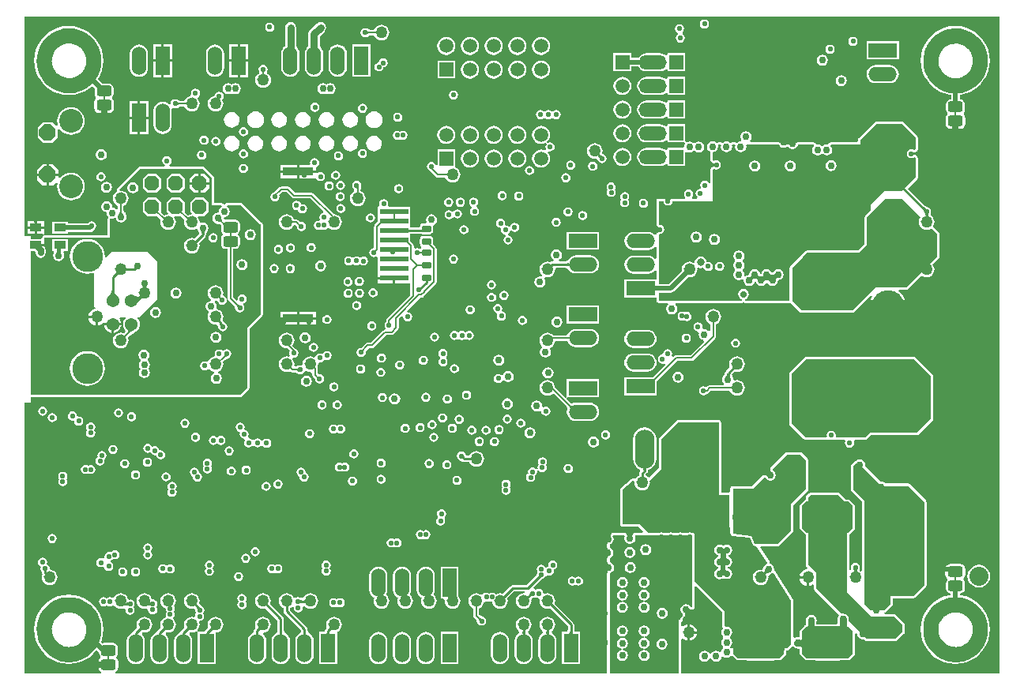
<source format=gbl>
G04*
G04 #@! TF.GenerationSoftware,Altium Limited,Altium Designer,21.0.8 (223)*
G04*
G04 Layer_Physical_Order=6*
G04 Layer_Color=16711680*
%FSLAX25Y25*%
%MOIN*%
G70*
G04*
G04 #@! TF.SameCoordinates,1F3E44D4-B105-4FFE-95C9-EE80C68A8909*
G04*
G04*
G04 #@! TF.FilePolarity,Positive*
G04*
G01*
G75*
%ADD11C,0.00600*%
%ADD12C,0.00800*%
%ADD13C,0.01000*%
%ADD18C,0.03000*%
%ADD25C,0.00700*%
%ADD182C,0.06496*%
G04:AMPARAMS|DCode=207|XSize=29.13mil|YSize=39.37mil|CornerRadius=5.83mil|HoleSize=0mil|Usage=FLASHONLY|Rotation=90.000|XOffset=0mil|YOffset=0mil|HoleType=Round|Shape=RoundedRectangle|*
%AMROUNDEDRECTD207*
21,1,0.02913,0.02772,0,0,90.0*
21,1,0.01748,0.03937,0,0,90.0*
1,1,0.01165,0.01386,0.00874*
1,1,0.01165,0.01386,-0.00874*
1,1,0.01165,-0.01386,-0.00874*
1,1,0.01165,-0.01386,0.00874*
%
%ADD207ROUNDEDRECTD207*%
G04:AMPARAMS|DCode=216|XSize=50mil|YSize=50mil|CornerRadius=25mil|HoleSize=0mil|Usage=FLASHONLY|Rotation=270.000|XOffset=0mil|YOffset=0mil|HoleType=Round|Shape=RoundedRectangle|*
%AMROUNDEDRECTD216*
21,1,0.05000,0.00000,0,0,270.0*
21,1,0.00000,0.05000,0,0,270.0*
1,1,0.05000,0.00000,0.00000*
1,1,0.05000,0.00000,0.00000*
1,1,0.05000,0.00000,0.00000*
1,1,0.05000,0.00000,0.00000*
%
%ADD216ROUNDEDRECTD216*%
%ADD243C,0.01200*%
%ADD244C,0.01600*%
%ADD245C,0.02000*%
%ADD253C,0.02500*%
%ADD255C,0.02200*%
%ADD258C,0.03000*%
%ADD262C,0.02700*%
%ADD266C,0.05000*%
%ADD268C,0.07000*%
%ADD269C,0.04000*%
%ADD270C,0.00900*%
%ADD281R,0.05906X0.05906*%
%ADD282C,0.05906*%
%ADD283O,0.08250X0.16500*%
%ADD284O,0.11811X0.05906*%
%ADD285R,0.05906X0.05906*%
G04:AMPARAMS|DCode=286|XSize=133mil|YSize=83mil|CornerRadius=0mil|HoleSize=0mil|Usage=FLASHONLY|Rotation=270.000|XOffset=0mil|YOffset=0mil|HoleType=Round|Shape=Octagon|*
%AMOCTAGOND286*
4,1,8,-0.02075,-0.06650,0.02075,-0.06650,0.04150,-0.04575,0.04150,0.04575,0.02075,0.06650,-0.02075,0.06650,-0.04150,0.04575,-0.04150,-0.04575,-0.02075,-0.06650,0.0*
%
%ADD286OCTAGOND286*%

%ADD287P,0.06711X8X22.5*%
%ADD288C,0.05400*%
%ADD289C,0.13050*%
%ADD290P,0.07577X8X292.5*%
%ADD291C,0.10000*%
%ADD292R,0.12000X0.06000*%
%ADD293O,0.12000X0.06000*%
%ADD294R,0.06000X0.12000*%
%ADD295O,0.06000X0.12000*%
%ADD296O,0.13598X0.13600*%
%ADD297R,0.13598X0.13600*%
%ADD298C,0.08000*%
%ADD299C,0.02200*%
%ADD300C,0.02900*%
%ADD301C,0.03200*%
%ADD318R,0.12992X0.03543*%
%ADD319R,0.12008X0.02402*%
G04:AMPARAMS|DCode=320|XSize=50mil|YSize=50mil|CornerRadius=25mil|HoleSize=0mil|Usage=FLASHONLY|Rotation=180.000|XOffset=0mil|YOffset=0mil|HoleType=Round|Shape=RoundedRectangle|*
%AMROUNDEDRECTD320*
21,1,0.05000,0.00000,0,0,180.0*
21,1,0.00000,0.05000,0,0,180.0*
1,1,0.05000,0.00000,0.00000*
1,1,0.05000,0.00000,0.00000*
1,1,0.05000,0.00000,0.00000*
1,1,0.05000,0.00000,0.00000*
%
%ADD320ROUNDEDRECTD320*%
G04:AMPARAMS|DCode=321|XSize=46mil|YSize=63mil|CornerRadius=11.5mil|HoleSize=0mil|Usage=FLASHONLY|Rotation=270.000|XOffset=0mil|YOffset=0mil|HoleType=Round|Shape=RoundedRectangle|*
%AMROUNDEDRECTD321*
21,1,0.04600,0.04000,0,0,270.0*
21,1,0.02300,0.06300,0,0,270.0*
1,1,0.02300,-0.02000,-0.01150*
1,1,0.02300,-0.02000,0.01150*
1,1,0.02300,0.02000,0.01150*
1,1,0.02300,0.02000,-0.01150*
%
%ADD321ROUNDEDRECTD321*%
%ADD322R,0.04921X0.03347*%
%ADD323R,0.05906X0.05906*%
%ADD324C,0.08500*%
G36*
X41965Y196155D02*
X41989Y196035D01*
X42029Y195915D01*
X42085Y195796D01*
X42157Y195676D01*
X42245Y195557D01*
X42348Y195438D01*
X42468Y195318D01*
X42604Y195199D01*
X42755Y195080D01*
X40674Y194800D01*
X40804Y194972D01*
X41111Y195444D01*
X41187Y195587D01*
X41248Y195722D01*
X41296Y195851D01*
X41330Y195972D01*
X41351Y196086D01*
X41357Y196192D01*
X41958Y196275D01*
X41965Y196155D01*
D02*
G37*
G36*
X80158Y210478D02*
Y198625D01*
X84207D01*
X84359Y198125D01*
X83759Y197724D01*
X83251Y196964D01*
X83072Y196066D01*
X83086Y195999D01*
X82753Y195654D01*
X81862Y195477D01*
X81102Y194968D01*
X80593Y194208D01*
X80415Y193310D01*
X80593Y192413D01*
X81102Y191652D01*
X81862Y191144D01*
X82036Y191109D01*
X82045Y191103D01*
X82054Y191089D01*
X82206Y190987D01*
X82356Y190881D01*
X82371Y190877D01*
X82385Y190868D01*
X82565Y190832D01*
X82743Y190791D01*
X83100Y190780D01*
X83213Y190769D01*
X83315Y190752D01*
X83397Y190733D01*
X83456Y190715D01*
X83494Y190699D01*
X83512Y190690D01*
X83512Y190690D01*
X83551Y190656D01*
X83695Y190573D01*
X83833Y190480D01*
X83866Y190474D01*
X83896Y190457D01*
X83988Y190445D01*
Y188369D01*
X84140Y187608D01*
X84570Y186963D01*
X84785Y186820D01*
Y186218D01*
X84570Y186075D01*
X84140Y185430D01*
X83988Y184669D01*
Y182369D01*
X84140Y181608D01*
X84570Y180963D01*
X85216Y180532D01*
X85976Y180381D01*
X86855D01*
Y159459D01*
X86855Y159459D01*
X86940Y159030D01*
X87183Y158666D01*
X89546Y156304D01*
X89570Y156138D01*
X89583Y156116D01*
X89588Y156091D01*
X89685Y155946D01*
X89774Y155797D01*
X89802Y155766D01*
X89804Y155761D01*
X89810Y155745D01*
X89818Y155720D01*
X89825Y155683D01*
X89832Y155633D01*
X89837Y155572D01*
X89838Y155472D01*
X89878Y155286D01*
X89916Y155099D01*
X89920Y155092D01*
X89922Y155084D01*
X90030Y154927D01*
X90137Y154768D01*
X90144Y154763D01*
X90148Y154756D01*
X90166Y154745D01*
X90168Y154737D01*
X90588Y154108D01*
X91216Y153688D01*
X91957Y153541D01*
X92699Y153688D01*
X93327Y154108D01*
X93747Y154737D01*
X93895Y155478D01*
X93747Y156219D01*
X93352Y156811D01*
X93384Y157032D01*
X93481Y157346D01*
X93648Y157379D01*
X94277Y157799D01*
X94697Y158428D01*
X94844Y159169D01*
X94697Y159911D01*
X94277Y160539D01*
X93648Y160959D01*
X92907Y161107D01*
X92166Y160959D01*
X91537Y160539D01*
X91117Y159911D01*
X90970Y159169D01*
X91072Y158657D01*
X90611Y158411D01*
X89098Y159924D01*
Y180381D01*
X89976D01*
X90737Y180532D01*
X91382Y180963D01*
X91813Y181608D01*
X91965Y182369D01*
Y184669D01*
X91813Y185430D01*
X91382Y186075D01*
X91168Y186218D01*
Y186820D01*
X91382Y186963D01*
X91813Y187608D01*
X91965Y188369D01*
Y190669D01*
X91813Y191430D01*
X91382Y192075D01*
X90737Y192506D01*
X89976Y192657D01*
X85976D01*
X85760Y192614D01*
X85642Y192673D01*
X85289Y193027D01*
X85281Y193136D01*
X85280Y193239D01*
X85311Y193348D01*
X85617Y193761D01*
X86315Y193900D01*
X87076Y194408D01*
X87584Y195169D01*
X87762Y196066D01*
X87584Y196964D01*
X87076Y197724D01*
X86476Y198125D01*
X86627Y198625D01*
X92483D01*
X100617Y190669D01*
X100673D01*
Y152661D01*
X94965Y146952D01*
Y121558D01*
X92110Y118703D01*
X3921D01*
Y179288D01*
X5600D01*
X5892Y178996D01*
Y178603D01*
X6052Y177803D01*
X6505Y177125D01*
X7183Y176672D01*
X7983Y176513D01*
X8783Y176672D01*
X9461Y177125D01*
X9914Y177803D01*
X10073Y178603D01*
Y179861D01*
X10073Y179861D01*
X9914Y180661D01*
X9461Y181339D01*
X9343Y181457D01*
Y181461D01*
X5883D01*
Y182461D01*
X9343D01*
Y184635D01*
X9566Y185043D01*
X37287D01*
Y192895D01*
X37674Y193213D01*
X38075Y193133D01*
X38972Y193311D01*
X39174Y193447D01*
X39636Y193255D01*
X39691Y192981D01*
X40199Y192220D01*
X40960Y191711D01*
X41857Y191533D01*
X42755Y191711D01*
X43516Y192220D01*
X44024Y192981D01*
X44203Y193878D01*
X44024Y194775D01*
X43765Y195163D01*
X43768Y195201D01*
X43765Y195208D01*
X43766Y195216D01*
X43704Y195397D01*
X43644Y195579D01*
X43639Y195585D01*
X43637Y195592D01*
X43510Y195735D01*
X43386Y195881D01*
X43256Y195983D01*
X43165Y196063D01*
X43094Y196134D01*
X43042Y196194D01*
X43007Y196242D01*
X42987Y196275D01*
X42978Y196293D01*
X42975Y196342D01*
X42965Y196377D01*
X42968Y196413D01*
X42914Y196568D01*
X42871Y196727D01*
X42849Y196755D01*
X42838Y196789D01*
X42779Y196855D01*
Y198471D01*
X43322Y198695D01*
X44011Y199224D01*
X44540Y199914D01*
X44872Y200716D01*
X44986Y201578D01*
X44872Y202439D01*
X44540Y203242D01*
X44011Y203931D01*
X43322Y204461D01*
X42519Y204793D01*
X41658Y204906D01*
X41386Y204871D01*
X41152Y205344D01*
X49886Y214078D01*
X76557Y214078D01*
X80158Y210478D01*
D02*
G37*
G36*
X84262Y193092D02*
X84290Y192724D01*
X84317Y192559D01*
X84351Y192408D01*
X84394Y192270D01*
X84445Y192144D01*
X84505Y192032D01*
X84572Y191933D01*
X84648Y191847D01*
X84223Y191422D01*
X84137Y191498D01*
X84038Y191566D01*
X83926Y191625D01*
X83800Y191676D01*
X83662Y191719D01*
X83511Y191753D01*
X83346Y191780D01*
X83169Y191798D01*
X82775Y191810D01*
X84260Y193295D01*
X84262Y193092D01*
D02*
G37*
G36*
X91025Y156842D02*
X91101Y156785D01*
X91184Y156736D01*
X91273Y156693D01*
X91369Y156656D01*
X91472Y156627D01*
X91581Y156605D01*
X91696Y156589D01*
X91818Y156580D01*
X91947Y156578D01*
X90857Y155489D01*
X90855Y155617D01*
X90847Y155739D01*
X90831Y155855D01*
X90808Y155964D01*
X90779Y156066D01*
X90743Y156162D01*
X90700Y156251D01*
X90650Y156334D01*
X90594Y156411D01*
X90530Y156481D01*
X90955Y156905D01*
X91025Y156842D01*
D02*
G37*
G36*
X263653Y87756D02*
X263570Y87723D01*
X263497Y87668D01*
X263433Y87591D01*
X263380Y87493D01*
X263336Y87372D01*
X263301Y87229D01*
X263277Y87064D01*
X263262Y86878D01*
X263258Y86669D01*
X262258D01*
X262253Y86878D01*
X262238Y87064D01*
X262213Y87229D01*
X262179Y87372D01*
X262135Y87493D01*
X262082Y87591D01*
X262018Y87668D01*
X261945Y87723D01*
X261862Y87756D01*
X261769Y87767D01*
X263746D01*
X263653Y87756D01*
D02*
G37*
G36*
X330883Y91003D02*
X330883Y78903D01*
X329658Y77678D01*
X324557Y72578D01*
Y61278D01*
X319158Y55878D01*
X309258D01*
X307658Y59178D01*
X299957Y60178D01*
Y79178D01*
X308457Y79178D01*
X313127Y83847D01*
X313702Y83715D01*
X314099Y83120D01*
X314860Y82611D01*
X315757Y82433D01*
X316655Y82611D01*
X317416Y83120D01*
X317924Y83881D01*
X318103Y84778D01*
X317924Y85675D01*
X317416Y86436D01*
X316821Y86834D01*
X316688Y87409D01*
X322783Y93503D01*
X328383D01*
X330883Y91003D01*
D02*
G37*
G36*
X293957Y76478D02*
X298358D01*
Y63078D01*
X298938Y62427D01*
Y60178D01*
X298964Y60046D01*
X298973Y59912D01*
X299003Y59853D01*
X299015Y59788D01*
X299090Y59676D01*
X299150Y59556D01*
X299200Y59512D01*
X299236Y59457D01*
X299348Y59382D01*
X299449Y59294D01*
X299512Y59273D01*
X299567Y59236D01*
X299699Y59210D01*
X299826Y59167D01*
X306980Y58238D01*
X308340Y55433D01*
X308442Y55298D01*
X308537Y55157D01*
X308562Y55140D01*
X308580Y55116D01*
X308726Y55030D01*
X308867Y54936D01*
X308897Y54930D01*
X308923Y54915D01*
X309091Y54891D01*
X309258Y54858D01*
X309955D01*
X314434Y47719D01*
X314236Y47260D01*
X314160Y47245D01*
X313399Y46736D01*
X312891Y45975D01*
X312838Y45710D01*
X312831Y45705D01*
X312821Y45689D01*
X312806Y45678D01*
X312712Y45523D01*
X312614Y45372D01*
X312610Y45353D01*
X312601Y45338D01*
X312574Y45158D01*
X312540Y44981D01*
X312060Y44853D01*
X311658Y44906D01*
X310796Y44793D01*
X309993Y44460D01*
X309304Y43931D01*
X308775Y43242D01*
X308442Y42439D01*
X308329Y41578D01*
X308442Y40716D01*
X308775Y39914D01*
X309304Y39224D01*
X309993Y38695D01*
X310796Y38363D01*
X311658Y38249D01*
X312519Y38363D01*
X313322Y38695D01*
X314011Y39224D01*
X314540Y39914D01*
X314873Y40716D01*
X314986Y41578D01*
X314913Y42135D01*
X315184Y42549D01*
X315335Y42602D01*
X315369Y42612D01*
X315547Y42656D01*
X315560Y42666D01*
X315576Y42671D01*
X315720Y42784D01*
X315867Y42893D01*
X315868Y42894D01*
X315955Y42911D01*
X316592Y43337D01*
X317198Y43311D01*
X324557Y31578D01*
Y13478D01*
X322857Y11778D01*
X316791D01*
Y7428D01*
X312287Y7450D01*
X306592Y7428D01*
Y7478D01*
X306222Y7479D01*
X306417Y11778D01*
X298803D01*
X298730Y12329D01*
X299016Y12520D01*
X299524Y13281D01*
X299703Y14178D01*
X299524Y15075D01*
X299016Y15836D01*
X298654Y16078D01*
Y16578D01*
X299016Y16820D01*
X299524Y17581D01*
X299703Y18478D01*
X299524Y19375D01*
X299016Y20136D01*
X298255Y20644D01*
X297358Y20823D01*
X296957Y20743D01*
X296458Y21154D01*
X296458Y27378D01*
X283902Y39933D01*
X283902Y59503D01*
X283825Y59893D01*
X283604Y60224D01*
X283273Y60445D01*
X282883Y60523D01*
X282501D01*
X282482Y60535D01*
X281740Y60683D01*
X280999Y60535D01*
X280980Y60523D01*
X278501D01*
X278482Y60535D01*
X277741Y60683D01*
X276999Y60535D01*
X276980Y60523D01*
X274501D01*
X274482Y60535D01*
X273741Y60683D01*
X272999Y60535D01*
X272980Y60523D01*
X270501D01*
X270482Y60535D01*
X269741Y60683D01*
X268999Y60535D01*
X268980Y60523D01*
X263979D01*
X260658Y64078D01*
X253483Y64078D01*
Y78603D01*
X257934Y82405D01*
X258404Y82149D01*
X258329Y81578D01*
X258442Y80717D01*
X258775Y79914D01*
X259304Y79224D01*
X259993Y78695D01*
X260796Y78363D01*
X261658Y78250D01*
X262519Y78363D01*
X263322Y78695D01*
X264011Y79224D01*
X264540Y79914D01*
X264873Y80717D01*
X264986Y81578D01*
X264904Y82203D01*
X264983Y82703D01*
X269783Y87503D01*
Y100003D01*
X276783Y107003D01*
X293957D01*
Y76478D01*
D02*
G37*
G36*
X282883Y29138D02*
X282383Y29049D01*
X281941Y29710D01*
X281180Y30218D01*
X280283Y30397D01*
X279385Y30218D01*
X278625Y29710D01*
X278116Y28949D01*
X277938Y28052D01*
X278116Y27154D01*
X278625Y26393D01*
X278911Y26202D01*
Y25702D01*
X278625Y25510D01*
X278116Y24750D01*
X277938Y23852D01*
X277781Y23662D01*
X277257Y23578D01*
X277257Y23578D01*
Y1078D01*
X247957D01*
Y13190D01*
X248072Y13362D01*
X248220Y14103D01*
X248072Y14844D01*
X247957Y15017D01*
Y25989D01*
X248020Y26303D01*
X247957Y26617D01*
X247957Y43532D01*
X248355Y43611D01*
X249116Y44120D01*
X249624Y44881D01*
X249802Y45778D01*
X249624Y46675D01*
X249116Y47436D01*
X248355Y47945D01*
X247957Y48024D01*
Y49710D01*
X248142Y49747D01*
X248902Y50255D01*
X249411Y51016D01*
X249589Y51913D01*
X249411Y52811D01*
X248902Y53572D01*
X248142Y54080D01*
X247957Y54116D01*
Y55576D01*
X248220Y55629D01*
X248981Y56137D01*
X249489Y56898D01*
X249668Y57795D01*
X249489Y58693D01*
X249282Y59003D01*
X249549Y59503D01*
X254117D01*
X254353Y59062D01*
X254290Y58968D01*
X254112Y58071D01*
X254290Y57174D01*
X254799Y56413D01*
X255559Y55904D01*
X256457Y55726D01*
X257354Y55904D01*
X258115Y56413D01*
X258623Y57174D01*
X258802Y58071D01*
X258623Y58968D01*
X258560Y59062D01*
X258796Y59503D01*
X282883D01*
X282883Y29138D01*
D02*
G37*
G36*
X352395Y44954D02*
X352366Y44907D01*
X352341Y44851D01*
X352319Y44785D01*
X352300Y44710D01*
X352285Y44626D01*
X352273Y44532D01*
X352259Y44317D01*
X352257Y44196D01*
X351058D01*
X351056Y44317D01*
X351030Y44626D01*
X351015Y44710D01*
X350996Y44785D01*
X350974Y44851D01*
X350949Y44907D01*
X350920Y44954D01*
X350887Y44992D01*
X352428D01*
X352395Y44954D01*
D02*
G37*
G36*
X315113Y43579D02*
X314988Y43569D01*
X314865Y43549D01*
X314744Y43519D01*
X314624Y43478D01*
X314507Y43427D01*
X314391Y43366D01*
X314277Y43295D01*
X314165Y43213D01*
X314055Y43121D01*
X313947Y43019D01*
X313054Y43823D01*
X313157Y43933D01*
X313248Y44043D01*
X313327Y44156D01*
X313395Y44270D01*
X313452Y44386D01*
X313496Y44504D01*
X313529Y44624D01*
X313551Y44745D01*
X313561Y44868D01*
X313560Y44992D01*
X315113Y43579D01*
D02*
G37*
G36*
X412476Y996D02*
X278344D01*
X278277Y1078D01*
Y15493D01*
X278552Y15676D01*
X278977Y15793D01*
X279592Y15321D01*
X280444Y14968D01*
X280857Y14914D01*
Y18378D01*
Y21842D01*
X280444Y21788D01*
X279592Y21435D01*
X278977Y20963D01*
X278552Y21080D01*
X278277Y21263D01*
Y22775D01*
X278286Y22783D01*
X278315Y22793D01*
X278439Y22908D01*
X278570Y23015D01*
X278726Y23205D01*
X278750Y23250D01*
X278785Y23286D01*
X278843Y23424D01*
X278913Y23556D01*
X278918Y23607D01*
X278938Y23653D01*
X279077Y24352D01*
X279360Y24775D01*
X279478Y24854D01*
X279549Y24925D01*
X279632Y24981D01*
X279688Y25065D01*
X279759Y25135D01*
X279797Y25228D01*
X279853Y25312D01*
X279873Y25410D01*
X279911Y25503D01*
Y25604D01*
X279931Y25702D01*
Y26202D01*
X279911Y26300D01*
Y26401D01*
X279873Y26494D01*
X279853Y26592D01*
X279797Y26676D01*
X279759Y26768D01*
X279688Y26839D01*
X279632Y26923D01*
X279549Y26979D01*
X279478Y27050D01*
X279360Y27129D01*
X279077Y27552D01*
X278977Y28052D01*
X279077Y28551D01*
X279360Y28975D01*
X279783Y29258D01*
X280283Y29357D01*
X280782Y29258D01*
X281206Y28975D01*
X281535Y28482D01*
X281669Y28349D01*
X281799Y28212D01*
X281809Y28208D01*
X281816Y28201D01*
X281991Y28129D01*
X282164Y28053D01*
X282174Y28053D01*
X282184Y28049D01*
X282373D01*
X282562Y28045D01*
X283062Y28134D01*
X283165Y28174D01*
X283273Y28196D01*
X283348Y28246D01*
X283432Y28279D01*
X283512Y28356D01*
X283604Y28417D01*
X283654Y28492D01*
X283719Y28555D01*
X283763Y28656D01*
X283825Y28748D01*
X283842Y28836D01*
X283878Y28919D01*
X283881Y29030D01*
X283902Y29138D01*
Y37577D01*
X284549Y37844D01*
X295438Y26956D01*
X295438Y21154D01*
X295448Y21104D01*
X295443Y21054D01*
X295486Y20910D01*
X295515Y20764D01*
X295699Y20136D01*
X295191Y19375D01*
X295012Y18478D01*
X295191Y17581D01*
X295699Y16820D01*
X295912Y16678D01*
Y15978D01*
X295699Y15836D01*
X295191Y15075D01*
X295012Y14178D01*
X295191Y13281D01*
X295699Y12520D01*
X295837Y12428D01*
Y11728D01*
X295699Y11636D01*
X295191Y10875D01*
X295100Y10421D01*
X294927Y10307D01*
X294334Y10157D01*
X293755Y10544D01*
X292858Y10723D01*
X291960Y10544D01*
X291199Y10036D01*
X290846Y9508D01*
X290818Y9497D01*
X290097D01*
X290069Y9508D01*
X289716Y10036D01*
X288955Y10544D01*
X288057Y10723D01*
X287160Y10544D01*
X286399Y10036D01*
X285891Y9275D01*
X285712Y8378D01*
X285891Y7480D01*
X286399Y6720D01*
X287160Y6211D01*
X288057Y6033D01*
X288955Y6211D01*
X289716Y6720D01*
X290069Y7248D01*
X290097Y7259D01*
X290818D01*
X290846Y7248D01*
X291199Y6720D01*
X291960Y6211D01*
X292858Y6033D01*
X293755Y6211D01*
X294516Y6720D01*
X295024Y7480D01*
X295114Y7935D01*
X295288Y8049D01*
X295881Y8199D01*
X296460Y7811D01*
X297358Y7633D01*
X298255Y7811D01*
X299016Y8320D01*
X299114Y8466D01*
X299810Y8535D01*
X301678Y6667D01*
X305637D01*
X305645Y6662D01*
X305789Y6556D01*
X305810Y6551D01*
X305827Y6539D01*
X306002Y6504D01*
X306175Y6461D01*
X306196Y6464D01*
X306217Y6460D01*
X306335Y6459D01*
X306398Y6447D01*
X306592Y6408D01*
X306594Y6409D01*
X306596Y6408D01*
X312285Y6430D01*
X316786Y6408D01*
X316788Y6409D01*
X316791Y6408D01*
X316983Y6447D01*
X317176Y6484D01*
X317179Y6486D01*
X317181Y6486D01*
X317328Y6584D01*
X317357D01*
X317988Y6667D01*
X320028D01*
X322503Y9142D01*
Y10758D01*
X322857D01*
X323248Y10836D01*
X323578Y11057D01*
X324856Y12335D01*
X325705Y12325D01*
X326383Y11872D01*
X326434Y11862D01*
X326437Y11858D01*
X326452Y11847D01*
X326462Y11832D01*
X326613Y11731D01*
X326760Y11626D01*
X326777Y11621D01*
X326793Y11611D01*
X326970Y11576D01*
X327147Y11534D01*
X327777Y11512D01*
X327986Y11490D01*
X328151Y11462D01*
X328153Y11461D01*
X328166Y11427D01*
X328207Y11383D01*
Y9103D01*
X330682Y6628D01*
X334199D01*
X334339Y6610D01*
X334660D01*
X334735Y6547D01*
X334790Y6529D01*
X334838Y6497D01*
X334978Y6470D01*
X335114Y6427D01*
X335172Y6431D01*
X335228Y6420D01*
X339858Y6427D01*
X344487Y6420D01*
X344526Y6428D01*
X344565Y6423D01*
X344719Y6466D01*
X344877Y6497D01*
X344910Y6519D01*
X344948Y6530D01*
X345064Y6620D01*
X345122Y6628D01*
X349032D01*
X351507Y9103D01*
Y17695D01*
X352207Y18022D01*
X352442Y17826D01*
X352438Y17803D01*
X352616Y16906D01*
X353124Y16145D01*
X353885Y15637D01*
X354783Y15458D01*
X355160Y15533D01*
X355637Y15057D01*
X355967Y14836D01*
X356358Y14758D01*
X368558D01*
X368948Y14836D01*
X369279Y15057D01*
X369279Y15057D01*
X372078Y17857D01*
X372299Y18188D01*
X372377Y18578D01*
Y21678D01*
X372299Y22068D01*
X372078Y22399D01*
X368778Y25699D01*
X368448Y25920D01*
X368057Y25997D01*
X364023D01*
X363954Y26697D01*
X364148Y26736D01*
X364478Y26957D01*
X367278Y29757D01*
X367499Y30088D01*
X367577Y30478D01*
X367577Y32858D01*
X375381D01*
X375383Y32858D01*
X375384Y32858D01*
X376257D01*
X376648Y32936D01*
X376978Y33157D01*
X381378Y37557D01*
X381599Y37888D01*
X381677Y38278D01*
Y48878D01*
Y73478D01*
X381599Y73868D01*
X381378Y74199D01*
X374653Y80924D01*
X374322Y81145D01*
X373932Y81223D01*
X364358Y81223D01*
X364216Y81436D01*
X363966Y81603D01*
X363792Y81719D01*
X363455Y81945D01*
X362558Y82123D01*
X362347Y82081D01*
X355711Y88717D01*
X355802Y89178D01*
X355624Y90075D01*
X355116Y90836D01*
X354911Y90973D01*
X354355Y91344D01*
X353457Y91523D01*
X352560Y91344D01*
X351799Y90836D01*
X351699Y90686D01*
X351493Y90645D01*
X351162Y90424D01*
X350162Y89424D01*
X349941Y89093D01*
X349863Y88703D01*
X349863Y78653D01*
X349941Y78263D01*
X350162Y77932D01*
X354538Y73556D01*
X354538Y58378D01*
X354538Y44313D01*
X353838Y44064D01*
X353322Y44460D01*
X353398Y44679D01*
X353416Y44837D01*
X353447Y44992D01*
X353443Y45015D01*
X353447Y45037D01*
X353595Y45778D01*
X353447Y46519D01*
X353027Y47148D01*
X352399Y47568D01*
X351658Y47715D01*
X350916Y47568D01*
X350288Y47148D01*
X349868Y46519D01*
X349720Y45778D01*
X349868Y45037D01*
X349872Y45015D01*
X349868Y44992D01*
X349887Y44895D01*
X349762Y44726D01*
X349677Y44656D01*
X349192Y44826D01*
X348977Y45041D01*
Y59628D01*
X349032D01*
X351507Y62103D01*
Y72053D01*
X349032Y74528D01*
X347649D01*
X344978Y77199D01*
X344648Y77420D01*
X344257Y77498D01*
X332857Y77498D01*
X332467Y77420D01*
X332137Y77199D01*
X330937Y75999D01*
X330715Y75668D01*
X330638Y75278D01*
Y74483D01*
X328207Y72053D01*
Y62103D01*
X330638Y59673D01*
Y46978D01*
X330715Y46588D01*
X330937Y46257D01*
X330937Y46257D01*
X331412Y45782D01*
X331161Y45043D01*
X330744Y44988D01*
X329892Y44635D01*
X329161Y44074D01*
X328600Y43343D01*
X328248Y42492D01*
X328193Y42078D01*
X331658D01*
Y41578D01*
X332157D01*
Y38114D01*
X332571Y38168D01*
X333423Y38521D01*
X333538Y38609D01*
X334238Y38264D01*
Y36878D01*
X334315Y36488D01*
X334537Y36157D01*
X344843Y25850D01*
X344825Y25661D01*
X344316Y24901D01*
X344138Y24003D01*
Y22239D01*
X343639Y21748D01*
X335280Y21867D01*
X335255Y21962D01*
X335214Y22218D01*
X335188Y22526D01*
X335224Y22580D01*
X335402Y23478D01*
X335224Y24375D01*
X334716Y25136D01*
X333955Y25644D01*
X333057Y25823D01*
X332160Y25644D01*
X331399Y25136D01*
X330891Y24375D01*
X330712Y23478D01*
X330891Y22580D01*
X330928Y22525D01*
X330928Y22514D01*
X330900Y22171D01*
X330858Y21890D01*
X330806Y21676D01*
X330753Y21533D01*
X330751Y21528D01*
X330682D01*
X330598Y21444D01*
X330571Y21434D01*
X330433Y21400D01*
X330386Y21365D01*
X330331Y21344D01*
X330227Y21248D01*
X330113Y21164D01*
X330083Y21114D01*
X330040Y21074D01*
X329981Y20945D01*
X329907Y20823D01*
X329898Y20765D01*
X329880Y20726D01*
X328207Y19053D01*
Y16826D01*
X327666Y16382D01*
X327457Y16423D01*
X326560Y16244D01*
X326277Y16055D01*
X325577Y16430D01*
Y31578D01*
X325560Y31662D01*
X325563Y31748D01*
X325522Y31855D01*
X325500Y31968D01*
X325452Y32039D01*
X325421Y32120D01*
X318062Y43852D01*
X317998Y43920D01*
X317950Y44000D01*
X317863Y44063D01*
X317789Y44142D01*
X317704Y44180D01*
X317629Y44235D01*
X317524Y44260D01*
X317426Y44304D01*
X317388Y45006D01*
X317403Y45078D01*
X317224Y45975D01*
X316716Y46736D01*
X315955Y47245D01*
X315453Y47704D01*
X315436Y47796D01*
X315439Y47889D01*
X315401Y47989D01*
X315381Y48095D01*
X315330Y48173D01*
X315297Y48260D01*
X311543Y54246D01*
X311882Y54858D01*
X319158D01*
X319548Y54936D01*
X319878Y55157D01*
X325278Y60557D01*
X325500Y60888D01*
X325577Y61278D01*
Y72156D01*
X330378Y76957D01*
X331604Y78182D01*
X331825Y78513D01*
X331902Y78903D01*
X331902Y91003D01*
X331825Y91393D01*
X331604Y91724D01*
X329104Y94224D01*
X329104Y94224D01*
X328773Y94445D01*
X328383Y94523D01*
X322783D01*
X322393Y94445D01*
X322062Y94224D01*
X315967Y88130D01*
X315903Y88034D01*
X315824Y87950D01*
X315794Y87870D01*
X315746Y87799D01*
X315724Y87686D01*
X315683Y87578D01*
X315685Y87493D01*
X315669Y87409D01*
X315691Y87296D01*
X315695Y87181D01*
X315827Y86606D01*
X315902Y86438D01*
X315973Y86267D01*
X315984Y86257D01*
X315990Y86243D01*
X316124Y86116D01*
X316254Y85986D01*
X316681Y85701D01*
X316964Y85277D01*
X317063Y84778D01*
X316964Y84278D01*
X316681Y83855D01*
X316257Y83572D01*
X315757Y83473D01*
X315258Y83572D01*
X314834Y83855D01*
X314549Y84281D01*
X314419Y84411D01*
X314293Y84546D01*
X314279Y84552D01*
X314268Y84563D01*
X314098Y84633D01*
X313930Y84709D01*
X313355Y84841D01*
X313240Y84844D01*
X313127Y84867D01*
X313043Y84850D01*
X312957Y84852D01*
X312849Y84812D01*
X312736Y84789D01*
X312665Y84741D01*
X312585Y84711D01*
X312502Y84632D01*
X312406Y84568D01*
X308035Y80198D01*
X299957Y80198D01*
X299567Y80120D01*
X299236Y79899D01*
X299015Y79568D01*
X298938Y79178D01*
Y78071D01*
X298358Y77498D01*
X294977D01*
Y107003D01*
X294900Y107393D01*
X294678Y107724D01*
X294348Y107945D01*
X293957Y108023D01*
X276783D01*
X276393Y107945D01*
X276062Y107724D01*
X269062Y100724D01*
X268841Y100393D01*
X268763Y100003D01*
Y87925D01*
X264716Y83878D01*
X264017Y83924D01*
X264011Y83931D01*
X263356Y84434D01*
X263317Y84517D01*
X263251Y85247D01*
X263695Y85691D01*
X263776Y85813D01*
X263803Y85831D01*
X263961Y85932D01*
X263968Y85942D01*
X263978Y85948D01*
X264082Y86104D01*
X264190Y86257D01*
X264193Y86269D01*
X264199Y86279D01*
X264236Y86463D01*
X264277Y86645D01*
X264281Y86826D01*
X264288Y86915D01*
X264350Y86968D01*
X264467Y87046D01*
X264500Y87097D01*
X264546Y87136D01*
X264564Y87170D01*
X265241Y87451D01*
X266270Y88240D01*
X267059Y89269D01*
X267556Y90467D01*
X267725Y91753D01*
Y100003D01*
X267556Y101289D01*
X267059Y102487D01*
X266270Y103516D01*
X265241Y104305D01*
X264043Y104801D01*
X262757Y104971D01*
X261472Y104801D01*
X260274Y104305D01*
X259245Y103516D01*
X258455Y102487D01*
X257959Y101289D01*
X257790Y100003D01*
Y91753D01*
X257959Y90467D01*
X258455Y89269D01*
X259245Y88240D01*
X260274Y87451D01*
X260586Y87322D01*
X260771Y86555D01*
X260720Y86466D01*
X260433Y86036D01*
X260332Y85528D01*
Y84601D01*
X259993Y84461D01*
X259304Y83931D01*
X259011Y83550D01*
X258396Y83313D01*
X258218Y83364D01*
X258040Y83419D01*
X258027Y83418D01*
X258014Y83421D01*
X257829Y83400D01*
X257644Y83383D01*
X257632Y83376D01*
X257618Y83375D01*
X257456Y83284D01*
X257292Y83197D01*
X257283Y83187D01*
X257271Y83180D01*
X252820Y79378D01*
X252795Y79347D01*
X252762Y79324D01*
X252673Y79191D01*
X252574Y79066D01*
X252563Y79027D01*
X252541Y78993D01*
X252509Y78837D01*
X252466Y78683D01*
X252471Y78643D01*
X252463Y78603D01*
Y64078D01*
X252541Y63688D01*
X252762Y63357D01*
X253093Y63136D01*
X253483Y63058D01*
X260215Y63058D01*
X261984Y61165D01*
X261705Y60523D01*
X258796D01*
X258649Y60493D01*
X258500Y60479D01*
X258456Y60455D01*
X258406Y60445D01*
X258281Y60362D01*
X258149Y60291D01*
X258117Y60252D01*
X258075Y60224D01*
X257992Y60100D01*
X257897Y59984D01*
X257661Y59543D01*
X257618Y59399D01*
X257560Y59261D01*
Y59210D01*
X257546Y59162D01*
X257560Y59013D01*
Y58863D01*
X257580Y58816D01*
X257585Y58766D01*
X257647Y58650D01*
X257762Y58071D01*
X257663Y57571D01*
X257380Y57148D01*
X256956Y56865D01*
X256457Y56765D01*
X255957Y56865D01*
X255534Y57148D01*
X255251Y57571D01*
X255151Y58071D01*
X255266Y58650D01*
X255329Y58766D01*
X255333Y58816D01*
X255353Y58863D01*
Y59013D01*
X255368Y59162D01*
X255353Y59210D01*
Y59261D01*
X255296Y59399D01*
X255252Y59543D01*
X255016Y59984D01*
X254921Y60100D01*
X254838Y60224D01*
X254796Y60252D01*
X254764Y60291D01*
X254632Y60362D01*
X254507Y60445D01*
X254458Y60455D01*
X254413Y60479D01*
X254264Y60493D01*
X254117Y60523D01*
X249549D01*
X249402Y60493D01*
X249253Y60479D01*
X249209Y60455D01*
X249159Y60445D01*
X249035Y60362D01*
X248902Y60291D01*
X248870Y60252D01*
X248828Y60224D01*
X248745Y60100D01*
X248650Y59984D01*
X248383Y59484D01*
X248339Y59341D01*
X248282Y59202D01*
Y59152D01*
X248267Y59103D01*
X248282Y58954D01*
Y58804D01*
X248301Y58758D01*
X248306Y58707D01*
X248377Y58575D01*
X248434Y58437D01*
X248529Y58295D01*
X248628Y57795D01*
X248529Y57296D01*
X248246Y56872D01*
X247822Y56589D01*
X247759Y56577D01*
X247666Y56538D01*
X247567Y56518D01*
X247484Y56463D01*
X247391Y56424D01*
X247320Y56353D01*
X247236Y56297D01*
X247181Y56214D01*
X247110Y56143D01*
X247071Y56050D01*
X247016Y55967D01*
X246996Y55868D01*
X246957Y55775D01*
Y55675D01*
X246938Y55576D01*
Y54116D01*
X246957Y54018D01*
Y53918D01*
X246996Y53825D01*
X247016Y53726D01*
X247071Y53643D01*
X247110Y53550D01*
X247181Y53479D01*
X247236Y53396D01*
X247320Y53340D01*
X247391Y53269D01*
X247484Y53230D01*
X247567Y53175D01*
X247666Y53155D01*
X247731Y53128D01*
X248167Y52837D01*
X248450Y52413D01*
X248550Y51913D01*
X248450Y51414D01*
X248167Y50990D01*
X247731Y50699D01*
X247666Y50672D01*
X247567Y50652D01*
X247484Y50596D01*
X247391Y50558D01*
X247320Y50487D01*
X247236Y50431D01*
X247181Y50348D01*
X247110Y50277D01*
X247071Y50184D01*
X247016Y50100D01*
X246996Y50002D01*
X246957Y49909D01*
Y49809D01*
X246938Y49710D01*
Y48024D01*
X246957Y47925D01*
Y47825D01*
X246996Y47732D01*
X247016Y47633D01*
X247071Y47550D01*
X247110Y47457D01*
X247181Y47386D01*
X247236Y47303D01*
X247320Y47247D01*
X247391Y47176D01*
X247484Y47137D01*
X247567Y47082D01*
X247666Y47062D01*
X247759Y47024D01*
X247957Y46984D01*
X248381Y46701D01*
X248664Y46278D01*
X248763Y45778D01*
X248664Y45278D01*
X248381Y44855D01*
X247957Y44572D01*
X247759Y44532D01*
X247666Y44494D01*
X247567Y44474D01*
X247484Y44418D01*
X247391Y44380D01*
X247320Y44309D01*
X247236Y44253D01*
X247181Y44170D01*
X247110Y44099D01*
X247071Y44006D01*
X247016Y43922D01*
X246996Y43824D01*
X246957Y43731D01*
Y43631D01*
X246938Y43532D01*
X246938Y26617D01*
X246957Y26518D01*
Y26418D01*
X246980Y26303D01*
X246957Y26188D01*
Y26088D01*
X246938Y25989D01*
Y15017D01*
X246957Y14918D01*
Y14818D01*
X246996Y14725D01*
X247016Y14626D01*
X247071Y14543D01*
X247110Y14450D01*
X247112Y14447D01*
X247180Y14103D01*
X247112Y13760D01*
X247110Y13756D01*
X247071Y13663D01*
X247016Y13580D01*
X246996Y13481D01*
X246957Y13389D01*
Y13288D01*
X246938Y13190D01*
Y1078D01*
X246871Y996D01*
X39540D01*
X39446Y1268D01*
X39424Y1696D01*
X40033Y2103D01*
X40508Y2814D01*
X40675Y3653D01*
Y5953D01*
X40508Y6792D01*
X40033Y7503D01*
X39913Y7583D01*
X39978Y8382D01*
X40319Y8892D01*
X40471Y9653D01*
Y11953D01*
X40319Y12714D01*
X39889Y13359D01*
X39244Y13790D01*
X38483Y13941D01*
X34483D01*
X33990Y13843D01*
X33356Y14477D01*
X33647Y15179D01*
X34181Y17405D01*
X34361Y19688D01*
X34181Y21971D01*
X33647Y24198D01*
X32770Y26313D01*
X31574Y28266D01*
X30086Y30007D01*
X28345Y31494D01*
X26393Y32691D01*
X24277Y33567D01*
X22050Y34102D01*
X19768Y34281D01*
X17485Y34102D01*
X15258Y33567D01*
X13143Y32691D01*
X11190Y31494D01*
X9449Y30007D01*
X7962Y28266D01*
X6765Y26313D01*
X5889Y24198D01*
X5354Y21971D01*
X5175Y19688D01*
X5354Y17405D01*
X5889Y15179D01*
X6765Y13063D01*
X7962Y11111D01*
X9449Y9369D01*
X11190Y7882D01*
X13143Y6686D01*
X15258Y5809D01*
X17485Y5275D01*
X19768Y5095D01*
X22050Y5275D01*
X24277Y5809D01*
X26393Y6686D01*
X28345Y7882D01*
X30086Y9369D01*
X31220Y10696D01*
X31919Y10723D01*
X32495Y10148D01*
Y9653D01*
X32646Y8892D01*
X32987Y8382D01*
X33052Y7583D01*
X32933Y7503D01*
X32457Y6792D01*
X32291Y5953D01*
Y3653D01*
X32457Y2814D01*
X32933Y2103D01*
X33542Y1696D01*
X33520Y1268D01*
X33425Y996D01*
X1076D01*
Y115530D01*
X3921D01*
Y117684D01*
X92110D01*
X92500Y117761D01*
X92830Y117982D01*
X95685Y120837D01*
X95907Y121168D01*
X95984Y121558D01*
Y146530D01*
X101394Y151940D01*
X101615Y152270D01*
X101693Y152661D01*
Y190669D01*
X101615Y191059D01*
X101394Y191390D01*
X101217Y191508D01*
X93196Y199354D01*
X93034Y199460D01*
X92873Y199567D01*
X92867Y199568D01*
X92862Y199571D01*
X92672Y199607D01*
X92483Y199645D01*
X86627D01*
X86578Y199635D01*
X86527Y199640D01*
X86384Y199596D01*
X86237Y199567D01*
X86195Y199539D01*
X86147Y199524D01*
X86031Y199429D01*
X85906Y199346D01*
X85878Y199304D01*
X85839Y199272D01*
X85805Y199207D01*
X85757Y199190D01*
X85584Y199140D01*
X85251D01*
X85078Y199190D01*
X85030Y199207D01*
X84996Y199272D01*
X84956Y199304D01*
X84928Y199346D01*
X84804Y199429D01*
X84688Y199524D01*
X84640Y199539D01*
X84597Y199567D01*
X84451Y199596D01*
X84307Y199640D01*
X84257Y199635D01*
X84207Y199645D01*
X81177D01*
Y210478D01*
X81099Y210868D01*
X80878Y211199D01*
X77278Y214799D01*
X76948Y215020D01*
X76557Y215098D01*
X62397Y215097D01*
X61970Y215747D01*
X61976Y215798D01*
X62552Y216183D01*
X62972Y216811D01*
X63120Y217553D01*
X62972Y218294D01*
X62552Y218923D01*
X61924Y219342D01*
X61183Y219490D01*
X60441Y219342D01*
X59813Y218923D01*
X59393Y218294D01*
X59246Y217553D01*
X59393Y216811D01*
X59813Y216183D01*
X60390Y215798D01*
X60396Y215747D01*
X59968Y215097D01*
X49886D01*
X49496Y215020D01*
X49165Y214799D01*
X40431Y206065D01*
X40412Y206037D01*
X40385Y206016D01*
X40303Y205873D01*
X40210Y205734D01*
X40203Y205701D01*
X40187Y205672D01*
X40165Y205507D01*
X40132Y205344D01*
X40139Y205311D01*
X40135Y205277D01*
X40178Y205117D01*
X40210Y204954D01*
X39993Y204461D01*
X39304Y203931D01*
X38775Y203242D01*
X38442Y202439D01*
X38329Y201578D01*
X38442Y200716D01*
X38775Y199914D01*
X39304Y199224D01*
X39993Y198695D01*
X40536Y198471D01*
Y197195D01*
X39836Y196982D01*
X39733Y197136D01*
X38972Y197644D01*
X38149Y197808D01*
X38203Y198078D01*
X38024Y198975D01*
X37516Y199736D01*
X36755Y200244D01*
X35857Y200423D01*
X34960Y200244D01*
X34199Y199736D01*
X33691Y198975D01*
X33512Y198078D01*
X33691Y197180D01*
X34199Y196420D01*
X34960Y195911D01*
X35783Y195748D01*
X35730Y195478D01*
X35908Y194580D01*
X36417Y193820D01*
X36345Y193286D01*
X36316Y193139D01*
X36273Y192995D01*
X36278Y192945D01*
X36268Y192895D01*
Y186062D01*
X10328D01*
X9688Y186190D01*
X9427Y186478D01*
X9343Y186732D01*
X9343Y186873D01*
X9343Y186873D01*
Y188745D01*
X6383D01*
Y186572D01*
X8683D01*
X8711Y186572D01*
X9028Y185961D01*
X8993Y185872D01*
X8925Y185836D01*
X8890Y185794D01*
X8845Y185764D01*
X8764Y185643D01*
X8671Y185531D01*
X8448Y185123D01*
X8432Y185070D01*
X8401Y185025D01*
X8373Y184882D01*
X8330Y184743D01*
X7737Y184435D01*
X3921D01*
Y185756D01*
X3874Y185803D01*
X1076D01*
Y278538D01*
X412476D01*
X412476Y996D01*
D02*
G37*
G36*
X362783Y80203D02*
X373932Y80203D01*
X380658Y73478D01*
Y48878D01*
Y38278D01*
X376257Y33878D01*
X366558D01*
X366558Y30478D01*
X363757Y27678D01*
X358157Y27678D01*
X355557Y30278D01*
X355557Y58378D01*
X355557Y73978D01*
X350883Y78653D01*
X350883Y88703D01*
X351883Y89703D01*
X353283Y89703D01*
X362783Y80203D01*
D02*
G37*
G36*
X344257Y76478D02*
X347957Y72778D01*
Y35478D01*
X358457Y24978D01*
X368057D01*
X371357Y21678D01*
Y18578D01*
X368558Y15778D01*
X356358D01*
X348828Y23308D01*
Y24003D01*
X348649Y24901D01*
X348141Y25661D01*
X347380Y26170D01*
X346483Y26348D01*
X345903Y26233D01*
X335258Y36878D01*
X335258Y43378D01*
X331658Y46978D01*
X331658Y75278D01*
X332857Y76478D01*
X344257Y76478D01*
D02*
G37*
G36*
X329031Y11966D02*
X329013Y12078D01*
X328958Y12178D01*
X328865Y12266D01*
X328736Y12342D01*
X328569Y12406D01*
X328366Y12459D01*
X328126Y12500D01*
X327848Y12530D01*
X327183Y12553D01*
Y15053D01*
X327534Y15059D01*
X328126Y15106D01*
X328366Y15147D01*
X328569Y15200D01*
X328736Y15264D01*
X328865Y15341D01*
X328958Y15429D01*
X329013Y15529D01*
X329031Y15640D01*
Y11966D01*
D02*
G37*
G36*
X334168Y22481D02*
X334201Y22094D01*
X334256Y21753D01*
X334332Y21459D01*
X334430Y21211D01*
X334550Y21011D01*
X334692Y20857D01*
X334839Y20762D01*
Y20853D01*
X344489Y20716D01*
X343850Y15976D01*
X344983Y15953D01*
X344234Y10836D01*
X344489Y7440D01*
X339858Y7447D01*
X335226Y7440D01*
X335501Y9916D01*
X335033Y12349D01*
X334839Y12353D01*
Y13356D01*
X334339Y15953D01*
X334839Y15964D01*
Y20658D01*
X330866Y20477D01*
X331073Y20510D01*
X331259Y20590D01*
X331423Y20717D01*
X331564Y20891D01*
X331685Y21111D01*
X331783Y21379D01*
X331859Y21693D01*
X331914Y22054D01*
X331947Y22461D01*
X331958Y22916D01*
X334157D01*
X334168Y22481D01*
D02*
G37*
%LPC*%
G36*
X76960Y212134D02*
X75410D01*
Y208534D01*
X79010D01*
Y210084D01*
X76960Y212134D01*
D02*
G37*
G36*
X74410D02*
X72860D01*
X70810Y210084D01*
Y208534D01*
X74410D01*
Y212134D01*
D02*
G37*
G36*
X66860Y211934D02*
X62960D01*
X61010Y209984D01*
Y206084D01*
X62960Y204134D01*
X66860D01*
X68810Y206084D01*
Y209984D01*
X66860Y211934D01*
D02*
G37*
G36*
X56860D02*
X52960D01*
X51010Y209984D01*
Y206084D01*
X52960Y204134D01*
X56860D01*
X58810Y206084D01*
Y209984D01*
X56860Y211934D01*
D02*
G37*
G36*
X79010Y207534D02*
X75410D01*
Y203934D01*
X76960D01*
X79010Y205984D01*
Y207534D01*
D02*
G37*
G36*
X74410D02*
X70810D01*
Y205984D01*
X72860Y203934D01*
X74410D01*
Y207534D01*
D02*
G37*
G36*
X46876Y208429D02*
X45979Y208250D01*
X45218Y207742D01*
X44710Y206981D01*
X44531Y206083D01*
X44710Y205186D01*
X45218Y204425D01*
X45979Y203917D01*
X46876Y203738D01*
X47774Y203917D01*
X48535Y204425D01*
X49043Y205186D01*
X49221Y206083D01*
X49043Y206981D01*
X48535Y207742D01*
X47774Y208250D01*
X46876Y208429D01*
D02*
G37*
G36*
X76860Y201934D02*
X72960D01*
X71010Y199984D01*
Y196084D01*
X71728Y195366D01*
X71501Y194886D01*
X70796Y194793D01*
X70047Y194483D01*
X68847Y195683D01*
X68846Y195688D01*
X68814Y195871D01*
X68807Y195883D01*
X68805Y195896D01*
X68732Y196005D01*
X68810Y196084D01*
Y199984D01*
X66860Y201934D01*
X62960D01*
X61010Y199984D01*
Y196084D01*
X61728Y195366D01*
X61501Y194886D01*
X60796Y194793D01*
X60047Y194483D01*
X58847Y195683D01*
X58846Y195688D01*
X58814Y195871D01*
X58807Y195883D01*
X58805Y195896D01*
X58732Y196005D01*
X58810Y196084D01*
Y199984D01*
X56860Y201934D01*
X52960D01*
X51010Y199984D01*
Y196084D01*
X52960Y194134D01*
X56860D01*
X56939Y194212D01*
X57048Y194140D01*
X57061Y194137D01*
X57073Y194130D01*
X57256Y194098D01*
X57261Y194097D01*
X58582Y192776D01*
X58442Y192439D01*
X58329Y191578D01*
X58442Y190717D01*
X58775Y189914D01*
X59304Y189224D01*
X59993Y188695D01*
X60796Y188363D01*
X61658Y188250D01*
X62519Y188363D01*
X63322Y188695D01*
X64011Y189224D01*
X64540Y189914D01*
X64872Y190717D01*
X64986Y191578D01*
X64872Y192439D01*
X64540Y193242D01*
X64240Y193634D01*
X64486Y194134D01*
X66860D01*
X66939Y194212D01*
X67048Y194140D01*
X67061Y194137D01*
X67073Y194130D01*
X67256Y194098D01*
X67261Y194097D01*
X68582Y192776D01*
X68442Y192439D01*
X68329Y191578D01*
X68442Y190717D01*
X68775Y189914D01*
X69304Y189224D01*
X69993Y188695D01*
X70796Y188363D01*
X71658Y188250D01*
X72519Y188363D01*
X73322Y188695D01*
X73562Y188880D01*
X74113Y188672D01*
X74191Y188280D01*
X74289Y188134D01*
X74288Y188130D01*
X74290Y188119D01*
X74288Y188107D01*
X74324Y187923D01*
X74357Y187739D01*
X74363Y187728D01*
X74366Y187717D01*
X74470Y187561D01*
X74570Y187403D01*
X74650Y187319D01*
X74696Y187263D01*
X74734Y187210D01*
X74764Y187161D01*
X74787Y187114D01*
X74805Y187068D01*
X74818Y187022D01*
X74828Y186973D01*
X74835Y186921D01*
X74839Y186823D01*
X74875Y186670D01*
X72858Y184653D01*
X72519Y184793D01*
X71658Y184906D01*
X70796Y184793D01*
X69993Y184460D01*
X69304Y183932D01*
X68775Y183242D01*
X68442Y182439D01*
X68329Y181578D01*
X68442Y180717D01*
X68775Y179914D01*
X69304Y179224D01*
X69993Y178695D01*
X70796Y178363D01*
X71658Y178250D01*
X72519Y178363D01*
X73322Y178695D01*
X74011Y179224D01*
X74540Y179914D01*
X74872Y180717D01*
X74986Y181578D01*
X74872Y182439D01*
X74732Y182778D01*
X77295Y185341D01*
X77582Y185771D01*
X77683Y186278D01*
Y186299D01*
X77783Y186437D01*
X77788Y186457D01*
X77799Y186474D01*
X77834Y186649D01*
X77876Y186823D01*
X77880Y186921D01*
X77886Y186973D01*
X77896Y187022D01*
X77910Y187068D01*
X77928Y187114D01*
X77952Y187161D01*
X77981Y187210D01*
X78019Y187263D01*
X78065Y187319D01*
X78145Y187403D01*
X78245Y187561D01*
X78350Y187717D01*
X78352Y187728D01*
X78358Y187739D01*
X78391Y187923D01*
X78427Y188107D01*
X78425Y188119D01*
X78427Y188130D01*
X78426Y188134D01*
X78524Y188280D01*
X78702Y189178D01*
X78524Y190075D01*
X78016Y190836D01*
X77255Y191344D01*
X76358Y191523D01*
X75460Y191344D01*
X75410Y191311D01*
X75236Y191419D01*
X74980Y191625D01*
X74872Y192439D01*
X74540Y193242D01*
X74239Y193634D01*
X74486Y194134D01*
X76860D01*
X78810Y196084D01*
Y199984D01*
X76860Y201934D01*
D02*
G37*
G36*
X96428Y188639D02*
X95530Y188461D01*
X94769Y187952D01*
X94261Y187191D01*
X94082Y186294D01*
X94261Y185397D01*
X94769Y184636D01*
X95530Y184127D01*
X96428Y183949D01*
X97325Y184127D01*
X98086Y184636D01*
X98594Y185397D01*
X98773Y186294D01*
X98594Y187191D01*
X98086Y187952D01*
X97325Y188461D01*
X96428Y188639D01*
D02*
G37*
G36*
X80683Y186940D02*
X79941Y186793D01*
X79313Y186373D01*
X78893Y185745D01*
X78746Y185003D01*
X78893Y184262D01*
X79313Y183633D01*
X79941Y183213D01*
X80683Y183066D01*
X81424Y183213D01*
X82052Y183633D01*
X82472Y184262D01*
X82620Y185003D01*
X82472Y185745D01*
X82052Y186373D01*
X81424Y186793D01*
X80683Y186940D01*
D02*
G37*
G36*
X19343Y184435D02*
X12822D01*
Y179488D01*
X13309D01*
X13418Y179428D01*
X13462Y179396D01*
X13465Y179391D01*
X13607Y178988D01*
X13591Y178964D01*
X13583Y178927D01*
X13565Y178894D01*
X13545Y178733D01*
X13513Y178574D01*
X13518Y178552D01*
X13416Y178401D01*
X13238Y177503D01*
X13416Y176606D01*
X13925Y175845D01*
X14685Y175337D01*
X15583Y175158D01*
X16480Y175337D01*
X17241Y175845D01*
X17749Y176606D01*
X17928Y177503D01*
X17749Y178401D01*
X17648Y178552D01*
X17652Y178574D01*
X17621Y178733D01*
X17601Y178894D01*
X17582Y178927D01*
X17575Y178964D01*
X17559Y178988D01*
X17700Y179391D01*
X17703Y179396D01*
X17747Y179428D01*
X17856Y179488D01*
X19343D01*
Y184435D01*
D02*
G37*
G36*
X92898Y175970D02*
X92000Y175792D01*
X91239Y175283D01*
X90731Y174523D01*
X90553Y173625D01*
X90731Y172728D01*
X91239Y171967D01*
X92000Y171459D01*
X92898Y171280D01*
X93795Y171459D01*
X94556Y171967D01*
X95064Y172728D01*
X95243Y173625D01*
X95064Y174523D01*
X94556Y175283D01*
X93795Y175792D01*
X92898Y175970D01*
D02*
G37*
G36*
X65057Y163923D02*
X64160Y163744D01*
X63399Y163236D01*
X62891Y162475D01*
X62712Y161578D01*
X62891Y160680D01*
X63399Y159920D01*
X64160Y159411D01*
X65057Y159233D01*
X65955Y159411D01*
X66716Y159920D01*
X67224Y160680D01*
X67402Y161578D01*
X67224Y162475D01*
X66716Y163236D01*
X65955Y163744D01*
X65057Y163923D01*
D02*
G37*
G36*
X81657Y164906D02*
X80796Y164793D01*
X79993Y164461D01*
X79304Y163932D01*
X78775Y163242D01*
X78442Y162439D01*
X78329Y161578D01*
X78442Y160716D01*
X78775Y159914D01*
X79304Y159224D01*
X79749Y158883D01*
X79624Y158348D01*
X78973Y158219D01*
X78212Y157710D01*
X77703Y156949D01*
X77525Y156052D01*
X77703Y155155D01*
X78212Y154394D01*
X78752Y154033D01*
X78916Y153426D01*
X78775Y153242D01*
X78442Y152439D01*
X78329Y151578D01*
X78442Y150716D01*
X78775Y149914D01*
X79304Y149224D01*
X79993Y148695D01*
X80796Y148363D01*
X81657Y148249D01*
X81915Y148283D01*
X82382Y148196D01*
X82461Y148038D01*
X82534Y147877D01*
X82586Y147804D01*
X82616Y147758D01*
X82636Y147721D01*
X82649Y147694D01*
X82653Y147685D01*
X82654Y147680D01*
X82654Y147673D01*
X82655Y147667D01*
X82672Y147530D01*
X82684Y147354D01*
X82695Y147333D01*
X82697Y147310D01*
X82784Y147156D01*
X82863Y146998D01*
X82880Y146983D01*
X82892Y146963D01*
X82929Y146934D01*
X82968Y146737D01*
X83388Y146108D01*
X84016Y145688D01*
X84758Y145541D01*
X85499Y145688D01*
X86127Y146108D01*
X86547Y146737D01*
X86695Y147478D01*
X86547Y148219D01*
X86127Y148848D01*
X85738Y149108D01*
X85715Y149160D01*
X85697Y149176D01*
X85687Y149197D01*
X85554Y149312D01*
X85426Y149433D01*
X85404Y149442D01*
X85386Y149458D01*
X85219Y149513D01*
X85097Y149560D01*
X85089Y149564D01*
X85088Y149564D01*
X85080Y149571D01*
X84998Y149659D01*
X84952Y149717D01*
X84802Y149846D01*
X84653Y149973D01*
X84760Y150445D01*
X84873Y150716D01*
X84986Y151578D01*
X84873Y152439D01*
X84540Y153242D01*
X84011Y153931D01*
X83322Y154461D01*
X82519Y154793D01*
X82364Y154813D01*
X82077Y155356D01*
X82215Y156052D01*
X82037Y156949D01*
X81528Y157710D01*
X81431Y157775D01*
X81612Y158255D01*
X81657Y158249D01*
X82503Y158361D01*
X82516Y158299D01*
X82520Y158292D01*
X82522Y158283D01*
X82630Y158127D01*
X82737Y157968D01*
X82744Y157963D01*
X82748Y157956D01*
X82766Y157945D01*
X82768Y157937D01*
X83188Y157308D01*
X83816Y156888D01*
X84557Y156741D01*
X85299Y156888D01*
X85927Y157308D01*
X86347Y157937D01*
X86495Y158678D01*
X86347Y159419D01*
X85927Y160048D01*
X85299Y160468D01*
X85290Y160469D01*
X85279Y160487D01*
X85272Y160492D01*
X85267Y160499D01*
X85109Y160605D01*
X84952Y160713D01*
X84944Y160715D01*
X84937Y160720D01*
X84875Y160732D01*
X84986Y161578D01*
X84873Y162439D01*
X84540Y163242D01*
X84011Y163932D01*
X83322Y164461D01*
X82519Y164793D01*
X81657Y164906D01*
D02*
G37*
G36*
X56358Y155823D02*
X55460Y155645D01*
X54699Y155136D01*
X54191Y154375D01*
X54012Y153478D01*
X54191Y152580D01*
X54699Y151820D01*
X55460Y151311D01*
X56358Y151133D01*
X57255Y151311D01*
X58016Y151820D01*
X58524Y152580D01*
X58702Y153478D01*
X58524Y154375D01*
X58016Y155136D01*
X57255Y155645D01*
X56358Y155823D01*
D02*
G37*
G36*
X31157Y151078D02*
X28193D01*
X28248Y150664D01*
X28600Y149813D01*
X29161Y149082D01*
X29892Y148521D01*
X30744Y148168D01*
X31157Y148114D01*
Y151078D01*
D02*
G37*
G36*
X42008Y148047D02*
X38842D01*
Y144880D01*
X39308Y144942D01*
X40208Y145315D01*
X40981Y145908D01*
X41574Y146680D01*
X41947Y147581D01*
X42008Y148047D01*
D02*
G37*
G36*
X37842D02*
X34676D01*
X34737Y147581D01*
X35110Y146680D01*
X35703Y145908D01*
X36476Y145315D01*
X37376Y144942D01*
X37842Y144880D01*
Y148047D01*
D02*
G37*
G36*
X27642Y184529D02*
X26206Y184388D01*
X24825Y183969D01*
X23552Y183288D01*
X22437Y182373D01*
X21522Y181258D01*
X20842Y179985D01*
X20423Y178604D01*
X20281Y177169D01*
X20423Y175733D01*
X20842Y174352D01*
X21522Y173079D01*
X22437Y171964D01*
X23552Y171048D01*
X24825Y170368D01*
X26206Y169949D01*
X27642Y169808D01*
X29078Y169949D01*
X29983Y170224D01*
X30483Y169853D01*
Y156203D01*
X31187Y155499D01*
X31027Y155025D01*
X30744Y154988D01*
X29892Y154635D01*
X29161Y154074D01*
X28600Y153343D01*
X28248Y152492D01*
X28193Y152078D01*
X31657D01*
Y151578D01*
X32157D01*
Y148114D01*
X32571Y148168D01*
X33423Y148521D01*
X34154Y149082D01*
X34181Y149117D01*
X34350Y149047D01*
X38342D01*
X42008D01*
X41947Y149512D01*
X41574Y150412D01*
X41120Y151003D01*
X41354Y151503D01*
X43589D01*
X43658Y151300D01*
X43715Y151003D01*
X43185Y150312D01*
X42832Y149460D01*
X42711Y148547D01*
X42832Y147633D01*
X43146Y146875D01*
X43151Y146792D01*
X43157Y146606D01*
X43163Y146593D01*
X43164Y146580D01*
X43245Y146413D01*
X43322Y146244D01*
X43332Y146235D01*
X43338Y146222D01*
X43507Y146001D01*
X43615Y145833D01*
X43685Y145697D01*
X43722Y145599D01*
X43735Y145541D01*
X43735Y145530D01*
X43662Y145444D01*
X43609Y145350D01*
X43541Y145267D01*
X43513Y145178D01*
X43468Y145096D01*
X43455Y144990D01*
X43443Y144949D01*
X43062Y144568D01*
X42519Y144793D01*
X41658Y144906D01*
X40796Y144793D01*
X39993Y144460D01*
X39304Y143931D01*
X38775Y143242D01*
X38442Y142439D01*
X38329Y141578D01*
X38442Y140717D01*
X38775Y139914D01*
X39304Y139224D01*
X39993Y138695D01*
X40796Y138363D01*
X41658Y138250D01*
X42519Y138363D01*
X43322Y138695D01*
X44011Y139224D01*
X44540Y139914D01*
X44872Y140717D01*
X44986Y141578D01*
X44872Y142439D01*
X44648Y142982D01*
X45364Y143699D01*
X45379Y143698D01*
X45437Y143720D01*
X45499Y143726D01*
X45621Y143791D01*
X45750Y143841D01*
X48227Y145401D01*
X48250Y145423D01*
X48279Y145436D01*
X48393Y145559D01*
X48515Y145674D01*
X48528Y145703D01*
X48550Y145727D01*
X48609Y145884D01*
X48654Y145986D01*
X48738Y146050D01*
X49299Y146781D01*
X49652Y147633D01*
X49772Y148547D01*
X49652Y149460D01*
X49299Y150312D01*
X48768Y151003D01*
X48825Y151300D01*
X48894Y151503D01*
X49683D01*
X57283Y159103D01*
Y174703D01*
X52983Y179003D01*
X40083D01*
X37683Y179103D01*
X35445Y176866D01*
X34993Y177080D01*
X35002Y177169D01*
X34861Y178604D01*
X34442Y179985D01*
X33762Y181258D01*
X32846Y182373D01*
X31731Y183288D01*
X30458Y183969D01*
X29078Y184388D01*
X27642Y184529D01*
D02*
G37*
G36*
X81874Y145262D02*
X80977Y145083D01*
X80216Y144575D01*
X79707Y143814D01*
X79529Y142917D01*
X79707Y142019D01*
X80216Y141258D01*
X80977Y140750D01*
X81874Y140571D01*
X82771Y140750D01*
X83532Y141258D01*
X84041Y142019D01*
X84219Y142917D01*
X84041Y143814D01*
X83532Y144575D01*
X82771Y145083D01*
X81874Y145262D01*
D02*
G37*
G36*
X86383Y137940D02*
X85641Y137793D01*
X85013Y137373D01*
X84946Y137273D01*
X84653D01*
X84024Y137693D01*
X83283Y137840D01*
X82541Y137693D01*
X81913Y137273D01*
X81493Y136644D01*
X81345Y135903D01*
X81449Y135383D01*
X81184Y134897D01*
X81110Y134834D01*
X80796Y134793D01*
X79993Y134460D01*
X79304Y133932D01*
X78775Y133242D01*
X78586Y132785D01*
X77981Y132588D01*
X77824Y132693D01*
X77083Y132840D01*
X76341Y132693D01*
X75713Y132273D01*
X75293Y131644D01*
X75146Y130903D01*
X75293Y130162D01*
X75713Y129533D01*
X76341Y129113D01*
X77083Y128966D01*
X77824Y129113D01*
X78452Y129533D01*
X79060Y129542D01*
X79304Y129224D01*
X79993Y128695D01*
X80796Y128363D01*
X81047Y128330D01*
X81117Y128068D01*
X81111Y127817D01*
X80413Y127350D01*
X79904Y126590D01*
X79726Y125692D01*
X79904Y124795D01*
X80413Y124034D01*
X81173Y123526D01*
X82071Y123347D01*
X82968Y123526D01*
X83729Y124034D01*
X84237Y124795D01*
X84416Y125692D01*
X84237Y126590D01*
X83729Y127350D01*
X82968Y127859D01*
X82725Y127907D01*
X82674Y128427D01*
X83322Y128695D01*
X84011Y129224D01*
X84540Y129914D01*
X84873Y130717D01*
X84986Y131578D01*
X84873Y132439D01*
X84824Y132558D01*
X85752Y133487D01*
X85795Y133487D01*
X85864Y133516D01*
X85938Y133528D01*
X86045Y133593D01*
X86161Y133642D01*
X86214Y133695D01*
X86278Y133734D01*
X86312Y133764D01*
X86319Y133770D01*
X86336Y133781D01*
X86363Y133796D01*
X86403Y133815D01*
X86453Y133835D01*
X86505Y133853D01*
X86685Y133902D01*
X86789Y133923D01*
X86969Y133999D01*
X87148Y134073D01*
X87151Y134076D01*
X87155Y134077D01*
X87292Y134216D01*
X87431Y134353D01*
X87432Y134357D01*
X87435Y134360D01*
X87469Y134444D01*
X87752Y134633D01*
X88172Y135262D01*
X88320Y136003D01*
X88172Y136744D01*
X87752Y137373D01*
X87124Y137793D01*
X86383Y137940D01*
D02*
G37*
G36*
X51557Y137823D02*
X50660Y137645D01*
X49899Y137136D01*
X49391Y136375D01*
X49212Y135478D01*
X49391Y134581D01*
X49899Y133820D01*
X50236Y133595D01*
Y133095D01*
X49999Y132936D01*
X49491Y132175D01*
X49312Y131278D01*
X49491Y130380D01*
X49960Y129678D01*
X49491Y128975D01*
X49312Y128078D01*
X49491Y127181D01*
X49999Y126420D01*
X50760Y125911D01*
X51657Y125733D01*
X52555Y125911D01*
X53316Y126420D01*
X53824Y127181D01*
X54002Y128078D01*
X53824Y128975D01*
X53355Y129678D01*
X53824Y130380D01*
X54002Y131278D01*
X53824Y132175D01*
X53316Y132936D01*
X52979Y133161D01*
Y133661D01*
X53216Y133820D01*
X53724Y134581D01*
X53903Y135478D01*
X53724Y136375D01*
X53216Y137136D01*
X52455Y137645D01*
X51557Y137823D01*
D02*
G37*
G36*
X27642Y137207D02*
X26206Y137065D01*
X24825Y136647D01*
X23552Y135966D01*
X22437Y135051D01*
X21522Y133936D01*
X20842Y132663D01*
X20423Y131282D01*
X20281Y129847D01*
X20423Y128410D01*
X20842Y127030D01*
X21522Y125757D01*
X22437Y124642D01*
X23552Y123726D01*
X24825Y123046D01*
X26206Y122627D01*
X27642Y122486D01*
X29078Y122627D01*
X30458Y123046D01*
X31731Y123726D01*
X32846Y124642D01*
X33762Y125757D01*
X34442Y127030D01*
X34861Y128410D01*
X35002Y129847D01*
X34861Y131282D01*
X34442Y132663D01*
X33762Y133936D01*
X32846Y135051D01*
X31731Y135966D01*
X30458Y136647D01*
X29078Y137065D01*
X27642Y137207D01*
D02*
G37*
%LPD*%
G36*
X67606Y196106D02*
X67583Y196057D01*
X67573Y196003D01*
X67576Y195946D01*
X67591Y195883D01*
X67620Y195817D01*
X67661Y195746D01*
X67715Y195670D01*
X67782Y195590D01*
X67863Y195506D01*
X67438Y195081D01*
X67354Y195162D01*
X67274Y195229D01*
X67199Y195283D01*
X67128Y195325D01*
X67061Y195353D01*
X66998Y195369D01*
X66941Y195371D01*
X66887Y195361D01*
X66838Y195338D01*
X66794Y195302D01*
X67642Y196151D01*
X67606Y196106D01*
D02*
G37*
G36*
X57606D02*
X57583Y196057D01*
X57573Y196003D01*
X57576Y195946D01*
X57591Y195883D01*
X57620Y195817D01*
X57661Y195746D01*
X57715Y195670D01*
X57783Y195590D01*
X57863Y195506D01*
X57438Y195081D01*
X57354Y195162D01*
X57274Y195229D01*
X57199Y195283D01*
X57127Y195325D01*
X57061Y195353D01*
X56998Y195369D01*
X56941Y195371D01*
X56887Y195361D01*
X56838Y195338D01*
X56793Y195302D01*
X57642Y196151D01*
X57606Y196106D01*
D02*
G37*
G36*
X77303Y187997D02*
X77210Y187884D01*
X77127Y187768D01*
X77056Y187649D01*
X76995Y187526D01*
X76946Y187400D01*
X76907Y187271D01*
X76880Y187139D01*
X76863Y187003D01*
X76858Y186864D01*
X75858D01*
X75852Y187003D01*
X75836Y187139D01*
X75808Y187271D01*
X75770Y187400D01*
X75720Y187526D01*
X75660Y187649D01*
X75588Y187768D01*
X75506Y187884D01*
X75412Y187997D01*
X75308Y188107D01*
X77407D01*
X77303Y187997D01*
D02*
G37*
G36*
X16385Y179508D02*
X16405Y179215D01*
X16423Y179087D01*
X16445Y178971D01*
X16473Y178868D01*
X16505Y178776D01*
X16543Y178697D01*
X16585Y178629D01*
X16633Y178574D01*
X14533D01*
X14580Y178629D01*
X14623Y178697D01*
X14660Y178776D01*
X14693Y178868D01*
X14720Y178971D01*
X14743Y179087D01*
X14760Y179215D01*
X14780Y179508D01*
X14783Y179672D01*
X16383D01*
X16385Y179508D01*
D02*
G37*
G36*
X83625Y160042D02*
X83701Y159985D01*
X83784Y159935D01*
X83873Y159892D01*
X83969Y159856D01*
X84072Y159827D01*
X84181Y159805D01*
X84296Y159789D01*
X84418Y159780D01*
X84547Y159778D01*
X83457Y158689D01*
X83455Y158817D01*
X83447Y158939D01*
X83431Y159055D01*
X83408Y159163D01*
X83379Y159266D01*
X83343Y159362D01*
X83300Y159451D01*
X83250Y159534D01*
X83194Y159611D01*
X83130Y159681D01*
X83555Y160105D01*
X83625Y160042D01*
D02*
G37*
G36*
X84223Y148996D02*
X84366Y148841D01*
X84438Y148777D01*
X84511Y148721D01*
X84585Y148674D01*
X84658Y148635D01*
X84733Y148605D01*
X84807Y148584D01*
X84882Y148571D01*
X83667Y147625D01*
X83673Y147700D01*
X83671Y147778D01*
X83661Y147857D01*
X83643Y147939D01*
X83617Y148022D01*
X83582Y148108D01*
X83540Y148195D01*
X83489Y148285D01*
X83431Y148376D01*
X83364Y148469D01*
X84152Y149086D01*
X84223Y148996D01*
D02*
G37*
G36*
X48441Y171637D02*
X48379Y171649D01*
X48314Y171650D01*
X48246Y171639D01*
X48174Y171618D01*
X48099Y171586D01*
X48021Y171543D01*
X47940Y171489D01*
X47855Y171423D01*
X47767Y171347D01*
X47676Y171260D01*
X47039Y171896D01*
X47127Y171987D01*
X47268Y172160D01*
X47322Y172241D01*
X47366Y172320D01*
X47398Y172395D01*
X47419Y172466D01*
X47429Y172535D01*
X47428Y172600D01*
X47416Y172662D01*
X48441Y171637D01*
D02*
G37*
G36*
X52593Y164688D02*
X52491Y164568D01*
X52402Y164446D01*
X52324Y164323D01*
X52258Y164198D01*
X52204Y164071D01*
X52162Y163943D01*
X52131Y163812D01*
X52113Y163681D01*
X52108Y163547D01*
X51208D01*
X51201Y163681D01*
X51183Y163812D01*
X51153Y163943D01*
X51112Y164071D01*
X51057Y164198D01*
X50991Y164323D01*
X50914Y164446D01*
X50823Y164568D01*
X50722Y164688D01*
X50608Y164807D01*
X52707D01*
X52593Y164688D01*
D02*
G37*
G36*
X38806Y162557D02*
X38849Y162354D01*
X38921Y162142D01*
X39022Y161921D01*
X39152Y161690D01*
X39310Y161450D01*
X39497Y161200D01*
X39958Y160673D01*
X40232Y160396D01*
X36452D01*
X36725Y160673D01*
X37186Y161200D01*
X37373Y161450D01*
X37532Y161690D01*
X37661Y161921D01*
X37762Y162142D01*
X37834Y162354D01*
X37877Y162557D01*
X37892Y162750D01*
X38792D01*
X38806Y162557D01*
D02*
G37*
G36*
X48132Y160433D02*
X48364Y160299D01*
X48588Y160199D01*
X48803Y160136D01*
X49012Y160107D01*
X49213Y160114D01*
X49406Y160156D01*
X49591Y160234D01*
X49769Y160347D01*
X49939Y160496D01*
X50075Y159359D01*
X50000Y159276D01*
X49908Y159161D01*
X49527Y158619D01*
X48548Y157064D01*
X47893Y160603D01*
X48132Y160433D01*
D02*
G37*
G36*
X47683Y146263D02*
X45207Y144703D01*
X44438Y144782D01*
X44573Y144941D01*
X44671Y145110D01*
X44733Y145289D01*
X44759Y145479D01*
X44749Y145680D01*
X44702Y145890D01*
X44618Y146112D01*
X44498Y146344D01*
X44342Y146587D01*
X44150Y146839D01*
X47683Y146263D01*
D02*
G37*
G36*
X86584Y134922D02*
X86450Y134894D01*
X86206Y134829D01*
X86095Y134791D01*
X85992Y134749D01*
X85897Y134704D01*
X85809Y134654D01*
X85728Y134602D01*
X85655Y134546D01*
X85590Y134486D01*
X85079Y134823D01*
X85144Y134896D01*
X85200Y134974D01*
X85247Y135057D01*
X85284Y135145D01*
X85311Y135239D01*
X85329Y135337D01*
X85338Y135440D01*
X85337Y135548D01*
X85326Y135662D01*
X85306Y135780D01*
X86584Y134922D01*
D02*
G37*
%LPC*%
G36*
X294357Y55523D02*
X293460Y55344D01*
X292699Y54836D01*
X292191Y54075D01*
X292012Y53178D01*
X292191Y52280D01*
X292699Y51520D01*
X293460Y51011D01*
X293855Y50933D01*
Y50423D01*
X293460Y50345D01*
X292699Y49836D01*
X292191Y49075D01*
X292012Y48178D01*
X292191Y47280D01*
X292699Y46520D01*
X293460Y46011D01*
X293855Y45933D01*
Y45423D01*
X293460Y45344D01*
X292699Y44836D01*
X292191Y44075D01*
X292012Y43178D01*
X292191Y42281D01*
X292699Y41520D01*
X293460Y41011D01*
X294357Y40833D01*
X295255Y41011D01*
X295984Y41499D01*
X296605Y41084D01*
X297483Y40909D01*
X298361Y41084D01*
X299105Y41581D01*
X299602Y42325D01*
X299777Y43203D01*
X299602Y44081D01*
X299105Y44825D01*
X298361Y45323D01*
X297729Y45448D01*
Y45958D01*
X298361Y46084D01*
X299105Y46581D01*
X299602Y47325D01*
X299777Y48203D01*
X299602Y49081D01*
X299105Y49825D01*
X298361Y50323D01*
X297980Y50398D01*
Y50908D01*
X298361Y50984D01*
X299105Y51481D01*
X299602Y52225D01*
X299777Y53103D01*
X299602Y53981D01*
X299105Y54725D01*
X298361Y55223D01*
X297483Y55397D01*
X296605Y55223D01*
X296019Y54831D01*
X296016Y54836D01*
X295255Y55344D01*
X294357Y55523D01*
D02*
G37*
%LPD*%
G36*
X294857Y54384D02*
X295444Y53992D01*
X295452Y53984D01*
X295452Y53984D01*
X295453Y53983D01*
X295638Y53907D01*
X295819Y53831D01*
X295820D01*
X295820Y53831D01*
X296018D01*
X296217Y53831D01*
X296218Y53831D01*
X296218D01*
X296396Y53905D01*
X296585Y53983D01*
X296585Y53983D01*
X296585Y53983D01*
X297003Y54262D01*
X297483Y54358D01*
X297963Y54262D01*
X298370Y53990D01*
X298642Y53583D01*
X298737Y53103D01*
X298642Y52623D01*
X298370Y52216D01*
X297963Y51944D01*
X297781Y51908D01*
X297689Y51870D01*
X297590Y51850D01*
X297507Y51794D01*
X297414Y51756D01*
X297343Y51685D01*
X297259Y51629D01*
X297203Y51546D01*
X297132Y51474D01*
X297094Y51382D01*
X297038Y51298D01*
X297019Y51200D01*
X296980Y51107D01*
Y51007D01*
X296961Y50908D01*
Y50398D01*
X296980Y50300D01*
Y50199D01*
X297019Y50107D01*
X297038Y50008D01*
X297094Y49925D01*
X297132Y49832D01*
X297203Y49761D01*
X297259Y49677D01*
X297343Y49621D01*
X297414Y49551D01*
X297507Y49512D01*
X297590Y49456D01*
X297689Y49437D01*
X297781Y49398D01*
X297963Y49362D01*
X298370Y49090D01*
X298642Y48683D01*
X298737Y48203D01*
X298642Y47723D01*
X298370Y47316D01*
X297963Y47044D01*
X297530Y46958D01*
X297437Y46920D01*
X297339Y46900D01*
X297255Y46844D01*
X297163Y46806D01*
X297092Y46735D01*
X297008Y46679D01*
X296952Y46595D01*
X296881Y46525D01*
X296843Y46432D01*
X296787Y46348D01*
X296767Y46250D01*
X296729Y46157D01*
Y46057D01*
X296709Y45958D01*
Y45448D01*
X296729Y45350D01*
Y45249D01*
X296767Y45156D01*
X296787Y45058D01*
X296843Y44975D01*
X296881Y44882D01*
X296952Y44811D01*
X297008Y44727D01*
X297092Y44671D01*
X297163Y44600D01*
X297255Y44562D01*
X297339Y44506D01*
X297437Y44487D01*
X297530Y44448D01*
X297963Y44362D01*
X298370Y44090D01*
X298642Y43683D01*
X298737Y43203D01*
X298642Y42723D01*
X298370Y42316D01*
X297963Y42044D01*
X297483Y41949D01*
X297003Y42044D01*
X296550Y42346D01*
X296335Y42436D01*
X296183Y42498D01*
X295785D01*
X295417Y42346D01*
X295417Y42346D01*
X294857Y41972D01*
X294357Y41873D01*
X293858Y41972D01*
X293434Y42255D01*
X293151Y42678D01*
X293052Y43178D01*
X293151Y43678D01*
X293434Y44101D01*
X293858Y44384D01*
X294054Y44423D01*
X294147Y44462D01*
X294245Y44481D01*
X294329Y44537D01*
X294421Y44575D01*
X294492Y44646D01*
X294576Y44702D01*
X294632Y44786D01*
X294703Y44857D01*
X294741Y44949D01*
X294797Y45033D01*
X294816Y45131D01*
X294855Y45224D01*
Y45325D01*
X294875Y45423D01*
Y45933D01*
X294855Y46031D01*
Y46132D01*
X294816Y46224D01*
X294797Y46323D01*
X294741Y46406D01*
X294703Y46499D01*
X294632Y46570D01*
X294576Y46654D01*
X294492Y46710D01*
X294421Y46781D01*
X294329Y46819D01*
X294245Y46875D01*
X294147Y46894D01*
X294054Y46933D01*
X293858Y46972D01*
X293434Y47255D01*
X293151Y47678D01*
X293052Y48178D01*
X293151Y48678D01*
X293434Y49101D01*
X293858Y49384D01*
X294054Y49423D01*
X294147Y49461D01*
X294245Y49481D01*
X294329Y49537D01*
X294421Y49575D01*
X294492Y49646D01*
X294576Y49702D01*
X294632Y49786D01*
X294703Y49857D01*
X294741Y49949D01*
X294797Y50033D01*
X294816Y50131D01*
X294855Y50224D01*
Y50325D01*
X294875Y50423D01*
Y50933D01*
X294855Y51031D01*
Y51132D01*
X294816Y51224D01*
X294797Y51323D01*
X294741Y51407D01*
X294703Y51499D01*
X294632Y51570D01*
X294576Y51654D01*
X294492Y51710D01*
X294421Y51781D01*
X294329Y51819D01*
X294245Y51875D01*
X294147Y51894D01*
X294054Y51933D01*
X293858Y51972D01*
X293434Y52255D01*
X293151Y52678D01*
X293052Y53178D01*
X293151Y53677D01*
X293434Y54101D01*
X293858Y54384D01*
X294357Y54483D01*
X294857Y54384D01*
D02*
G37*
%LPC*%
G36*
X263158Y55623D02*
X262260Y55445D01*
X261499Y54936D01*
X260991Y54175D01*
X260812Y53278D01*
X260991Y52381D01*
X261499Y51620D01*
X262260Y51111D01*
X263158Y50933D01*
X264055Y51111D01*
X264816Y51620D01*
X265324Y52381D01*
X265503Y53278D01*
X265324Y54175D01*
X264816Y54936D01*
X264055Y55445D01*
X263158Y55623D01*
D02*
G37*
G36*
X256575Y54510D02*
X255677Y54332D01*
X254917Y53824D01*
X254408Y53063D01*
X254230Y52165D01*
X254408Y51268D01*
X254917Y50507D01*
X255677Y49999D01*
X256575Y49820D01*
X257472Y49999D01*
X258233Y50507D01*
X258741Y51268D01*
X258920Y52165D01*
X258741Y53063D01*
X258233Y53824D01*
X257472Y54332D01*
X256575Y54510D01*
D02*
G37*
G36*
X256658Y48123D02*
X255760Y47945D01*
X254999Y47436D01*
X254491Y46675D01*
X254312Y45778D01*
X254491Y44881D01*
X254999Y44120D01*
X255760Y43611D01*
X256658Y43433D01*
X257555Y43611D01*
X258316Y44120D01*
X258824Y44881D01*
X259002Y45778D01*
X258824Y46675D01*
X258316Y47436D01*
X257555Y47945D01*
X256658Y48123D01*
D02*
G37*
G36*
X262558Y41823D02*
X261660Y41644D01*
X260899Y41136D01*
X260391Y40375D01*
X260212Y39478D01*
X260391Y38581D01*
X260899Y37820D01*
X261660Y37311D01*
X262558Y37133D01*
X263455Y37311D01*
X264216Y37820D01*
X264724Y38581D01*
X264902Y39478D01*
X264724Y40375D01*
X264216Y41136D01*
X263455Y41644D01*
X262558Y41823D01*
D02*
G37*
G36*
X253358Y41795D02*
X252460Y41617D01*
X251699Y41109D01*
X251191Y40348D01*
X251012Y39450D01*
X251191Y38553D01*
X251699Y37792D01*
X252460Y37284D01*
X253358Y37105D01*
X254255Y37284D01*
X255016Y37792D01*
X255524Y38553D01*
X255702Y39450D01*
X255524Y40348D01*
X255016Y41109D01*
X254255Y41617D01*
X253358Y41795D01*
D02*
G37*
G36*
X262558Y36523D02*
X261660Y36345D01*
X260899Y35836D01*
X260391Y35075D01*
X260212Y34178D01*
X260391Y33281D01*
X260899Y32520D01*
X261660Y32011D01*
X262558Y31833D01*
X263455Y32011D01*
X264216Y32520D01*
X264724Y33281D01*
X264902Y34178D01*
X264724Y35075D01*
X264216Y35836D01*
X263455Y36345D01*
X262558Y36523D01*
D02*
G37*
G36*
X253358D02*
X252460Y36345D01*
X251699Y35836D01*
X251191Y35075D01*
X251012Y34178D01*
X251191Y33281D01*
X251699Y32520D01*
X252460Y32011D01*
X253358Y31833D01*
X254255Y32011D01*
X255016Y32520D01*
X255524Y33281D01*
X255702Y34178D01*
X255524Y35075D01*
X255016Y35836D01*
X254255Y36345D01*
X253358Y36523D01*
D02*
G37*
G36*
X262558Y31323D02*
X261660Y31144D01*
X260899Y30636D01*
X260391Y29875D01*
X260212Y28978D01*
X260391Y28080D01*
X260899Y27320D01*
X261660Y26811D01*
X262558Y26633D01*
X263455Y26811D01*
X264216Y27320D01*
X264724Y28080D01*
X264902Y28978D01*
X264724Y29875D01*
X264216Y30636D01*
X263455Y31144D01*
X262558Y31323D01*
D02*
G37*
G36*
X253358D02*
X252460Y31144D01*
X251699Y30636D01*
X251191Y29875D01*
X251012Y28978D01*
X251191Y28080D01*
X251699Y27320D01*
X252460Y26811D01*
X253358Y26633D01*
X254255Y26811D01*
X255016Y27320D01*
X255524Y28080D01*
X255702Y28978D01*
X255524Y29875D01*
X255016Y30636D01*
X254255Y31144D01*
X253358Y31323D01*
D02*
G37*
G36*
X270158Y28823D02*
X269260Y28644D01*
X268499Y28136D01*
X267991Y27375D01*
X267812Y26478D01*
X267991Y25580D01*
X268499Y24820D01*
X269260Y24311D01*
X270158Y24133D01*
X271055Y24311D01*
X271816Y24820D01*
X272324Y25580D01*
X272502Y26478D01*
X272324Y27375D01*
X271816Y28136D01*
X271055Y28644D01*
X270158Y28823D01*
D02*
G37*
G36*
X253358Y21323D02*
X252460Y21145D01*
X251699Y20636D01*
X251191Y19875D01*
X251012Y18978D01*
X251191Y18080D01*
X251699Y17320D01*
X252460Y16811D01*
X253358Y16633D01*
X254255Y16811D01*
X255016Y17320D01*
X255524Y18080D01*
X255702Y18978D01*
X255524Y19875D01*
X255016Y20636D01*
X254255Y21145D01*
X253358Y21323D01*
D02*
G37*
G36*
X262558D02*
X261660Y21145D01*
X260899Y20636D01*
X260391Y19875D01*
X260212Y18978D01*
X260391Y18080D01*
X260899Y17320D01*
X261660Y16811D01*
X262306Y16683D01*
Y16173D01*
X261660Y16045D01*
X260899Y15536D01*
X260391Y14775D01*
X260212Y13878D01*
X260391Y12980D01*
X260899Y12220D01*
X261660Y11711D01*
X262558Y11533D01*
X263455Y11711D01*
X264216Y12220D01*
X264724Y12980D01*
X264902Y13878D01*
X264724Y14775D01*
X264216Y15536D01*
X263455Y16045D01*
X262809Y16173D01*
Y16683D01*
X263455Y16811D01*
X264216Y17320D01*
X264724Y18080D01*
X264902Y18978D01*
X264724Y19875D01*
X264216Y20636D01*
X263455Y21145D01*
X262558Y21323D01*
D02*
G37*
G36*
X270067Y15838D02*
X269169Y15660D01*
X268409Y15151D01*
X267900Y14390D01*
X267722Y13493D01*
X267900Y12596D01*
X268409Y11835D01*
X269169Y11326D01*
X270067Y11148D01*
X270964Y11326D01*
X271725Y11835D01*
X272234Y12596D01*
X272412Y13493D01*
X272234Y14390D01*
X271725Y15151D01*
X270964Y15660D01*
X270067Y15838D01*
D02*
G37*
G36*
X262558Y11023D02*
X261660Y10845D01*
X260899Y10336D01*
X260391Y9575D01*
X260212Y8678D01*
X260391Y7780D01*
X260899Y7020D01*
X261660Y6511D01*
X262558Y6333D01*
X263455Y6511D01*
X264216Y7020D01*
X264724Y7780D01*
X264902Y8678D01*
X264724Y9575D01*
X264216Y10336D01*
X263455Y10845D01*
X262558Y11023D01*
D02*
G37*
G36*
X253358Y16123D02*
X252460Y15945D01*
X251699Y15436D01*
X251191Y14675D01*
X251012Y13778D01*
X251191Y12880D01*
X251699Y12120D01*
X252460Y11611D01*
X253106Y11483D01*
Y10973D01*
X252460Y10845D01*
X251699Y10336D01*
X251191Y9575D01*
X251012Y8678D01*
X251191Y7780D01*
X251699Y7020D01*
X252460Y6511D01*
X253358Y6333D01*
X254255Y6511D01*
X255016Y7020D01*
X255524Y7780D01*
X255702Y8678D01*
X255524Y9575D01*
X255016Y10336D01*
X254255Y10845D01*
X253609Y10973D01*
Y11483D01*
X254255Y11611D01*
X255016Y12120D01*
X255524Y12880D01*
X255702Y13778D01*
X255524Y14675D01*
X255016Y15436D01*
X254255Y15945D01*
X253358Y16123D01*
D02*
G37*
G36*
X287958Y277215D02*
X287216Y277068D01*
X286588Y276648D01*
X286168Y276019D01*
X286020Y275278D01*
X286168Y274537D01*
X286588Y273908D01*
X287216Y273488D01*
X287958Y273341D01*
X288699Y273488D01*
X289327Y273908D01*
X289747Y274537D01*
X289895Y275278D01*
X289747Y276019D01*
X289327Y276648D01*
X288699Y277068D01*
X287958Y277215D01*
D02*
G37*
G36*
X151657Y274906D02*
X150796Y274793D01*
X149993Y274461D01*
X149304Y273932D01*
X148775Y273242D01*
X148561Y272725D01*
X147172D01*
X147038Y272825D01*
X147013Y272831D01*
X146991Y272845D01*
X146821Y272879D01*
X146652Y272921D01*
X146611Y272923D01*
X146605Y272925D01*
X146590Y272932D01*
X146567Y272945D01*
X146535Y272966D01*
X146495Y272996D01*
X146449Y273037D01*
X146377Y273106D01*
X146217Y273209D01*
X146058Y273315D01*
X146050Y273317D01*
X146043Y273321D01*
X145855Y273356D01*
X145668Y273393D01*
X145660Y273391D01*
X145652Y273393D01*
X145631Y273388D01*
X145624Y273393D01*
X144883Y273540D01*
X144141Y273393D01*
X143513Y272973D01*
X143093Y272344D01*
X142946Y271603D01*
X143093Y270862D01*
X143513Y270233D01*
X144141Y269813D01*
X144883Y269666D01*
X145624Y269813D01*
X145631Y269818D01*
X145652Y269814D01*
X145660Y269815D01*
X145668Y269814D01*
X145855Y269851D01*
X146043Y269885D01*
X146050Y269889D01*
X146058Y269891D01*
X146217Y269997D01*
X146377Y270101D01*
X146449Y270170D01*
X146495Y270210D01*
X146535Y270240D01*
X146567Y270261D01*
X146590Y270274D01*
X146605Y270281D01*
X146611Y270283D01*
X146652Y270285D01*
X146820Y270327D01*
X146991Y270361D01*
X147013Y270375D01*
X147038Y270382D01*
X147172Y270482D01*
X148540D01*
X148775Y269914D01*
X149304Y269224D01*
X149993Y268695D01*
X150796Y268363D01*
X151657Y268250D01*
X152519Y268363D01*
X153322Y268695D01*
X154011Y269224D01*
X154540Y269914D01*
X154873Y270717D01*
X154986Y271578D01*
X154873Y272439D01*
X154540Y273242D01*
X154011Y273932D01*
X153322Y274461D01*
X152519Y274793D01*
X151657Y274906D01*
D02*
G37*
G36*
X104559Y275840D02*
X103818Y275693D01*
X103189Y275273D01*
X102769Y274644D01*
X102622Y273903D01*
X102769Y273162D01*
X103189Y272533D01*
X103818Y272113D01*
X104559Y271966D01*
X105300Y272113D01*
X105929Y272533D01*
X106349Y273162D01*
X106496Y273903D01*
X106349Y274644D01*
X105929Y275273D01*
X105300Y275693D01*
X104559Y275840D01*
D02*
G37*
G36*
X277441Y275205D02*
X276700Y275058D01*
X276071Y274638D01*
X275651Y274009D01*
X275504Y273268D01*
X275651Y272526D01*
X276071Y271898D01*
X276537Y271586D01*
X276630Y271009D01*
X276597Y270785D01*
X276457Y270691D01*
X276037Y270063D01*
X275889Y269321D01*
X276037Y268580D01*
X276457Y267951D01*
X277085Y267531D01*
X277827Y267384D01*
X278568Y267531D01*
X279197Y267951D01*
X279616Y268580D01*
X279764Y269321D01*
X279616Y270063D01*
X279197Y270691D01*
X278731Y271002D01*
X278638Y271580D01*
X278671Y271804D01*
X278811Y271898D01*
X279231Y272526D01*
X279378Y273268D01*
X279231Y274009D01*
X278811Y274638D01*
X278182Y275058D01*
X277441Y275205D01*
D02*
G37*
G36*
X350658Y269860D02*
X349916Y269713D01*
X349288Y269293D01*
X348868Y268664D01*
X348720Y267923D01*
X348868Y267181D01*
X349288Y266553D01*
X349916Y266133D01*
X350658Y265986D01*
X351399Y266133D01*
X352027Y266553D01*
X352447Y267181D01*
X352595Y267923D01*
X352447Y268664D01*
X352027Y269293D01*
X351399Y269713D01*
X350658Y269860D01*
D02*
G37*
G36*
X340957Y266515D02*
X340216Y266368D01*
X339588Y265948D01*
X339168Y265319D01*
X339020Y264578D01*
X339168Y263837D01*
X339588Y263208D01*
X340216Y262788D01*
X340957Y262641D01*
X341699Y262788D01*
X342327Y263208D01*
X342747Y263837D01*
X342895Y264578D01*
X342747Y265319D01*
X342327Y265948D01*
X341699Y266368D01*
X340957Y266515D01*
D02*
G37*
G36*
X219057Y269763D02*
X218078Y269634D01*
X217165Y269256D01*
X216381Y268654D01*
X215779Y267870D01*
X215401Y266958D01*
X215272Y265978D01*
X215401Y264998D01*
X215779Y264085D01*
X216381Y263301D01*
X217165Y262700D01*
X218078Y262322D01*
X219057Y262193D01*
X220037Y262322D01*
X220950Y262700D01*
X221734Y263301D01*
X222336Y264085D01*
X222714Y264998D01*
X222843Y265978D01*
X222714Y266958D01*
X222336Y267870D01*
X221734Y268654D01*
X220950Y269256D01*
X220037Y269634D01*
X219057Y269763D01*
D02*
G37*
G36*
X209057D02*
X208078Y269634D01*
X207165Y269256D01*
X206381Y268654D01*
X205780Y267870D01*
X205401Y266958D01*
X205272Y265978D01*
X205401Y264998D01*
X205780Y264085D01*
X206381Y263301D01*
X207165Y262700D01*
X208078Y262322D01*
X209057Y262193D01*
X210037Y262322D01*
X210950Y262700D01*
X211734Y263301D01*
X212335Y264085D01*
X212714Y264998D01*
X212843Y265978D01*
X212714Y266958D01*
X212335Y267870D01*
X211734Y268654D01*
X210950Y269256D01*
X210037Y269634D01*
X209057Y269763D01*
D02*
G37*
G36*
X199057D02*
X198078Y269634D01*
X197165Y269256D01*
X196381Y268654D01*
X195780Y267870D01*
X195401Y266958D01*
X195272Y265978D01*
X195401Y264998D01*
X195780Y264085D01*
X196381Y263301D01*
X197165Y262700D01*
X198078Y262322D01*
X199057Y262193D01*
X200037Y262322D01*
X200950Y262700D01*
X201734Y263301D01*
X202336Y264085D01*
X202714Y264998D01*
X202843Y265978D01*
X202714Y266958D01*
X202336Y267870D01*
X201734Y268654D01*
X200950Y269256D01*
X200037Y269634D01*
X199057Y269763D01*
D02*
G37*
G36*
X189058D02*
X188078Y269634D01*
X187165Y269256D01*
X186381Y268654D01*
X185780Y267870D01*
X185401Y266958D01*
X185272Y265978D01*
X185401Y264998D01*
X185780Y264085D01*
X186381Y263301D01*
X187165Y262700D01*
X188078Y262322D01*
X189058Y262193D01*
X190037Y262322D01*
X190950Y262700D01*
X191734Y263301D01*
X192335Y264085D01*
X192714Y264998D01*
X192843Y265978D01*
X192714Y266958D01*
X192335Y267870D01*
X191734Y268654D01*
X190950Y269256D01*
X190037Y269634D01*
X189058Y269763D01*
D02*
G37*
G36*
X179058D02*
X178078Y269634D01*
X177165Y269256D01*
X176381Y268654D01*
X175779Y267870D01*
X175401Y266958D01*
X175272Y265978D01*
X175401Y264998D01*
X175779Y264085D01*
X176381Y263301D01*
X177165Y262700D01*
X178078Y262322D01*
X179058Y262193D01*
X180037Y262322D01*
X180950Y262700D01*
X181734Y263301D01*
X182335Y264085D01*
X182714Y264998D01*
X182843Y265978D01*
X182714Y266958D01*
X182335Y267870D01*
X181734Y268654D01*
X180950Y269256D01*
X180037Y269634D01*
X179058Y269763D01*
D02*
G37*
G36*
X269232Y262934D02*
X263326D01*
X262346Y262805D01*
X261434Y262427D01*
X260649Y261825D01*
X260048Y261041D01*
X260024Y260984D01*
X257079D01*
Y262902D01*
X249573D01*
Y255396D01*
X257079D01*
Y257314D01*
X260024D01*
X260048Y257256D01*
X260649Y256472D01*
X261434Y255871D01*
X262346Y255493D01*
X263326Y255364D01*
X269232D01*
X270211Y255493D01*
X271124Y255871D01*
X271673Y256292D01*
X272373Y255985D01*
Y255396D01*
X279879D01*
Y262902D01*
X272373D01*
Y262313D01*
X271673Y262005D01*
X271124Y262427D01*
X270211Y262805D01*
X269232Y262934D01*
D02*
G37*
G36*
X369957Y267978D02*
X356358D01*
Y260378D01*
X369957D01*
Y267978D01*
D02*
G37*
G36*
X95483Y266803D02*
X91983D01*
Y260303D01*
X95483D01*
Y266803D01*
D02*
G37*
G36*
X63383D02*
X59883D01*
Y260303D01*
X63383D01*
Y266803D01*
D02*
G37*
G36*
X90983D02*
X87483D01*
Y260303D01*
X90983D01*
Y266803D01*
D02*
G37*
G36*
X58883D02*
X55383D01*
Y260303D01*
X58883D01*
Y266803D01*
D02*
G37*
G36*
X337757Y262323D02*
X336860Y262144D01*
X336099Y261636D01*
X335591Y260875D01*
X335412Y259978D01*
X335591Y259081D01*
X336099Y258320D01*
X336860Y257811D01*
X337757Y257633D01*
X338655Y257811D01*
X339416Y258320D01*
X339924Y259081D01*
X340103Y259978D01*
X339924Y260875D01*
X339416Y261636D01*
X338655Y262144D01*
X337757Y262323D01*
D02*
G37*
G36*
X152420Y260806D02*
X151679Y260658D01*
X151050Y260238D01*
X150630Y259610D01*
X150522Y259064D01*
X149976Y258955D01*
X149347Y258535D01*
X148927Y257907D01*
X148780Y257165D01*
X148927Y256424D01*
X149347Y255796D01*
X149976Y255376D01*
X150717Y255228D01*
X151458Y255376D01*
X152087Y255796D01*
X152507Y256424D01*
X152615Y256970D01*
X153162Y257079D01*
X153790Y257499D01*
X154210Y258127D01*
X154357Y258869D01*
X154210Y259610D01*
X153790Y260238D01*
X153162Y260658D01*
X152420Y260806D01*
D02*
G37*
G36*
X147078Y266646D02*
X139478D01*
Y253046D01*
X147078D01*
Y266646D01*
D02*
G37*
G36*
X133278Y266679D02*
X132286Y266548D01*
X131362Y266165D01*
X130568Y265556D01*
X129959Y264762D01*
X129576Y263838D01*
X129445Y262846D01*
Y256846D01*
X129576Y255854D01*
X129959Y254929D01*
X130568Y254135D01*
X131362Y253526D01*
X132286Y253144D01*
X133278Y253013D01*
X134270Y253144D01*
X135194Y253526D01*
X135988Y254135D01*
X136597Y254929D01*
X136980Y255854D01*
X137111Y256846D01*
Y262846D01*
X136980Y263838D01*
X136597Y264762D01*
X135988Y265556D01*
X135194Y266165D01*
X134270Y266548D01*
X133278Y266679D01*
D02*
G37*
G36*
X126102Y276164D02*
X125205Y275985D01*
X124444Y275477D01*
X121620Y272653D01*
X121111Y271892D01*
X120933Y270994D01*
Y265836D01*
X120568Y265556D01*
X119959Y264762D01*
X119576Y263838D01*
X119445Y262846D01*
Y256846D01*
X119576Y255854D01*
X119959Y254929D01*
X120568Y254135D01*
X121362Y253526D01*
X122286Y253144D01*
X123278Y253013D01*
X124270Y253144D01*
X125194Y253526D01*
X125988Y254135D01*
X126597Y254929D01*
X126980Y255854D01*
X127111Y256846D01*
Y262846D01*
X126980Y263838D01*
X126597Y264762D01*
X125988Y265556D01*
X125623Y265836D01*
Y270023D01*
X127761Y272161D01*
X128269Y272921D01*
X128447Y273819D01*
X128269Y274716D01*
X127761Y275477D01*
X127000Y275985D01*
X126102Y276164D01*
D02*
G37*
G36*
X113322D02*
X112425Y275985D01*
X111664Y275477D01*
X111155Y274716D01*
X110977Y273819D01*
Y265870D01*
X110568Y265556D01*
X109959Y264762D01*
X109576Y263838D01*
X109445Y262846D01*
Y256846D01*
X109576Y255854D01*
X109959Y254929D01*
X110568Y254135D01*
X111362Y253526D01*
X112286Y253144D01*
X113278Y253013D01*
X114270Y253144D01*
X115194Y253526D01*
X115988Y254135D01*
X116597Y254929D01*
X116980Y255854D01*
X117111Y256846D01*
Y262846D01*
X116980Y263838D01*
X116597Y264762D01*
X115988Y265556D01*
X115667Y265802D01*
Y273819D01*
X115488Y274716D01*
X114980Y275477D01*
X114219Y275985D01*
X113322Y276164D01*
D02*
G37*
G36*
X81483Y266636D02*
X80491Y266505D01*
X79566Y266122D01*
X78772Y265513D01*
X78163Y264720D01*
X77780Y263795D01*
X77650Y262803D01*
Y256803D01*
X77780Y255811D01*
X78163Y254887D01*
X78772Y254093D01*
X79566Y253484D01*
X80491Y253101D01*
X81483Y252970D01*
X82475Y253101D01*
X83399Y253484D01*
X84193Y254093D01*
X84802Y254887D01*
X85185Y255811D01*
X85316Y256803D01*
Y262803D01*
X85185Y263795D01*
X84802Y264720D01*
X84193Y265513D01*
X83399Y266122D01*
X82475Y266505D01*
X81483Y266636D01*
D02*
G37*
G36*
X49383D02*
X48391Y266505D01*
X47466Y266122D01*
X46672Y265513D01*
X46063Y264720D01*
X45680Y263795D01*
X45550Y262803D01*
Y256803D01*
X45680Y255811D01*
X46063Y254887D01*
X46672Y254093D01*
X47466Y253484D01*
X48391Y253101D01*
X49383Y252970D01*
X50375Y253101D01*
X51299Y253484D01*
X52093Y254093D01*
X52702Y254887D01*
X53085Y255811D01*
X53215Y256803D01*
Y262803D01*
X53085Y263795D01*
X52702Y264720D01*
X52093Y265513D01*
X51299Y266122D01*
X50375Y266505D01*
X49383Y266636D01*
D02*
G37*
G36*
X95483Y259303D02*
X91983D01*
Y252803D01*
X95483D01*
Y259303D01*
D02*
G37*
G36*
X90983D02*
X87483D01*
Y252803D01*
X90983D01*
Y259303D01*
D02*
G37*
G36*
X63383D02*
X59883D01*
Y252803D01*
X63383D01*
Y259303D01*
D02*
G37*
G36*
X58883D02*
X55383D01*
Y252803D01*
X58883D01*
Y259303D01*
D02*
G37*
G36*
X182810Y259731D02*
X175305D01*
Y252225D01*
X182810D01*
Y259731D01*
D02*
G37*
G36*
X219057Y259763D02*
X218078Y259634D01*
X217165Y259256D01*
X216381Y258654D01*
X215779Y257871D01*
X215401Y256958D01*
X215272Y255978D01*
X215401Y254998D01*
X215779Y254085D01*
X216381Y253302D01*
X217165Y252700D01*
X218078Y252322D01*
X219057Y252193D01*
X220037Y252322D01*
X220950Y252700D01*
X221734Y253302D01*
X222336Y254085D01*
X222714Y254998D01*
X222843Y255978D01*
X222714Y256958D01*
X222336Y257871D01*
X221734Y258654D01*
X220950Y259256D01*
X220037Y259634D01*
X219057Y259763D01*
D02*
G37*
G36*
X209057D02*
X208078Y259634D01*
X207165Y259256D01*
X206381Y258654D01*
X205780Y257871D01*
X205401Y256958D01*
X205272Y255978D01*
X205401Y254998D01*
X205780Y254085D01*
X206381Y253302D01*
X207165Y252700D01*
X208078Y252322D01*
X209057Y252193D01*
X210037Y252322D01*
X210950Y252700D01*
X211734Y253302D01*
X212335Y254085D01*
X212714Y254998D01*
X212843Y255978D01*
X212714Y256958D01*
X212335Y257871D01*
X211734Y258654D01*
X210950Y259256D01*
X210037Y259634D01*
X209057Y259763D01*
D02*
G37*
G36*
X199057D02*
X198078Y259634D01*
X197165Y259256D01*
X196381Y258654D01*
X195780Y257871D01*
X195401Y256958D01*
X195272Y255978D01*
X195401Y254998D01*
X195780Y254085D01*
X196381Y253302D01*
X197165Y252700D01*
X198078Y252322D01*
X199057Y252193D01*
X200037Y252322D01*
X200950Y252700D01*
X201734Y253302D01*
X202336Y254085D01*
X202714Y254998D01*
X202843Y255978D01*
X202714Y256958D01*
X202336Y257871D01*
X201734Y258654D01*
X200950Y259256D01*
X200037Y259634D01*
X199057Y259763D01*
D02*
G37*
G36*
X189058D02*
X188078Y259634D01*
X187165Y259256D01*
X186381Y258654D01*
X185780Y257871D01*
X185401Y256958D01*
X185272Y255978D01*
X185401Y254998D01*
X185780Y254085D01*
X186381Y253302D01*
X187165Y252700D01*
X188078Y252322D01*
X189058Y252193D01*
X190037Y252322D01*
X190950Y252700D01*
X191734Y253302D01*
X192335Y254085D01*
X192714Y254998D01*
X192843Y255978D01*
X192714Y256958D01*
X192335Y257871D01*
X191734Y258654D01*
X190950Y259256D01*
X190037Y259634D01*
X189058Y259763D01*
D02*
G37*
G36*
X366158Y258011D02*
X360157D01*
X359166Y257880D01*
X358241Y257497D01*
X357447Y256888D01*
X356838Y256094D01*
X356455Y255170D01*
X356325Y254178D01*
X356455Y253186D01*
X356838Y252261D01*
X357447Y251468D01*
X358241Y250859D01*
X359166Y250476D01*
X360157Y250345D01*
X366158D01*
X367149Y250476D01*
X368074Y250859D01*
X368868Y251468D01*
X369477Y252261D01*
X369860Y253186D01*
X369990Y254178D01*
X369860Y255170D01*
X369477Y256094D01*
X368868Y256888D01*
X368074Y257497D01*
X367149Y257880D01*
X366158Y258011D01*
D02*
G37*
G36*
X130083Y250248D02*
X129185Y250070D01*
X128583Y249667D01*
X127980Y250070D01*
X127083Y250248D01*
X126185Y250070D01*
X125425Y249561D01*
X124916Y248801D01*
X124738Y247903D01*
X124916Y247006D01*
X125425Y246245D01*
X126185Y245737D01*
X127083Y245558D01*
X127980Y245737D01*
X128583Y246139D01*
X129185Y245737D01*
X130083Y245558D01*
X130980Y245737D01*
X131741Y246245D01*
X132249Y247006D01*
X132428Y247903D01*
X132249Y248801D01*
X131741Y249561D01*
X130980Y250070D01*
X130083Y250248D01*
D02*
G37*
G36*
X90083D02*
X89185Y250070D01*
X88583Y249667D01*
X87980Y250070D01*
X87083Y250248D01*
X86185Y250070D01*
X85425Y249561D01*
X84916Y248801D01*
X84738Y247903D01*
X84916Y247006D01*
X85425Y246245D01*
X86185Y245737D01*
X87083Y245558D01*
X87980Y245737D01*
X88583Y246139D01*
X89185Y245737D01*
X90083Y245558D01*
X90980Y245737D01*
X91741Y246245D01*
X92249Y247006D01*
X92428Y247903D01*
X92249Y248801D01*
X91741Y249561D01*
X90980Y250070D01*
X90083Y250248D01*
D02*
G37*
G36*
X345657Y253723D02*
X344760Y253544D01*
X343999Y253036D01*
X343491Y252275D01*
X343312Y251378D01*
X343491Y250481D01*
X343999Y249720D01*
X344760Y249211D01*
X345657Y249033D01*
X346555Y249211D01*
X347316Y249720D01*
X347824Y250481D01*
X348003Y251378D01*
X347824Y252275D01*
X347316Y253036D01*
X346555Y253544D01*
X345657Y253723D01*
D02*
G37*
G36*
X101758Y258115D02*
X101016Y257968D01*
X100388Y257548D01*
X99968Y256919D01*
X99820Y256178D01*
X99968Y255437D01*
X99972Y255430D01*
X99968Y255409D01*
X99970Y255401D01*
X99968Y255392D01*
X100005Y255205D01*
X100039Y255018D01*
X100087Y254522D01*
X99751Y254198D01*
X99404Y253931D01*
X98875Y253242D01*
X98542Y252439D01*
X98429Y251578D01*
X98542Y250716D01*
X98875Y249914D01*
X99404Y249224D01*
X100093Y248695D01*
X100896Y248363D01*
X101758Y248250D01*
X102619Y248363D01*
X103422Y248695D01*
X104111Y249224D01*
X104640Y249914D01*
X104973Y250716D01*
X105086Y251578D01*
X104973Y252439D01*
X104640Y253242D01*
X104111Y253931D01*
X103764Y254198D01*
X103428Y254522D01*
X103476Y255018D01*
X103510Y255205D01*
X103547Y255392D01*
X103545Y255401D01*
X103547Y255409D01*
X103542Y255430D01*
X103547Y255437D01*
X103695Y256178D01*
X103547Y256919D01*
X103127Y257548D01*
X102499Y257968D01*
X101758Y258115D01*
D02*
G37*
G36*
X269232Y252934D02*
X263326D01*
X262346Y252805D01*
X261434Y252427D01*
X260649Y251825D01*
X260048Y251041D01*
X259670Y250129D01*
X259541Y249149D01*
X259670Y248169D01*
X260048Y247256D01*
X260649Y246472D01*
X261434Y245871D01*
X262346Y245493D01*
X263326Y245364D01*
X269232D01*
X270211Y245493D01*
X271124Y245871D01*
X271673Y246292D01*
X272373Y245985D01*
Y245396D01*
X279879D01*
Y252902D01*
X272373D01*
Y252313D01*
X271673Y252006D01*
X271124Y252427D01*
X270211Y252805D01*
X269232Y252934D01*
D02*
G37*
G36*
X253326D02*
X252346Y252805D01*
X251433Y252427D01*
X250649Y251825D01*
X250048Y251041D01*
X249670Y250129D01*
X249541Y249149D01*
X249670Y248169D01*
X250048Y247256D01*
X250649Y246472D01*
X251433Y245871D01*
X252346Y245493D01*
X253326Y245364D01*
X254306Y245493D01*
X255219Y245871D01*
X256002Y246472D01*
X256604Y247256D01*
X256982Y248169D01*
X257111Y249149D01*
X256982Y250129D01*
X256604Y251041D01*
X256002Y251825D01*
X255219Y252427D01*
X254306Y252805D01*
X253326Y252934D01*
D02*
G37*
G36*
X182134Y247166D02*
X181393Y247018D01*
X180764Y246598D01*
X180344Y245970D01*
X180197Y245228D01*
X180344Y244487D01*
X180764Y243859D01*
X181393Y243439D01*
X182134Y243291D01*
X182875Y243439D01*
X183504Y243859D01*
X183924Y244487D01*
X184071Y245228D01*
X183924Y245970D01*
X183504Y246598D01*
X182875Y247018D01*
X182134Y247166D01*
D02*
G37*
G36*
X73283Y247940D02*
X72541Y247793D01*
X71913Y247373D01*
X71493Y246744D01*
X71346Y246003D01*
X71429Y245582D01*
X71051Y244896D01*
X70951Y244813D01*
X70796Y244793D01*
X69993Y244461D01*
X69304Y243932D01*
X68775Y243242D01*
X68550Y242700D01*
X66947D01*
X66812Y242799D01*
X66787Y242806D01*
X66766Y242820D01*
X66595Y242854D01*
X66426Y242896D01*
X66386Y242898D01*
X66380Y242900D01*
X66365Y242907D01*
X66342Y242920D01*
X66310Y242941D01*
X66270Y242971D01*
X66224Y243011D01*
X66152Y243080D01*
X65992Y243184D01*
X65833Y243290D01*
X65825Y243292D01*
X65818Y243296D01*
X65630Y243330D01*
X65443Y243368D01*
X65435Y243366D01*
X65426Y243367D01*
X65406Y243363D01*
X65399Y243368D01*
X64657Y243515D01*
X63916Y243368D01*
X63288Y242948D01*
X62868Y242319D01*
X62747Y241711D01*
X62289Y241501D01*
X62037Y241456D01*
X61299Y242022D01*
X60375Y242405D01*
X59383Y242536D01*
X58391Y242405D01*
X57466Y242022D01*
X56673Y241413D01*
X56063Y240619D01*
X55681Y239695D01*
X55550Y238703D01*
Y232703D01*
X55681Y231711D01*
X56063Y230787D01*
X56673Y229993D01*
X57466Y229384D01*
X58391Y229001D01*
X59383Y228870D01*
X60375Y229001D01*
X61299Y229384D01*
X62093Y229993D01*
X62702Y230787D01*
X63085Y231711D01*
X63216Y232703D01*
Y238703D01*
X63113Y239483D01*
X63601Y239868D01*
X63732Y239912D01*
X63916Y239788D01*
X64657Y239641D01*
X65399Y239788D01*
X65406Y239793D01*
X65426Y239789D01*
X65435Y239790D01*
X65443Y239788D01*
X65630Y239826D01*
X65818Y239860D01*
X65825Y239864D01*
X65833Y239866D01*
X65992Y239972D01*
X66152Y240075D01*
X66224Y240145D01*
X66270Y240185D01*
X66310Y240215D01*
X66342Y240236D01*
X66365Y240249D01*
X66380Y240256D01*
X66386Y240258D01*
X66426Y240260D01*
X66595Y240302D01*
X66766Y240336D01*
X66787Y240350D01*
X66812Y240357D01*
X66947Y240456D01*
X68550D01*
X68775Y239914D01*
X69304Y239224D01*
X69993Y238695D01*
X70796Y238363D01*
X71658Y238249D01*
X72519Y238363D01*
X73322Y238695D01*
X74011Y239224D01*
X74540Y239914D01*
X74872Y240717D01*
X74986Y241578D01*
X74872Y242439D01*
X74540Y243242D01*
X74267Y243598D01*
X74265Y243604D01*
X74386Y244424D01*
X74435Y244488D01*
X74652Y244633D01*
X75072Y245262D01*
X75220Y246003D01*
X75072Y246744D01*
X74652Y247373D01*
X74024Y247793D01*
X73283Y247940D01*
D02*
G37*
G36*
X222183Y238940D02*
X221441Y238793D01*
X220813Y238373D01*
X220152D01*
X219524Y238793D01*
X218783Y238940D01*
X218041Y238793D01*
X217413Y238373D01*
X216993Y237744D01*
X216845Y237003D01*
X216993Y236262D01*
X217413Y235633D01*
X218041Y235213D01*
X218783Y235066D01*
X219524Y235213D01*
X220027Y235549D01*
X220483Y235599D01*
X220938Y235549D01*
X221441Y235213D01*
X222183Y235066D01*
X222924Y235213D01*
X223329Y235484D01*
X224088Y235608D01*
X224716Y235188D01*
X225458Y235041D01*
X226199Y235188D01*
X226827Y235608D01*
X227247Y236237D01*
X227395Y236978D01*
X227247Y237719D01*
X226827Y238348D01*
X226199Y238768D01*
X225458Y238915D01*
X224716Y238768D01*
X224088Y238348D01*
X223352Y238507D01*
X222924Y238793D01*
X222183Y238940D01*
D02*
G37*
G36*
X83258Y246615D02*
X82516Y246468D01*
X81888Y246048D01*
X81468Y245419D01*
X81466Y245411D01*
X81448Y245399D01*
X81444Y245393D01*
X81437Y245388D01*
X81331Y245229D01*
X81222Y245072D01*
X81220Y245064D01*
X81216Y245057D01*
X81178Y244870D01*
X81172Y244843D01*
X80796Y244793D01*
X79993Y244461D01*
X79304Y243932D01*
X78775Y243242D01*
X78442Y242439D01*
X78329Y241578D01*
X78442Y240717D01*
X78775Y239914D01*
X79304Y239224D01*
X79993Y238695D01*
X80796Y238363D01*
X81657Y238249D01*
X82519Y238363D01*
X83322Y238695D01*
X84011Y239224D01*
X84540Y239914D01*
X84873Y240717D01*
X84986Y241578D01*
X84873Y242439D01*
X84540Y243242D01*
X84541Y243251D01*
X84627Y243308D01*
X85047Y243937D01*
X85195Y244678D01*
X85047Y245419D01*
X84627Y246048D01*
X83999Y246468D01*
X83258Y246615D01*
D02*
G37*
G36*
X123658Y242095D02*
X122916Y241947D01*
X122288Y241527D01*
X121868Y240899D01*
X121720Y240158D01*
X121868Y239416D01*
X122288Y238788D01*
X122916Y238368D01*
X123658Y238220D01*
X124399Y238368D01*
X125027Y238788D01*
X125447Y239416D01*
X125595Y240158D01*
X125447Y240899D01*
X125027Y241527D01*
X124399Y241947D01*
X123658Y242095D01*
D02*
G37*
G36*
X143701Y241583D02*
X142959Y241435D01*
X142331Y241016D01*
X141911Y240387D01*
X141763Y239646D01*
X141911Y238904D01*
X142331Y238276D01*
X142959Y237856D01*
X143701Y237708D01*
X144442Y237856D01*
X145071Y238276D01*
X145490Y238904D01*
X145638Y239646D01*
X145490Y240387D01*
X145071Y241016D01*
X144442Y241435D01*
X143701Y241583D01*
D02*
G37*
G36*
X19768Y274439D02*
X17485Y274259D01*
X15258Y273724D01*
X13143Y272848D01*
X11190Y271652D01*
X9449Y270164D01*
X7962Y268423D01*
X6765Y266471D01*
X5889Y264355D01*
X5354Y262128D01*
X5175Y259846D01*
X5354Y257563D01*
X5889Y255336D01*
X6765Y253221D01*
X7962Y251268D01*
X9449Y249527D01*
X11190Y248040D01*
X13143Y246843D01*
X15258Y245967D01*
X17485Y245432D01*
X19118Y245304D01*
X19374Y245270D01*
X19438Y245279D01*
X19768Y245253D01*
X22050Y245432D01*
X24277Y245967D01*
X26393Y246843D01*
X28345Y248040D01*
X29625Y249133D01*
X30696Y248062D01*
X30694Y248053D01*
Y245753D01*
X30846Y244992D01*
X31187Y244481D01*
X31252Y243683D01*
X31133Y243603D01*
X30657Y242892D01*
X30491Y242053D01*
Y239753D01*
X30657Y238914D01*
X31133Y238203D01*
X31844Y237728D01*
X32683Y237561D01*
X36683D01*
X37522Y237728D01*
X38233Y238203D01*
X38708Y238914D01*
X38875Y239753D01*
Y242053D01*
X38708Y242892D01*
X38233Y243603D01*
X38113Y243683D01*
X38178Y244481D01*
X38519Y244992D01*
X38671Y245753D01*
Y248053D01*
X38519Y248814D01*
X38089Y249459D01*
X37444Y249890D01*
X36683Y250041D01*
X33908D01*
X31995Y251955D01*
X32770Y253221D01*
X33647Y255336D01*
X34181Y257563D01*
X34361Y259846D01*
X34181Y262128D01*
X33647Y264355D01*
X32770Y266471D01*
X31574Y268423D01*
X30086Y270164D01*
X28345Y271652D01*
X26393Y272848D01*
X24277Y273724D01*
X22050Y274259D01*
X19768Y274439D01*
D02*
G37*
G36*
X53383Y242703D02*
X49883D01*
Y236203D01*
X53383D01*
Y242703D01*
D02*
G37*
G36*
X48883D02*
X45383D01*
Y236203D01*
X48883D01*
Y242703D01*
D02*
G37*
G36*
X269232Y242934D02*
X263326D01*
X262346Y242805D01*
X261434Y242427D01*
X260649Y241825D01*
X260048Y241041D01*
X259670Y240128D01*
X259541Y239149D01*
X259670Y238169D01*
X260048Y237256D01*
X260649Y236472D01*
X261434Y235871D01*
X262346Y235493D01*
X263326Y235364D01*
X269232D01*
X270211Y235493D01*
X271124Y235871D01*
X271673Y236292D01*
X272373Y235985D01*
Y235396D01*
X279879D01*
Y242902D01*
X272373D01*
Y242313D01*
X271673Y242005D01*
X271124Y242427D01*
X270211Y242805D01*
X269232Y242934D01*
D02*
G37*
G36*
X253326D02*
X252346Y242805D01*
X251433Y242427D01*
X250649Y241825D01*
X250048Y241041D01*
X249670Y240128D01*
X249541Y239149D01*
X249670Y238169D01*
X250048Y237256D01*
X250649Y236472D01*
X251433Y235871D01*
X252346Y235493D01*
X253326Y235364D01*
X254306Y235493D01*
X255219Y235871D01*
X256002Y236472D01*
X256604Y237256D01*
X256982Y238169D01*
X257111Y239149D01*
X256982Y240128D01*
X256604Y241041D01*
X256002Y241825D01*
X255219Y242427D01*
X254306Y242805D01*
X253326Y242934D01*
D02*
G37*
G36*
X158563Y237843D02*
X157822Y237695D01*
X157193Y237275D01*
X156773Y236647D01*
X156626Y235906D01*
X156773Y235164D01*
X157193Y234536D01*
X157822Y234116D01*
X158563Y233968D01*
X159304Y234116D01*
X159933Y234536D01*
X160353Y235164D01*
X160500Y235906D01*
X160353Y236647D01*
X159933Y237275D01*
X159304Y237695D01*
X158563Y237843D01*
D02*
G37*
G36*
X20731Y240104D02*
X19594Y239992D01*
X18500Y239660D01*
X17493Y239121D01*
X16610Y238397D01*
X15885Y237513D01*
X15346Y236506D01*
X15015Y235413D01*
X14903Y234276D01*
X15015Y233139D01*
X15192Y232554D01*
X14573Y232183D01*
X13081Y233676D01*
X8781D01*
X6631Y231526D01*
Y227226D01*
X8781Y225076D01*
X13081D01*
X15231Y227226D01*
Y230777D01*
X15734Y230977D01*
X15931Y230982D01*
X16610Y230154D01*
X17493Y229430D01*
X18500Y228891D01*
X19594Y228559D01*
X20731Y228448D01*
X21868Y228559D01*
X22961Y228891D01*
X23969Y229430D01*
X24852Y230154D01*
X25577Y231038D01*
X26115Y232045D01*
X26447Y233139D01*
X26559Y234276D01*
X26447Y235413D01*
X26115Y236506D01*
X25577Y237513D01*
X24852Y238397D01*
X23969Y239121D01*
X22961Y239660D01*
X21868Y239992D01*
X20731Y240104D01*
D02*
G37*
G36*
X138583Y238152D02*
X137716Y238037D01*
X136908Y237703D01*
X136215Y237171D01*
X135683Y236477D01*
X135348Y235670D01*
X135234Y234803D01*
X135348Y233937D01*
X135683Y233129D01*
X136215Y232435D01*
X136908Y231903D01*
X137716Y231569D01*
X138583Y231455D01*
X139449Y231569D01*
X140257Y231903D01*
X140950Y232435D01*
X141482Y233129D01*
X141817Y233937D01*
X141931Y234803D01*
X141817Y235670D01*
X141482Y236477D01*
X140950Y237171D01*
X140257Y237703D01*
X139449Y238037D01*
X138583Y238152D01*
D02*
G37*
G36*
X128583D02*
X127716Y238037D01*
X126909Y237703D01*
X126215Y237171D01*
X125683Y236477D01*
X125348Y235670D01*
X125234Y234803D01*
X125348Y233937D01*
X125683Y233129D01*
X126215Y232435D01*
X126909Y231903D01*
X127716Y231569D01*
X128583Y231455D01*
X129449Y231569D01*
X130257Y231903D01*
X130950Y232435D01*
X131482Y233129D01*
X131817Y233937D01*
X131931Y234803D01*
X131817Y235670D01*
X131482Y236477D01*
X130950Y237171D01*
X130257Y237703D01*
X129449Y238037D01*
X128583Y238152D01*
D02*
G37*
G36*
X118583D02*
X117716Y238037D01*
X116909Y237703D01*
X116215Y237171D01*
X115683Y236477D01*
X115348Y235670D01*
X115234Y234803D01*
X115348Y233937D01*
X115683Y233129D01*
X116215Y232435D01*
X116909Y231903D01*
X117716Y231569D01*
X118583Y231455D01*
X119449Y231569D01*
X120257Y231903D01*
X120950Y232435D01*
X121482Y233129D01*
X121817Y233937D01*
X121931Y234803D01*
X121817Y235670D01*
X121482Y236477D01*
X120950Y237171D01*
X120257Y237703D01*
X119449Y238037D01*
X118583Y238152D01*
D02*
G37*
G36*
X108583D02*
X107716Y238037D01*
X106909Y237703D01*
X106215Y237171D01*
X105683Y236477D01*
X105348Y235670D01*
X105234Y234803D01*
X105348Y233937D01*
X105683Y233129D01*
X106215Y232435D01*
X106909Y231903D01*
X107716Y231569D01*
X108583Y231455D01*
X109449Y231569D01*
X110257Y231903D01*
X110950Y232435D01*
X111482Y233129D01*
X111817Y233937D01*
X111931Y234803D01*
X111817Y235670D01*
X111482Y236477D01*
X110950Y237171D01*
X110257Y237703D01*
X109449Y238037D01*
X108583Y238152D01*
D02*
G37*
G36*
X88583D02*
X87716Y238037D01*
X86909Y237703D01*
X86215Y237171D01*
X85683Y236477D01*
X85348Y235670D01*
X85234Y234803D01*
X85348Y233937D01*
X85683Y233129D01*
X86215Y232435D01*
X86909Y231903D01*
X87716Y231569D01*
X88583Y231455D01*
X89449Y231569D01*
X90257Y231903D01*
X90950Y232435D01*
X91482Y233129D01*
X91817Y233937D01*
X91931Y234803D01*
X91817Y235670D01*
X91482Y236477D01*
X90950Y237171D01*
X90257Y237703D01*
X89449Y238037D01*
X88583Y238152D01*
D02*
G37*
G36*
X148583Y238353D02*
X147664Y238232D01*
X146808Y237878D01*
X146072Y237313D01*
X145508Y236578D01*
X145154Y235722D01*
X145033Y234803D01*
X145154Y233884D01*
X145508Y233028D01*
X146072Y232293D01*
X146808Y231729D01*
X147664Y231374D01*
X148583Y231253D01*
X149502Y231374D01*
X150358Y231729D01*
X151093Y232293D01*
X151657Y233028D01*
X152012Y233884D01*
X152133Y234803D01*
X152012Y235722D01*
X151657Y236578D01*
X151093Y237313D01*
X150358Y237878D01*
X149502Y238232D01*
X148583Y238353D01*
D02*
G37*
G36*
X98583D02*
X97664Y238232D01*
X96808Y237878D01*
X96072Y237313D01*
X95508Y236578D01*
X95154Y235722D01*
X95033Y234803D01*
X95154Y233884D01*
X95508Y233028D01*
X96072Y232293D01*
X96808Y231729D01*
X97664Y231374D01*
X98583Y231253D01*
X99502Y231374D01*
X100358Y231729D01*
X101093Y232293D01*
X101657Y233028D01*
X102012Y233884D01*
X102133Y234803D01*
X102012Y235722D01*
X101657Y236578D01*
X101093Y237313D01*
X100358Y237878D01*
X99502Y238232D01*
X98583Y238353D01*
D02*
G37*
G36*
X393783Y274439D02*
X391501Y274259D01*
X389274Y273724D01*
X387158Y272848D01*
X385206Y271652D01*
X383465Y270164D01*
X381978Y268423D01*
X380781Y266471D01*
X379905Y264355D01*
X379370Y262128D01*
X379190Y259846D01*
X379370Y257563D01*
X379905Y255336D01*
X380781Y253221D01*
X381978Y251268D01*
X383465Y249527D01*
X385206Y248040D01*
X387158Y246843D01*
X389274Y245967D01*
X391501Y245432D01*
X392047Y245389D01*
Y243441D01*
X391883D01*
X391122Y243290D01*
X390477Y242859D01*
X390046Y242214D01*
X389895Y241453D01*
Y239153D01*
X390046Y238392D01*
X390387Y237881D01*
X390452Y237083D01*
X390333Y237003D01*
X389857Y236292D01*
X389691Y235453D01*
Y233153D01*
X389857Y232314D01*
X390333Y231603D01*
X391044Y231128D01*
X391883Y230961D01*
X395883D01*
X396722Y231128D01*
X397433Y231603D01*
X397908Y232314D01*
X398075Y233153D01*
Y235453D01*
X397908Y236292D01*
X397433Y237003D01*
X397313Y237083D01*
X397378Y237881D01*
X397720Y238392D01*
X397871Y239153D01*
Y241453D01*
X397720Y242214D01*
X397288Y242859D01*
X396643Y243290D01*
X395883Y243441D01*
X395718D01*
Y245405D01*
X396066Y245432D01*
X398293Y245967D01*
X400409Y246843D01*
X402361Y248040D01*
X404102Y249527D01*
X404345Y249805D01*
X404386Y249837D01*
X404486Y249967D01*
X404922Y250486D01*
X405589Y251268D01*
X406786Y253221D01*
X407662Y255336D01*
X408197Y257563D01*
X408377Y259846D01*
X408197Y262128D01*
X407662Y264355D01*
X406786Y266471D01*
X405589Y268423D01*
X404102Y270164D01*
X402361Y271652D01*
X400409Y272848D01*
X398293Y273724D01*
X396066Y274259D01*
X393783Y274439D01*
D02*
G37*
G36*
X160738Y230176D02*
X159996Y230028D01*
X159593Y229759D01*
X159206Y230018D01*
X158465Y230166D01*
X157723Y230018D01*
X157095Y229598D01*
X156675Y228970D01*
X156527Y228228D01*
X156675Y227487D01*
X157095Y226858D01*
X157723Y226439D01*
X158465Y226291D01*
X159206Y226439D01*
X159609Y226708D01*
X159996Y226449D01*
X160738Y226301D01*
X161479Y226449D01*
X162108Y226869D01*
X162528Y227497D01*
X162675Y228239D01*
X162528Y228980D01*
X162108Y229608D01*
X161479Y230028D01*
X160738Y230176D01*
D02*
G37*
G36*
X53383Y235203D02*
X49883D01*
Y228703D01*
X53383D01*
Y235203D01*
D02*
G37*
G36*
X48883D02*
X45383D01*
Y228703D01*
X48883D01*
Y235203D01*
D02*
G37*
G36*
X93543Y231740D02*
X92802Y231593D01*
X92173Y231173D01*
X91754Y230544D01*
X91606Y229803D01*
X91754Y229062D01*
X92173Y228433D01*
X92802Y228013D01*
X93543Y227866D01*
X94285Y228013D01*
X94913Y228433D01*
X95333Y229062D01*
X95481Y229803D01*
X95333Y230544D01*
X94913Y231173D01*
X94285Y231593D01*
X93543Y231740D01*
D02*
G37*
G36*
X253326Y232934D02*
X252346Y232805D01*
X251433Y232427D01*
X250649Y231825D01*
X250048Y231041D01*
X249670Y230129D01*
X249541Y229149D01*
X249670Y228169D01*
X250048Y227256D01*
X250649Y226472D01*
X251433Y225871D01*
X252346Y225493D01*
X253326Y225364D01*
X254306Y225493D01*
X255219Y225871D01*
X256002Y226472D01*
X256604Y227256D01*
X256982Y228169D01*
X257111Y229149D01*
X256982Y230129D01*
X256604Y231041D01*
X256002Y231825D01*
X255219Y232427D01*
X254306Y232805D01*
X253326Y232934D01*
D02*
G37*
G36*
X371357Y234098D02*
X360457D01*
X360067Y234020D01*
X359736Y233799D01*
X353036Y227099D01*
X352967Y226995D01*
X352883Y226903D01*
X352858Y226831D01*
X352816Y226768D01*
X352791Y226646D01*
X352749Y226528D01*
X352753Y226452D01*
X352738Y226378D01*
X352762Y226255D01*
X352768Y226131D01*
X352802Y225998D01*
X352444Y225297D01*
X341305D01*
X341255Y225288D01*
X341205Y225293D01*
X341062Y225249D01*
X340915Y225220D01*
X340873Y225192D01*
X340824Y225177D01*
X340708Y225082D01*
X340584Y224999D01*
X340556Y224957D01*
X340517Y224925D01*
X340446Y224793D01*
X340363Y224668D01*
X339740Y224387D01*
X339558Y224423D01*
X338660Y224244D01*
X337899Y223736D01*
X337416D01*
X336655Y224244D01*
X335757Y224423D01*
X335575Y224387D01*
X334952Y224668D01*
X334869Y224793D01*
X334798Y224925D01*
X334759Y224957D01*
X334731Y224999D01*
X334607Y225082D01*
X334491Y225177D01*
X334442Y225192D01*
X334400Y225220D01*
X334253Y225249D01*
X334110Y225293D01*
X334060Y225288D01*
X334010Y225297D01*
X327383D01*
X327285Y225278D01*
X327184D01*
X327092Y225239D01*
X326993Y225220D01*
X326909Y225164D01*
X326817Y225126D01*
X326746Y225055D01*
X326662Y224999D01*
X326606Y224915D01*
X326535Y224844D01*
X326497Y224752D01*
X326441Y224668D01*
X326422Y224570D01*
X326383Y224477D01*
X326364Y224378D01*
X326081Y223955D01*
X325657Y223672D01*
X325157Y223572D01*
X324658Y223672D01*
X324234Y223955D01*
X324216Y223982D01*
X324196Y224002D01*
X324184Y224027D01*
X324056Y224142D01*
X323935Y224264D01*
X323909Y224274D01*
X323888Y224293D01*
X323726Y224350D01*
X323567Y224416D01*
X323539D01*
X323513Y224425D01*
X322848Y224520D01*
X322676Y224511D01*
X322504D01*
X322479Y224500D01*
X322450Y224499D01*
X322296Y224425D01*
X322137Y224359D01*
X321857Y224172D01*
X321357Y224073D01*
X320858Y224172D01*
X320434Y224455D01*
X320174Y224844D01*
X320103Y224915D01*
X320047Y224999D01*
X319964Y225055D01*
X319893Y225126D01*
X319800Y225164D01*
X319717Y225220D01*
X319618Y225239D01*
X319525Y225278D01*
X319425D01*
X319326Y225297D01*
X307295D01*
X307083Y225997D01*
X307116Y226020D01*
X307624Y226781D01*
X307803Y227678D01*
X307624Y228575D01*
X307116Y229336D01*
X306355Y229844D01*
X305457Y230023D01*
X304560Y229844D01*
X303799Y229336D01*
X303291Y228575D01*
X303112Y227678D01*
X303291Y226781D01*
X303538Y226411D01*
X303427Y226123D01*
X303156Y225723D01*
X302385Y225570D01*
X301624Y225061D01*
X301108Y225220D01*
X300961Y225249D01*
X300817Y225293D01*
X300767Y225288D01*
X300717Y225297D01*
X299848D01*
X299798Y225288D01*
X299748Y225293D01*
X299605Y225249D01*
X299458Y225220D01*
X298941Y225061D01*
X298180Y225570D01*
X297283Y225748D01*
X296385Y225570D01*
X295624Y225061D01*
X295108Y225220D01*
X294961Y225249D01*
X294817Y225293D01*
X294767Y225288D01*
X294718Y225297D01*
X293948D01*
X293898Y225288D01*
X293848Y225293D01*
X293705Y225249D01*
X293558Y225220D01*
X293041Y225061D01*
X292280Y225570D01*
X291383Y225748D01*
X290485Y225570D01*
X289724Y225061D01*
X289216Y224301D01*
X289038Y223403D01*
X289216Y222506D01*
X289724Y221745D01*
X290485Y221237D01*
X290583Y221217D01*
Y221196D01*
X290563Y221098D01*
Y217754D01*
X290592Y217607D01*
X290607Y217458D01*
X290631Y217414D01*
X290641Y217364D01*
X290724Y217239D01*
X290794Y217107D01*
X290834Y217075D01*
X290862Y217033D01*
X290986Y216950D01*
X291102Y216855D01*
X291602Y216588D01*
X291745Y216544D01*
X291884Y216487D01*
X291934D01*
X291983Y216472D01*
X292132Y216487D01*
X292282D01*
X292328Y216506D01*
X292379Y216511D01*
X292511Y216582D01*
X292627Y216630D01*
X292983Y216701D01*
X293326Y216633D01*
X293617Y216438D01*
X293812Y216147D01*
X293880Y215803D01*
X293812Y215460D01*
X293617Y215168D01*
X293326Y214974D01*
X292983Y214906D01*
X292627Y214976D01*
X292511Y215024D01*
X292379Y215095D01*
X292328Y215100D01*
X292282Y215119D01*
X292132D01*
X291983Y215134D01*
X291934Y215119D01*
X291884D01*
X291745Y215062D01*
X291602Y215019D01*
X291102Y214751D01*
X290986Y214656D01*
X290862Y214573D01*
X290834Y214531D01*
X290794Y214499D01*
X290724Y214367D01*
X290641Y214242D01*
X290631Y214193D01*
X290607Y214148D01*
X290592Y213999D01*
X290563Y213852D01*
Y208060D01*
X289872Y207944D01*
X289453Y208573D01*
X288824Y208993D01*
X288083Y209140D01*
X287341Y208993D01*
X286713Y208573D01*
X286293Y207944D01*
X286145Y207203D01*
X286293Y206462D01*
X286393Y206312D01*
X286315Y206064D01*
X286021Y205608D01*
X285441Y205493D01*
X284813Y205073D01*
X284393Y204445D01*
X284245Y203703D01*
X284393Y202962D01*
X284813Y202333D01*
X284978Y202223D01*
X284766Y201523D01*
X282999D01*
X282814Y201848D01*
X282712Y202223D01*
X283072Y202762D01*
X283220Y203503D01*
X283072Y204244D01*
X282652Y204873D01*
X282024Y205293D01*
X281283Y205440D01*
X280541Y205293D01*
X279913Y204873D01*
X279493Y204244D01*
X279345Y203503D01*
X279493Y202762D01*
X279853Y202223D01*
X279751Y201848D01*
X279567Y201523D01*
X274495D01*
X274396Y201503D01*
X274296D01*
X274203Y201465D01*
X274104Y201445D01*
X274021Y201389D01*
X273928Y201351D01*
X273857Y201280D01*
X273774Y201224D01*
X273718Y201141D01*
X273647Y201070D01*
X273608Y200977D01*
X273553Y200893D01*
X273533Y200795D01*
X273495Y200702D01*
X273388Y200168D01*
X273194Y199877D01*
X272903Y199682D01*
X272559Y199614D01*
X272216Y199682D01*
X271924Y199877D01*
X271730Y200168D01*
X271624Y200702D01*
X271585Y200795D01*
X271566Y200893D01*
X271510Y200977D01*
X271471Y201070D01*
X271400Y201141D01*
X271344Y201224D01*
X271261Y201280D01*
X271190Y201351D01*
X271097Y201389D01*
X271014Y201445D01*
X270915Y201465D01*
X270823Y201503D01*
X270722D01*
X270624Y201523D01*
X268657D01*
X268267Y201445D01*
X267936Y201224D01*
X267716Y200893D01*
X267638Y200503D01*
Y190772D01*
X267648Y190723D01*
X267643Y190672D01*
X267686Y190529D01*
X267716Y190382D01*
X267744Y190340D01*
X267758Y190292D01*
X267853Y190176D01*
X267936Y190051D01*
X267979Y190023D01*
X268011Y189984D01*
X268397Y189667D01*
X268442Y189643D01*
X268477Y189607D01*
X268616Y189550D01*
X268748Y189479D01*
X268798Y189474D01*
X268845Y189455D01*
X268946Y189455D01*
X269438Y189357D01*
X269729Y189163D01*
X269924Y188872D01*
X269992Y188528D01*
X269924Y188184D01*
X269729Y187893D01*
X269438Y187699D01*
X268946Y187601D01*
X268845Y187601D01*
X268798Y187581D01*
X268748Y187576D01*
X268616Y187506D01*
X268477Y187449D01*
X268442Y187413D01*
X268397Y187389D01*
X268011Y187072D01*
X267979Y187033D01*
X267936Y187004D01*
X267853Y186880D01*
X267758Y186764D01*
X267744Y186716D01*
X267716Y186674D01*
X267686Y186527D01*
X267643Y186383D01*
X267569Y186308D01*
X266855Y186275D01*
X266768Y186388D01*
X265974Y186997D01*
X265050Y187380D01*
X264057Y187511D01*
X258057D01*
X257066Y187380D01*
X256141Y186997D01*
X255347Y186388D01*
X254738Y185594D01*
X254355Y184670D01*
X254225Y183678D01*
X254355Y182686D01*
X254738Y181762D01*
X255347Y180968D01*
X256141Y180359D01*
X257066Y179976D01*
X258057Y179845D01*
X264057D01*
X265050Y179976D01*
X265974Y180359D01*
X266768Y180968D01*
X266938Y181190D01*
X267638Y180952D01*
Y176404D01*
X266938Y176166D01*
X266768Y176388D01*
X265974Y176997D01*
X265050Y177380D01*
X264057Y177511D01*
X258057D01*
X257066Y177380D01*
X256141Y176997D01*
X255347Y176388D01*
X254738Y175594D01*
X254355Y174670D01*
X254225Y173678D01*
X254355Y172686D01*
X254738Y171762D01*
X255347Y170968D01*
X256141Y170359D01*
X257066Y169976D01*
X258057Y169845D01*
X264057D01*
X265050Y169976D01*
X265974Y170359D01*
X266768Y170968D01*
X266938Y171190D01*
X267638Y170952D01*
Y167478D01*
X254257D01*
Y159878D01*
X267638D01*
Y158503D01*
X267716Y158113D01*
X267936Y157782D01*
X268267Y157561D01*
X268657Y157484D01*
X272495D01*
X272707Y156784D01*
X272524Y156661D01*
X272016Y155901D01*
X271838Y155003D01*
X272016Y154106D01*
X272524Y153345D01*
X273285Y152837D01*
X274183Y152658D01*
X275080Y152837D01*
X275841Y153345D01*
X276349Y154106D01*
X276528Y155003D01*
X276349Y155901D01*
X275841Y156661D01*
X275658Y156784D01*
X275870Y157484D01*
X303809D01*
X303956Y157513D01*
X304105Y157527D01*
X304149Y157551D01*
X304199Y157561D01*
X304323Y157644D01*
X304455Y157715D01*
X304460D01*
X304592Y157644D01*
X304716Y157561D01*
X304766Y157551D01*
X304810Y157527D01*
X304960Y157513D01*
X305106Y157484D01*
X323938D01*
X324248Y157545D01*
X328237Y153557D01*
X328567Y153336D01*
X328958Y153258D01*
X350358Y153258D01*
X350748Y153336D01*
X351078Y153557D01*
X357278Y159757D01*
X358212Y160691D01*
X358781Y160269D01*
X358117Y159028D01*
X358011Y158678D01*
X372704Y158678D01*
X372598Y159028D01*
X371874Y160383D01*
X370899Y161570D01*
X369939Y162358D01*
X370189Y163058D01*
X373157D01*
X373548Y163136D01*
X373878Y163357D01*
X379554Y169033D01*
X379993Y168695D01*
X380796Y168363D01*
X381658Y168249D01*
X382519Y168363D01*
X383322Y168695D01*
X384011Y169224D01*
X384540Y169914D01*
X384873Y170717D01*
X384986Y171578D01*
X384873Y172439D01*
X384540Y173242D01*
X384203Y173681D01*
X386878Y176357D01*
X387100Y176688D01*
X387177Y177078D01*
X387177Y186778D01*
X387100Y187168D01*
X386878Y187499D01*
X384562Y189815D01*
X384556Y189820D01*
X384540Y189914D01*
X384873Y190717D01*
X384986Y191578D01*
X384873Y192439D01*
X384540Y193242D01*
X384011Y193931D01*
X383322Y194460D01*
X383386Y194845D01*
X383413Y195020D01*
X383447Y195192D01*
X383442Y195215D01*
X383445Y195234D01*
X383447Y195237D01*
X383595Y195978D01*
X383447Y196719D01*
X383027Y197348D01*
X382399Y197768D01*
X382395Y197768D01*
X382381Y197779D01*
X382367Y197799D01*
X382221Y197897D01*
X382079Y198001D01*
X382056Y198007D01*
X382037Y198020D01*
X381864Y198054D01*
X381733Y198087D01*
X381726Y198089D01*
X381720Y198090D01*
X381715Y198093D01*
X381704Y198100D01*
X381609Y198177D01*
X381555Y198229D01*
X381397Y198329D01*
X381242Y198433D01*
X381230Y198435D01*
X381219Y198442D01*
X381036Y198474D01*
X373766Y205744D01*
X377678Y209657D01*
X377900Y209988D01*
X377977Y210378D01*
Y217278D01*
Y218758D01*
X377944Y218923D01*
X377922Y219089D01*
X377906Y219117D01*
X377900Y219148D01*
X377806Y219288D01*
X377722Y219433D01*
X377696Y219452D01*
X377678Y219479D01*
X377539Y219572D01*
X377406Y219674D01*
X376906Y219919D01*
X376778Y219953D01*
X376656Y220003D01*
X376588D01*
X376521Y220021D01*
X376391Y220003D01*
X376259D01*
X376195Y219977D01*
X376127Y219968D01*
X376013Y219901D01*
X375891Y219851D01*
X375626Y219674D01*
X375283Y219605D01*
X374939Y219674D01*
X374648Y219868D01*
X374453Y220160D01*
X374385Y220503D01*
X374453Y220847D01*
X374648Y221138D01*
X374939Y221333D01*
X375283Y221401D01*
X375626Y221333D01*
X375891Y221156D01*
X376013Y221105D01*
X376127Y221039D01*
X376195Y221030D01*
X376259Y221003D01*
X376391D01*
X376521Y220986D01*
X376588Y221003D01*
X376656D01*
X376778Y221054D01*
X376906Y221088D01*
X377406Y221332D01*
X377539Y221434D01*
X377678Y221527D01*
X377696Y221554D01*
X377722Y221573D01*
X377806Y221718D01*
X377900Y221858D01*
X377906Y221889D01*
X377922Y221917D01*
X377944Y222083D01*
X377977Y222248D01*
Y227478D01*
X377900Y227868D01*
X377678Y228199D01*
X372078Y233799D01*
X371748Y234020D01*
X371357Y234098D01*
D02*
G37*
G36*
X209057Y232263D02*
X208078Y232134D01*
X207165Y231756D01*
X206381Y231154D01*
X205780Y230370D01*
X205401Y229458D01*
X205272Y228478D01*
X205401Y227498D01*
X205780Y226585D01*
X206381Y225801D01*
X207165Y225200D01*
X208078Y224822D01*
X209057Y224693D01*
X210037Y224822D01*
X210950Y225200D01*
X211734Y225801D01*
X212335Y226585D01*
X212714Y227498D01*
X212843Y228478D01*
X212714Y229458D01*
X212335Y230370D01*
X211734Y231154D01*
X210950Y231756D01*
X210037Y232134D01*
X209057Y232263D01*
D02*
G37*
G36*
X199057D02*
X198078Y232134D01*
X197165Y231756D01*
X196381Y231154D01*
X195780Y230370D01*
X195401Y229458D01*
X195272Y228478D01*
X195401Y227498D01*
X195780Y226585D01*
X196381Y225801D01*
X197165Y225200D01*
X198078Y224822D01*
X199057Y224693D01*
X200037Y224822D01*
X200950Y225200D01*
X201734Y225801D01*
X202336Y226585D01*
X202714Y227498D01*
X202843Y228478D01*
X202714Y229458D01*
X202336Y230370D01*
X201734Y231154D01*
X200950Y231756D01*
X200037Y232134D01*
X199057Y232263D01*
D02*
G37*
G36*
X189058D02*
X188078Y232134D01*
X187165Y231756D01*
X186381Y231154D01*
X185780Y230370D01*
X185401Y229458D01*
X185272Y228478D01*
X185401Y227498D01*
X185780Y226585D01*
X186381Y225801D01*
X187165Y225200D01*
X188078Y224822D01*
X189058Y224693D01*
X190037Y224822D01*
X190950Y225200D01*
X191734Y225801D01*
X192335Y226585D01*
X192714Y227498D01*
X192843Y228478D01*
X192714Y229458D01*
X192335Y230370D01*
X191734Y231154D01*
X190950Y231756D01*
X190037Y232134D01*
X189058Y232263D01*
D02*
G37*
G36*
X179058D02*
X178078Y232134D01*
X177165Y231756D01*
X176381Y231154D01*
X175779Y230370D01*
X175401Y229458D01*
X175272Y228478D01*
X175401Y227498D01*
X175779Y226585D01*
X176381Y225801D01*
X177165Y225200D01*
X178078Y224822D01*
X179058Y224693D01*
X180037Y224822D01*
X180950Y225200D01*
X181734Y225801D01*
X182335Y226585D01*
X182714Y227498D01*
X182843Y228478D01*
X182714Y229458D01*
X182335Y230370D01*
X181734Y231154D01*
X180950Y231756D01*
X180037Y232134D01*
X179058Y232263D01*
D02*
G37*
G36*
X76883Y228140D02*
X76141Y227993D01*
X75513Y227573D01*
X75093Y226944D01*
X74945Y226203D01*
X75093Y225462D01*
X75513Y224833D01*
X76141Y224413D01*
X76883Y224266D01*
X77624Y224413D01*
X78253Y224833D01*
X78672Y225462D01*
X78820Y226203D01*
X78672Y226944D01*
X78253Y227573D01*
X77624Y227993D01*
X76883Y228140D01*
D02*
G37*
G36*
X81883Y227640D02*
X81141Y227493D01*
X80513Y227073D01*
X80093Y226445D01*
X79945Y225703D01*
X80093Y224962D01*
X80513Y224333D01*
X81141Y223913D01*
X81883Y223766D01*
X82624Y223913D01*
X83253Y224333D01*
X83672Y224962D01*
X83820Y225703D01*
X83672Y226445D01*
X83253Y227073D01*
X82624Y227493D01*
X81883Y227640D01*
D02*
G37*
G36*
X269232Y232934D02*
X263326D01*
X262346Y232805D01*
X261434Y232427D01*
X260649Y231825D01*
X260048Y231041D01*
X259670Y230129D01*
X259541Y229149D01*
X259670Y228169D01*
X260048Y227256D01*
X260649Y226472D01*
X261434Y225871D01*
X262346Y225493D01*
X263326Y225364D01*
X269232D01*
X270211Y225493D01*
X271124Y225871D01*
X271673Y226292D01*
X272373Y225985D01*
Y225396D01*
X279372Y225396D01*
X279398Y225396D01*
X279466Y225268D01*
X279772Y224696D01*
X279491Y224275D01*
X279312Y223378D01*
X278922Y222902D01*
X272373D01*
Y222313D01*
X271673Y222006D01*
X271124Y222427D01*
X270211Y222805D01*
X269232Y222934D01*
X263326D01*
X262346Y222805D01*
X261434Y222427D01*
X260649Y221825D01*
X260048Y221041D01*
X259670Y220128D01*
X259541Y219149D01*
X259670Y218169D01*
X260048Y217256D01*
X260649Y216472D01*
X261434Y215871D01*
X262346Y215493D01*
X263326Y215364D01*
X269232D01*
X270211Y215493D01*
X271124Y215871D01*
X271673Y216292D01*
X272373Y215985D01*
Y215396D01*
X279879D01*
Y220958D01*
X280579Y221333D01*
X280760Y221211D01*
X281658Y221033D01*
X282555Y221211D01*
X283164Y221618D01*
X283612Y221682D01*
X284092Y221621D01*
X284693Y221219D01*
X285591Y221041D01*
X286488Y221219D01*
X287249Y221728D01*
X287757Y222488D01*
X287936Y223386D01*
X287757Y224283D01*
X287249Y225044D01*
X286488Y225552D01*
X285591Y225731D01*
X284693Y225552D01*
X283932Y225044D01*
X283927Y225036D01*
X283316D01*
X282555Y225545D01*
X281658Y225723D01*
X280760Y225545D01*
X280579Y225423D01*
X279879Y225798D01*
X279879Y225897D01*
Y232902D01*
X272373D01*
Y232313D01*
X271673Y232006D01*
X271124Y232427D01*
X270211Y232805D01*
X269232Y232934D01*
D02*
G37*
G36*
X219057Y232263D02*
X218078Y232134D01*
X217165Y231756D01*
X216381Y231154D01*
X215779Y230370D01*
X215401Y229458D01*
X215272Y228478D01*
X215401Y227498D01*
X215779Y226585D01*
X216381Y225801D01*
X217165Y225200D01*
X218078Y224822D01*
X219057Y224693D01*
X220037Y224822D01*
X220675Y225086D01*
X220950Y225200D01*
X220983Y225188D01*
X221292Y224454D01*
X221068Y224119D01*
X220920Y223378D01*
X221068Y222637D01*
X221236Y222384D01*
X220762Y221834D01*
X220037Y222134D01*
X219057Y222263D01*
X218078Y222134D01*
X217165Y221756D01*
X216381Y221154D01*
X215779Y220371D01*
X215401Y219458D01*
X215272Y218478D01*
X215401Y217498D01*
X215779Y216585D01*
X216381Y215802D01*
X217165Y215200D01*
X218078Y214822D01*
X219057Y214693D01*
X220037Y214822D01*
X220950Y215200D01*
X221734Y215802D01*
X222336Y216585D01*
X222714Y217498D01*
X222843Y218478D01*
X222714Y219458D01*
X222336Y220371D01*
X221874Y220972D01*
X222314Y221549D01*
X222857Y221441D01*
X223599Y221588D01*
X224227Y222008D01*
X224647Y222637D01*
X224795Y223378D01*
X224647Y224119D01*
X224227Y224748D01*
X223599Y225168D01*
X222857Y225315D01*
X222116Y225168D01*
X221876Y225008D01*
X221530Y225056D01*
X221347Y225311D01*
X221549Y225659D01*
X221734Y225801D01*
X222336Y226585D01*
X222714Y227498D01*
X222843Y228478D01*
X222714Y229458D01*
X222336Y230370D01*
X221734Y231154D01*
X220950Y231756D01*
X220037Y232134D01*
X219057Y232263D01*
D02*
G37*
G36*
X148583Y228151D02*
X147716Y228037D01*
X146908Y227703D01*
X146215Y227171D01*
X145683Y226477D01*
X145348Y225670D01*
X145234Y224803D01*
X145348Y223937D01*
X145683Y223129D01*
X146215Y222435D01*
X146908Y221903D01*
X147716Y221569D01*
X148583Y221455D01*
X149449Y221569D01*
X150257Y221903D01*
X150950Y222435D01*
X151482Y223129D01*
X151817Y223937D01*
X151931Y224803D01*
X151817Y225670D01*
X151482Y226477D01*
X150950Y227171D01*
X150257Y227703D01*
X149449Y228037D01*
X148583Y228151D01*
D02*
G37*
G36*
X138583D02*
X137716Y228037D01*
X136908Y227703D01*
X136215Y227171D01*
X135683Y226477D01*
X135348Y225670D01*
X135234Y224803D01*
X135348Y223937D01*
X135683Y223129D01*
X136215Y222435D01*
X136908Y221903D01*
X137716Y221569D01*
X138583Y221455D01*
X139449Y221569D01*
X140257Y221903D01*
X140950Y222435D01*
X141482Y223129D01*
X141817Y223937D01*
X141931Y224803D01*
X141817Y225670D01*
X141482Y226477D01*
X140950Y227171D01*
X140257Y227703D01*
X139449Y228037D01*
X138583Y228151D01*
D02*
G37*
G36*
X128583D02*
X127716Y228037D01*
X126909Y227703D01*
X126215Y227171D01*
X125683Y226477D01*
X125348Y225670D01*
X125234Y224803D01*
X125348Y223937D01*
X125683Y223129D01*
X126215Y222435D01*
X126909Y221903D01*
X127716Y221569D01*
X128583Y221455D01*
X129449Y221569D01*
X130257Y221903D01*
X130950Y222435D01*
X131482Y223129D01*
X131817Y223937D01*
X131931Y224803D01*
X131817Y225670D01*
X131482Y226477D01*
X130950Y227171D01*
X130257Y227703D01*
X129449Y228037D01*
X128583Y228151D01*
D02*
G37*
G36*
X118583D02*
X117716Y228037D01*
X116909Y227703D01*
X116215Y227171D01*
X115683Y226477D01*
X115348Y225670D01*
X115234Y224803D01*
X115348Y223937D01*
X115683Y223129D01*
X116215Y222435D01*
X116909Y221903D01*
X117716Y221569D01*
X118583Y221455D01*
X119449Y221569D01*
X120257Y221903D01*
X120950Y222435D01*
X121482Y223129D01*
X121817Y223937D01*
X121931Y224803D01*
X121817Y225670D01*
X121482Y226477D01*
X120950Y227171D01*
X120257Y227703D01*
X119449Y228037D01*
X118583Y228151D01*
D02*
G37*
G36*
X108583D02*
X107716Y228037D01*
X106909Y227703D01*
X106215Y227171D01*
X105683Y226477D01*
X105348Y225670D01*
X105234Y224803D01*
X105348Y223937D01*
X105683Y223129D01*
X106215Y222435D01*
X106909Y221903D01*
X107716Y221569D01*
X108583Y221455D01*
X109449Y221569D01*
X110257Y221903D01*
X110950Y222435D01*
X111482Y223129D01*
X111817Y223937D01*
X111931Y224803D01*
X111817Y225670D01*
X111482Y226477D01*
X110950Y227171D01*
X110257Y227703D01*
X109449Y228037D01*
X108583Y228151D01*
D02*
G37*
G36*
X98583D02*
X97716Y228037D01*
X96908Y227703D01*
X96215Y227171D01*
X95683Y226477D01*
X95348Y225670D01*
X95234Y224803D01*
X95348Y223937D01*
X95683Y223129D01*
X96215Y222435D01*
X96908Y221903D01*
X97716Y221569D01*
X98583Y221455D01*
X99449Y221569D01*
X100257Y221903D01*
X100950Y222435D01*
X101482Y223129D01*
X101817Y223937D01*
X101931Y224803D01*
X101817Y225670D01*
X101482Y226477D01*
X100950Y227171D01*
X100257Y227703D01*
X99449Y228037D01*
X98583Y228151D01*
D02*
G37*
G36*
X88583D02*
X87716Y228037D01*
X86909Y227703D01*
X86215Y227171D01*
X85683Y226477D01*
X85348Y225670D01*
X85234Y224803D01*
X85348Y223937D01*
X85683Y223129D01*
X86215Y222435D01*
X86909Y221903D01*
X87716Y221569D01*
X88583Y221455D01*
X89449Y221569D01*
X90257Y221903D01*
X90950Y222435D01*
X91482Y223129D01*
X91817Y223937D01*
X91931Y224803D01*
X91817Y225670D01*
X91482Y226477D01*
X90950Y227171D01*
X90257Y227703D01*
X89449Y228037D01*
X88583Y228151D01*
D02*
G37*
G36*
X143683Y222540D02*
X142941Y222393D01*
X142313Y221973D01*
X141893Y221344D01*
X141745Y220603D01*
X141893Y219862D01*
X142313Y219233D01*
X142941Y218813D01*
X143683Y218666D01*
X144424Y218813D01*
X145053Y219233D01*
X145472Y219862D01*
X145620Y220603D01*
X145472Y221344D01*
X145053Y221973D01*
X144424Y222393D01*
X143683Y222540D01*
D02*
G37*
G36*
X93543Y222370D02*
X92802Y222223D01*
X92173Y221803D01*
X91754Y221174D01*
X91606Y220433D01*
X91754Y219692D01*
X92173Y219063D01*
X92802Y218643D01*
X93543Y218496D01*
X94285Y218643D01*
X94913Y219063D01*
X95333Y219692D01*
X95481Y220433D01*
X95333Y221174D01*
X94913Y221803D01*
X94285Y222223D01*
X93543Y222370D01*
D02*
G37*
G36*
X75883Y221840D02*
X75141Y221693D01*
X74513Y221273D01*
X74093Y220644D01*
X73945Y219903D01*
X74093Y219162D01*
X74513Y218533D01*
X75141Y218113D01*
X75883Y217966D01*
X76624Y218113D01*
X77253Y218533D01*
X77672Y219162D01*
X77820Y219903D01*
X77672Y220644D01*
X77253Y221273D01*
X76624Y221693D01*
X75883Y221840D01*
D02*
G37*
G36*
X33457Y222423D02*
X32560Y222245D01*
X31799Y221736D01*
X31291Y220975D01*
X31112Y220078D01*
X31291Y219180D01*
X31799Y218420D01*
X32560Y217911D01*
X33457Y217733D01*
X34355Y217911D01*
X35116Y218420D01*
X35624Y219180D01*
X35803Y220078D01*
X35624Y220975D01*
X35116Y221736D01*
X34355Y222245D01*
X33457Y222423D01*
D02*
G37*
G36*
X133583Y221504D02*
X132841Y221357D01*
X132213Y220937D01*
X131793Y220308D01*
X131646Y219567D01*
X131793Y218826D01*
X132213Y218197D01*
X132841Y217777D01*
X133583Y217630D01*
X134324Y217777D01*
X134952Y218197D01*
X135372Y218826D01*
X135520Y219567D01*
X135372Y220308D01*
X134952Y220937D01*
X134324Y221357D01*
X133583Y221504D01*
D02*
G37*
G36*
X241657Y224906D02*
X240796Y224793D01*
X239993Y224461D01*
X239304Y223932D01*
X238775Y223242D01*
X238442Y222439D01*
X238329Y221578D01*
X238442Y220717D01*
X238775Y219914D01*
X239304Y219224D01*
X239993Y218695D01*
X240796Y218363D01*
X241657Y218250D01*
X242519Y218363D01*
X242734Y218056D01*
X242839Y217914D01*
X242937Y217768D01*
X242956Y217755D01*
X242967Y217740D01*
X242968Y217737D01*
X243388Y217108D01*
X244016Y216688D01*
X244758Y216541D01*
X245499Y216688D01*
X246127Y217108D01*
X246547Y217737D01*
X246695Y218478D01*
X246547Y219219D01*
X246127Y219848D01*
X245499Y220268D01*
X245495Y220268D01*
X245480Y220279D01*
X245467Y220299D01*
X245321Y220397D01*
X245179Y220501D01*
X244872Y220717D01*
X244986Y221578D01*
X244872Y222439D01*
X244540Y223242D01*
X244011Y223932D01*
X243322Y224461D01*
X242519Y224793D01*
X241657Y224906D01*
D02*
G37*
G36*
X182810Y222231D02*
X175305D01*
Y215751D01*
X174605Y215682D01*
X174572Y215844D01*
X174153Y216473D01*
X173524Y216893D01*
X172783Y217040D01*
X172041Y216893D01*
X171413Y216473D01*
X170993Y215844D01*
X170845Y215103D01*
X170993Y214362D01*
X171413Y213733D01*
X172041Y213313D01*
X172284Y213265D01*
X174764Y210785D01*
X175128Y210542D01*
X175557Y210456D01*
X175557Y210456D01*
X178550D01*
X178775Y209914D01*
X179304Y209224D01*
X179993Y208695D01*
X180796Y208363D01*
X181658Y208249D01*
X182519Y208363D01*
X183322Y208695D01*
X184011Y209224D01*
X184540Y209914D01*
X184872Y210717D01*
X184986Y211578D01*
X184872Y212439D01*
X184540Y213242D01*
X184011Y213931D01*
X183322Y214460D01*
X183190Y214519D01*
X182810Y215043D01*
Y215336D01*
Y222231D01*
D02*
G37*
G36*
X253326Y222934D02*
X252346Y222805D01*
X251433Y222427D01*
X250649Y221825D01*
X250048Y221041D01*
X249670Y220128D01*
X249541Y219149D01*
X249670Y218169D01*
X250048Y217256D01*
X250649Y216472D01*
X251433Y215871D01*
X252346Y215493D01*
X253326Y215364D01*
X254306Y215493D01*
X255219Y215871D01*
X256002Y216472D01*
X256604Y217256D01*
X256982Y218169D01*
X257111Y219149D01*
X256982Y220128D01*
X256604Y221041D01*
X256002Y221825D01*
X255219Y222427D01*
X254306Y222805D01*
X253326Y222934D01*
D02*
G37*
G36*
X209057Y222263D02*
X208078Y222134D01*
X207165Y221756D01*
X206381Y221154D01*
X205780Y220371D01*
X205401Y219458D01*
X205272Y218478D01*
X205401Y217498D01*
X205780Y216585D01*
X206381Y215802D01*
X207165Y215200D01*
X208078Y214822D01*
X209057Y214693D01*
X210037Y214822D01*
X210950Y215200D01*
X211734Y215802D01*
X212335Y216585D01*
X212714Y217498D01*
X212843Y218478D01*
X212714Y219458D01*
X212335Y220371D01*
X211734Y221154D01*
X210950Y221756D01*
X210037Y222134D01*
X209057Y222263D01*
D02*
G37*
G36*
X199057D02*
X198078Y222134D01*
X197165Y221756D01*
X196381Y221154D01*
X195780Y220371D01*
X195401Y219458D01*
X195272Y218478D01*
X195401Y217498D01*
X195780Y216585D01*
X196381Y215802D01*
X197165Y215200D01*
X198078Y214822D01*
X199057Y214693D01*
X200037Y214822D01*
X200950Y215200D01*
X201734Y215802D01*
X202336Y216585D01*
X202714Y217498D01*
X202843Y218478D01*
X202714Y219458D01*
X202336Y220371D01*
X201734Y221154D01*
X200950Y221756D01*
X200037Y222134D01*
X199057Y222263D01*
D02*
G37*
G36*
X189058D02*
X188078Y222134D01*
X187165Y221756D01*
X186381Y221154D01*
X185780Y220371D01*
X185401Y219458D01*
X185272Y218478D01*
X185401Y217498D01*
X185780Y216585D01*
X186381Y215802D01*
X187165Y215200D01*
X188078Y214822D01*
X189058Y214693D01*
X190037Y214822D01*
X190950Y215200D01*
X191734Y215802D01*
X192335Y216585D01*
X192714Y217498D01*
X192843Y218478D01*
X192714Y219458D01*
X192335Y220371D01*
X191734Y221154D01*
X190950Y221756D01*
X190037Y222134D01*
X189058Y222263D01*
D02*
G37*
G36*
X231575Y217567D02*
X230834Y217420D01*
X230205Y217000D01*
X229785Y216371D01*
X229638Y215630D01*
X229785Y214889D01*
X230205Y214260D01*
X230834Y213840D01*
X231575Y213693D01*
X232316Y213840D01*
X232945Y214260D01*
X233365Y214889D01*
X233512Y215630D01*
X233365Y216371D01*
X232945Y217000D01*
X232316Y217420D01*
X231575Y217567D01*
D02*
G37*
G36*
X123557Y218615D02*
X122816Y218468D01*
X122188Y218048D01*
X121768Y217419D01*
X121620Y216678D01*
X121675Y216405D01*
X121145Y215705D01*
X117016D01*
Y213433D01*
X124012D01*
Y214831D01*
X124299Y214888D01*
X124927Y215308D01*
X125347Y215937D01*
X125495Y216678D01*
X125347Y217419D01*
X124927Y218048D01*
X124299Y218468D01*
X123557Y218615D01*
D02*
G37*
G36*
X116016Y215705D02*
X109020D01*
Y213433D01*
X116016D01*
Y215705D01*
D02*
G37*
G36*
X240866Y217142D02*
X240125Y216995D01*
X239496Y216575D01*
X239076Y215946D01*
X238929Y215205D01*
X239076Y214464D01*
X239496Y213835D01*
X240125Y213415D01*
X240866Y213268D01*
X241607Y213415D01*
X242236Y213835D01*
X242656Y214464D01*
X242803Y215205D01*
X242656Y215946D01*
X242236Y216575D01*
X241607Y216995D01*
X240866Y217142D01*
D02*
G37*
G36*
X93558Y216215D02*
X92816Y216068D01*
X92188Y215648D01*
X91768Y215019D01*
X91620Y214278D01*
X91768Y213537D01*
X92188Y212908D01*
X92816Y212488D01*
X93558Y212341D01*
X94299Y212488D01*
X94927Y212908D01*
X95347Y213537D01*
X95495Y214278D01*
X95347Y215019D01*
X94927Y215648D01*
X94299Y216068D01*
X93558Y216215D01*
D02*
G37*
G36*
X125984Y212764D02*
X125243Y212616D01*
X124712Y212262D01*
X124319Y212372D01*
X124216Y212433D01*
X117016D01*
Y210161D01*
X123520D01*
X124069Y210100D01*
X124481Y209656D01*
X124614Y209457D01*
X125243Y209037D01*
X125984Y208890D01*
X126726Y209037D01*
X127354Y209457D01*
X127774Y210085D01*
X127921Y210827D01*
X127774Y211568D01*
X127354Y212197D01*
X126726Y212616D01*
X125984Y212764D01*
D02*
G37*
G36*
X13181Y216076D02*
X11431D01*
Y212076D01*
X15431D01*
Y213826D01*
X13181Y216076D01*
D02*
G37*
G36*
X10431D02*
X8681D01*
X6431Y213826D01*
Y212076D01*
X10431D01*
Y216076D01*
D02*
G37*
G36*
X214173Y215362D02*
X213432Y215215D01*
X212803Y214795D01*
X212384Y214166D01*
X212236Y213425D01*
X212384Y212684D01*
X212803Y212055D01*
X213432Y211635D01*
X214173Y211488D01*
X214915Y211635D01*
X215543Y212055D01*
X215963Y212684D01*
X216110Y213425D01*
X215963Y214166D01*
X215543Y214795D01*
X214915Y215215D01*
X214173Y215362D01*
D02*
G37*
G36*
X20731Y212504D02*
X19594Y212392D01*
X18500Y212060D01*
X17493Y211521D01*
X16610Y210797D01*
X16131Y210213D01*
X15431Y210464D01*
Y211076D01*
X11431D01*
Y207076D01*
X13181D01*
X14442Y208337D01*
X15061Y207966D01*
X15015Y207813D01*
X14903Y206676D01*
X15015Y205539D01*
X15346Y204445D01*
X15885Y203438D01*
X16610Y202554D01*
X17493Y201830D01*
X18500Y201291D01*
X19594Y200959D01*
X20731Y200848D01*
X21868Y200959D01*
X22961Y201291D01*
X23969Y201830D01*
X24852Y202554D01*
X25577Y203438D01*
X26115Y204445D01*
X26447Y205539D01*
X26559Y206676D01*
X26447Y207813D01*
X26115Y208906D01*
X25577Y209913D01*
X24852Y210797D01*
X23969Y211521D01*
X22961Y212060D01*
X21868Y212392D01*
X20731Y212504D01*
D02*
G37*
G36*
X116016Y212433D02*
X109020D01*
Y210161D01*
X116016D01*
Y212433D01*
D02*
G37*
G36*
X132402Y213354D02*
X131660Y213207D01*
X131032Y212787D01*
X130612Y212159D01*
X130464Y211417D01*
X130612Y210676D01*
X131032Y210048D01*
X131660Y209628D01*
X132402Y209480D01*
X133143Y209628D01*
X133771Y210048D01*
X134191Y210676D01*
X134339Y211417D01*
X134191Y212159D01*
X133771Y212787D01*
X133143Y213207D01*
X132402Y213354D01*
D02*
G37*
G36*
X33383Y212740D02*
X32641Y212593D01*
X32013Y212173D01*
X31593Y211544D01*
X31446Y210803D01*
X31593Y210062D01*
X32013Y209433D01*
X32641Y209013D01*
X33383Y208866D01*
X34124Y209013D01*
X34753Y209433D01*
X35172Y210062D01*
X35320Y210803D01*
X35172Y211544D01*
X34753Y212173D01*
X34124Y212593D01*
X33383Y212740D01*
D02*
G37*
G36*
X229509Y212281D02*
X228768Y212134D01*
X228139Y211714D01*
X227719Y211085D01*
X227572Y210344D01*
X227719Y209603D01*
X228139Y208974D01*
X228768Y208554D01*
X229509Y208407D01*
X230251Y208554D01*
X230879Y208974D01*
X231299Y209603D01*
X231447Y210344D01*
X231299Y211085D01*
X230879Y211714D01*
X230251Y212134D01*
X229509Y212281D01*
D02*
G37*
G36*
X10431Y211076D02*
X6431D01*
Y209326D01*
X8681Y207076D01*
X10431D01*
Y211076D01*
D02*
G37*
G36*
X112284Y206594D02*
X112283Y206594D01*
X109409D01*
X109409Y206594D01*
X108980Y206509D01*
X108616Y206265D01*
X108616Y206265D01*
X106512Y204161D01*
X106070Y204073D01*
X105441Y203653D01*
X105021Y203025D01*
X104874Y202284D01*
X105021Y201542D01*
X105441Y200914D01*
X106070Y200494D01*
X106811Y200346D01*
X107552Y200494D01*
X108181Y200914D01*
X108601Y201542D01*
X108748Y202284D01*
X108601Y203025D01*
X108580Y203057D01*
X109874Y204351D01*
X111819D01*
X114128Y202042D01*
X114128Y202042D01*
X114492Y201799D01*
X114921Y201713D01*
X114921Y201713D01*
X121770D01*
X127281Y196202D01*
X127050Y195442D01*
X126700Y195372D01*
X126071Y194952D01*
X125651Y194324D01*
X125504Y193583D01*
X125651Y192841D01*
X125704Y192763D01*
X125283Y192133D01*
X125079Y192173D01*
X124337Y192026D01*
X123709Y191606D01*
X123289Y190978D01*
X123142Y190236D01*
X123289Y189495D01*
X123709Y188866D01*
X124337Y188446D01*
X125079Y188299D01*
X125820Y188446D01*
X126230Y188721D01*
X126582Y188486D01*
X127323Y188338D01*
X128064Y188486D01*
X128693Y188906D01*
X128719Y188945D01*
X129597Y188999D01*
X129993Y188695D01*
X130796Y188363D01*
X131658Y188250D01*
X132519Y188363D01*
X133322Y188695D01*
X134011Y189224D01*
X134540Y189914D01*
X134872Y190717D01*
X134986Y191578D01*
X134872Y192439D01*
X134540Y193242D01*
X134011Y193931D01*
X133322Y194460D01*
X132519Y194793D01*
X131762Y194893D01*
X123027Y203628D01*
X122663Y203871D01*
X122234Y203956D01*
X122234Y203956D01*
X115386D01*
X113076Y206265D01*
X112713Y206509D01*
X112284Y206594D01*
D02*
G37*
G36*
X134488Y209063D02*
X133747Y208916D01*
X133118Y208496D01*
X132698Y207867D01*
X132551Y207126D01*
X132698Y206385D01*
X133118Y205756D01*
X133747Y205336D01*
X134488Y205189D01*
X135230Y205336D01*
X135858Y205756D01*
X136278Y206385D01*
X136425Y207126D01*
X136278Y207867D01*
X135858Y208496D01*
X135230Y208916D01*
X134488Y209063D01*
D02*
G37*
G36*
X129657Y208793D02*
X128916Y208646D01*
X128288Y208225D01*
X127868Y207597D01*
X127720Y206856D01*
X127868Y206114D01*
X128288Y205486D01*
X128916Y205066D01*
X129657Y204919D01*
X130399Y205066D01*
X131027Y205486D01*
X131447Y206114D01*
X131595Y206856D01*
X131447Y207597D01*
X131027Y208225D01*
X130399Y208646D01*
X129657Y208793D01*
D02*
G37*
G36*
X35658Y208723D02*
X34760Y208544D01*
X33999Y208036D01*
X33491Y207275D01*
X33312Y206378D01*
X33491Y205481D01*
X33999Y204720D01*
X34760Y204211D01*
X35658Y204033D01*
X36555Y204211D01*
X37316Y204720D01*
X37824Y205481D01*
X38002Y206378D01*
X37824Y207275D01*
X37316Y208036D01*
X36555Y208544D01*
X35658Y208723D01*
D02*
G37*
G36*
X158957Y207646D02*
X158215Y207498D01*
X157587Y207079D01*
X157167Y206450D01*
X157019Y205709D01*
X157167Y204967D01*
X157587Y204339D01*
X158215Y203919D01*
X158957Y203771D01*
X159698Y203919D01*
X160327Y204339D01*
X160747Y204967D01*
X160894Y205709D01*
X160747Y206450D01*
X160327Y207079D01*
X159698Y207498D01*
X158957Y207646D01*
D02*
G37*
G36*
X248583Y208394D02*
X247841Y208246D01*
X247213Y207826D01*
X246793Y207198D01*
X246645Y206457D01*
X246793Y205715D01*
X247080Y205286D01*
X246832Y204915D01*
X246685Y204173D01*
X246832Y203432D01*
X247252Y202803D01*
X247881Y202383D01*
X248622Y202236D01*
X249363Y202383D01*
X249992Y202803D01*
X250412Y203432D01*
X250559Y204173D01*
X250412Y204915D01*
X250125Y205344D01*
X250372Y205715D01*
X250520Y206457D01*
X250372Y207198D01*
X249953Y207826D01*
X249324Y208246D01*
X248583Y208394D01*
D02*
G37*
G36*
X202638Y204722D02*
X201897Y204575D01*
X201269Y204155D01*
X200849Y203526D01*
X200701Y202785D01*
X200849Y202044D01*
X201269Y201415D01*
X201897Y200995D01*
X202638Y200848D01*
X203380Y200995D01*
X204008Y201415D01*
X204428Y202044D01*
X204576Y202785D01*
X204428Y203526D01*
X204008Y204155D01*
X203380Y204575D01*
X202638Y204722D01*
D02*
G37*
G36*
X209630Y204528D02*
X208889Y204381D01*
X208261Y203961D01*
X207841Y203332D01*
X207693Y202591D01*
X207841Y201850D01*
X208261Y201221D01*
X208889Y200801D01*
X209630Y200654D01*
X210372Y200801D01*
X211000Y201221D01*
X211420Y201850D01*
X211568Y202591D01*
X211420Y203332D01*
X211000Y203961D01*
X210372Y204381D01*
X209630Y204528D01*
D02*
G37*
G36*
X134291Y204299D02*
X133550Y204152D01*
X132921Y203732D01*
X132501Y203104D01*
X132354Y202362D01*
X132501Y201621D01*
X132921Y200992D01*
X133550Y200572D01*
X134291Y200425D01*
X135033Y200572D01*
X135661Y200992D01*
X136081Y201621D01*
X136229Y202362D01*
X136081Y203104D01*
X135661Y203732D01*
X135033Y204152D01*
X134291Y204299D01*
D02*
G37*
G36*
X141258Y209115D02*
X140516Y208968D01*
X139888Y208548D01*
X139468Y207919D01*
X139320Y207178D01*
X139468Y206437D01*
X139862Y205847D01*
X139865Y205826D01*
X139873Y205812D01*
X139876Y205795D01*
X139974Y205642D01*
X140068Y205484D01*
X140081Y205474D01*
X140090Y205460D01*
X140240Y205356D01*
X140255Y205344D01*
X140185Y204687D01*
X139993Y204461D01*
X139304Y203931D01*
X138775Y203242D01*
X138442Y202439D01*
X138329Y201578D01*
X138442Y200716D01*
X138775Y199914D01*
X139304Y199224D01*
X139993Y198695D01*
X140796Y198363D01*
X141657Y198249D01*
X142519Y198363D01*
X143322Y198695D01*
X144011Y199224D01*
X144540Y199914D01*
X144872Y200716D01*
X144986Y201578D01*
X144872Y202439D01*
X144540Y203242D01*
X144011Y203931D01*
X143322Y204461D01*
X143115Y204546D01*
X142934Y205094D01*
X142899Y205277D01*
X142934Y205455D01*
X142976Y205631D01*
X142978Y205676D01*
X142979Y205684D01*
X143000Y205795D01*
X143007Y205821D01*
X143150Y206216D01*
X143195Y206318D01*
X143238Y206514D01*
X143280Y206705D01*
X143280Y206706D01*
X143280Y206706D01*
X143245Y206902D01*
X143210Y207097D01*
X143210Y207097D01*
X143210Y207098D01*
X143186Y207135D01*
X143195Y207178D01*
X143047Y207919D01*
X142627Y208548D01*
X141999Y208968D01*
X141258Y209115D01*
D02*
G37*
G36*
X184990Y201922D02*
X184248Y201775D01*
X183620Y201355D01*
X183200Y200726D01*
X183053Y199985D01*
X183200Y199244D01*
X183620Y198615D01*
X184248Y198195D01*
X184990Y198048D01*
X185731Y198195D01*
X186360Y198615D01*
X186779Y199244D01*
X186927Y199985D01*
X186779Y200726D01*
X186360Y201355D01*
X185731Y201775D01*
X184990Y201922D01*
D02*
G37*
G36*
X180058D02*
X179316Y201775D01*
X178688Y201355D01*
X178268Y200726D01*
X178121Y199985D01*
X178268Y199244D01*
X178688Y198615D01*
X179316Y198195D01*
X180058Y198048D01*
X180799Y198195D01*
X181428Y198615D01*
X181848Y199244D01*
X181995Y199985D01*
X181848Y200726D01*
X181428Y201355D01*
X180799Y201775D01*
X180058Y201922D01*
D02*
G37*
G36*
X254331Y204339D02*
X253589Y204191D01*
X252961Y203771D01*
X252541Y203143D01*
X252394Y202402D01*
X252541Y201660D01*
X252901Y201122D01*
X252541Y200584D01*
X252394Y199843D01*
X252541Y199101D01*
X252961Y198473D01*
X253589Y198053D01*
X254331Y197905D01*
X255072Y198053D01*
X255700Y198473D01*
X256120Y199101D01*
X256268Y199843D01*
X256120Y200584D01*
X255761Y201122D01*
X256120Y201660D01*
X256268Y202402D01*
X256120Y203143D01*
X255700Y203771D01*
X255072Y204191D01*
X254331Y204339D01*
D02*
G37*
G36*
X262244Y201504D02*
X261503Y201357D01*
X260874Y200937D01*
X260454Y200308D01*
X260307Y199567D01*
X260454Y198826D01*
X260874Y198197D01*
X261503Y197777D01*
X262244Y197630D01*
X262985Y197777D01*
X263614Y198197D01*
X264034Y198826D01*
X264181Y199567D01*
X264034Y200308D01*
X263614Y200937D01*
X262985Y201357D01*
X262244Y201504D01*
D02*
G37*
G36*
X183825Y197003D02*
X183084Y196855D01*
X182455Y196435D01*
X182349Y196276D01*
X181657Y196055D01*
X181495Y196162D01*
X181026Y196475D01*
X180285Y196622D01*
X179544Y196475D01*
X178915Y196055D01*
X178495Y195426D01*
X178348Y194685D01*
X178495Y193944D01*
X178915Y193315D01*
X179544Y192895D01*
X180285Y192748D01*
X181026Y192895D01*
X181655Y193315D01*
X181761Y193474D01*
X182453Y193695D01*
X182615Y193588D01*
X183084Y193276D01*
X183825Y193128D01*
X184566Y193276D01*
X185195Y193695D01*
X185615Y194324D01*
X185762Y195065D01*
X185615Y195807D01*
X185195Y196435D01*
X184566Y196855D01*
X183825Y197003D01*
D02*
G37*
G36*
X134567Y199299D02*
X133826Y199152D01*
X133197Y198732D01*
X132777Y198103D01*
X132630Y197362D01*
X132777Y196621D01*
X133197Y195992D01*
X133826Y195572D01*
X134567Y195425D01*
X135308Y195572D01*
X135937Y195992D01*
X136357Y196621D01*
X136504Y197362D01*
X136357Y198103D01*
X135937Y198732D01*
X135308Y199152D01*
X134567Y199299D01*
D02*
G37*
G36*
X115945Y200581D02*
X115203Y200434D01*
X114575Y200014D01*
X114155Y199385D01*
X114008Y198644D01*
X114155Y197903D01*
X114575Y197274D01*
X115203Y196854D01*
X115945Y196707D01*
X116503Y196818D01*
X116568Y196491D01*
X116988Y195862D01*
X117616Y195442D01*
X118358Y195295D01*
X119099Y195442D01*
X119727Y195862D01*
X120147Y196491D01*
X120295Y197232D01*
X120147Y197974D01*
X119727Y198602D01*
X119099Y199022D01*
X118358Y199170D01*
X117800Y199058D01*
X117735Y199385D01*
X117315Y200014D01*
X116686Y200434D01*
X115945Y200581D01*
D02*
G37*
G36*
X190591Y201922D02*
X189849Y201775D01*
X189221Y201355D01*
X188801Y200726D01*
X188653Y199985D01*
X188801Y199244D01*
X189221Y198615D01*
X189606Y198358D01*
X189679Y197630D01*
X189654Y197548D01*
X189648Y197544D01*
X189228Y196916D01*
X189081Y196175D01*
X189228Y195433D01*
X189648Y194805D01*
X190277Y194385D01*
X191018Y194237D01*
X191759Y194385D01*
X192388Y194805D01*
X192808Y195433D01*
X192955Y196175D01*
X192808Y196916D01*
X192388Y197544D01*
X192003Y197802D01*
X191930Y198530D01*
X191955Y198611D01*
X191960Y198615D01*
X192380Y199244D01*
X192528Y199985D01*
X192380Y200726D01*
X191960Y201355D01*
X191332Y201775D01*
X190591Y201922D01*
D02*
G37*
G36*
X230394Y197882D02*
X229652Y197735D01*
X229024Y197315D01*
X228604Y196686D01*
X228456Y195945D01*
X228604Y195203D01*
X229024Y194575D01*
X229652Y194155D01*
X230394Y194008D01*
X231135Y194155D01*
X231764Y194575D01*
X232184Y195203D01*
X232331Y195945D01*
X232184Y196686D01*
X231764Y197315D01*
X231135Y197735D01*
X230394Y197882D01*
D02*
G37*
G36*
X236614Y196307D02*
X235873Y196160D01*
X235244Y195740D01*
X234824Y195111D01*
X234677Y194370D01*
X234824Y193629D01*
X235244Y193000D01*
X235873Y192580D01*
X236614Y192433D01*
X237355Y192580D01*
X237984Y193000D01*
X238404Y193629D01*
X238551Y194370D01*
X238404Y195111D01*
X237984Y195740D01*
X237355Y196160D01*
X236614Y196307D01*
D02*
G37*
G36*
X147047Y195343D02*
X146306Y195195D01*
X145677Y194775D01*
X145257Y194147D01*
X145110Y193405D01*
X145257Y192664D01*
X145677Y192036D01*
X146306Y191616D01*
X147047Y191468D01*
X147789Y191616D01*
X148417Y192036D01*
X148837Y192664D01*
X148985Y193405D01*
X148837Y194147D01*
X148417Y194775D01*
X147789Y195195D01*
X147047Y195343D01*
D02*
G37*
G36*
X29458Y191915D02*
X28716Y191768D01*
X28088Y191348D01*
X27909Y191080D01*
X19343D01*
Y191718D01*
X12822D01*
Y186772D01*
X19343D01*
Y187410D01*
X28724D01*
X29427Y187549D01*
X30022Y187947D01*
X30393Y188318D01*
X30827Y188608D01*
X31247Y189237D01*
X31395Y189978D01*
X31247Y190719D01*
X30827Y191348D01*
X30199Y191768D01*
X29458Y191915D01*
D02*
G37*
G36*
X9343Y191918D02*
X6383D01*
Y189745D01*
X9343D01*
Y191918D01*
D02*
G37*
G36*
X5383D02*
X2422D01*
Y189745D01*
X5383D01*
Y191918D01*
D02*
G37*
G36*
X225472Y193473D02*
X224731Y193325D01*
X224103Y192905D01*
X223683Y192277D01*
X223535Y191535D01*
X223683Y190794D01*
X224103Y190166D01*
X224731Y189746D01*
X225472Y189598D01*
X226214Y189746D01*
X226842Y190166D01*
X227262Y190794D01*
X227410Y191535D01*
X227262Y192277D01*
X226842Y192905D01*
X226214Y193325D01*
X225472Y193473D01*
D02*
G37*
G36*
X111658Y194906D02*
X110796Y194793D01*
X109993Y194460D01*
X109304Y193931D01*
X108775Y193242D01*
X108442Y192439D01*
X108329Y191578D01*
X108442Y190717D01*
X108775Y189914D01*
X109304Y189224D01*
X109993Y188695D01*
X110796Y188363D01*
X111658Y188250D01*
X112519Y188363D01*
X113322Y188695D01*
X114011Y189224D01*
X114540Y189914D01*
X114702Y190305D01*
X115411Y190384D01*
X115977Y189819D01*
X116124Y189082D01*
X116544Y188453D01*
X117172Y188033D01*
X117913Y187886D01*
X118655Y188033D01*
X119283Y188453D01*
X119703Y189082D01*
X119851Y189823D01*
X119703Y190564D01*
X119283Y191193D01*
X118655Y191613D01*
X117913Y191760D01*
X117325Y191643D01*
X116597Y192371D01*
X116233Y192614D01*
X115804Y192700D01*
X115804Y192700D01*
X114765D01*
X114540Y193242D01*
X114011Y193931D01*
X113322Y194460D01*
X112519Y194793D01*
X111658Y194906D01*
D02*
G37*
G36*
X201996Y193097D02*
X201254Y192950D01*
X200626Y192530D01*
X200206Y191902D01*
X200058Y191160D01*
X200206Y190419D01*
X200626Y189790D01*
X201254Y189370D01*
X201664Y189289D01*
X202022Y189123D01*
X202175Y188545D01*
X202120Y188268D01*
X202268Y187526D01*
X202688Y186898D01*
X203316Y186478D01*
X203885Y186365D01*
X204088Y185798D01*
X204096Y185663D01*
X203769Y185445D01*
X203349Y184817D01*
X203202Y184076D01*
X203349Y183334D01*
X203769Y182706D01*
X204398Y182286D01*
X205139Y182138D01*
X205880Y182286D01*
X206509Y182706D01*
X206929Y183334D01*
X207076Y184076D01*
X206929Y184817D01*
X206509Y185445D01*
X205880Y185865D01*
X205311Y185978D01*
X205109Y186546D01*
X205101Y186680D01*
X205427Y186898D01*
X205847Y187526D01*
X205894Y187763D01*
X206297Y187897D01*
X206645Y187951D01*
X207212Y187572D01*
X207953Y187425D01*
X208694Y187572D01*
X209323Y187992D01*
X209743Y188620D01*
X209890Y189362D01*
X209743Y190103D01*
X209323Y190732D01*
X208694Y191152D01*
X207953Y191299D01*
X207212Y191152D01*
X206583Y190732D01*
X206163Y190103D01*
X206116Y189866D01*
X205714Y189733D01*
X205365Y189679D01*
X204799Y190058D01*
X204389Y190139D01*
X204031Y190305D01*
X203878Y190883D01*
X203933Y191160D01*
X203785Y191902D01*
X203365Y192530D01*
X202737Y192950D01*
X201996Y193097D01*
D02*
G37*
G36*
X5383Y188745D02*
X2422D01*
Y186572D01*
X5383D01*
Y188745D01*
D02*
G37*
G36*
X152657Y201248D02*
X151916Y201101D01*
X151288Y200681D01*
X150868Y200052D01*
X150720Y199311D01*
X150833Y198744D01*
X150441Y198044D01*
X150184D01*
Y194043D01*
X150184D01*
Y194028D01*
X150184D01*
Y191840D01*
X148919Y190575D01*
X148654Y190178D01*
X148561Y189710D01*
Y180789D01*
X148425Y180677D01*
X147684Y180530D01*
X147055Y180110D01*
X146635Y179481D01*
X146488Y178740D01*
X146635Y177999D01*
X147055Y177370D01*
X147684Y176950D01*
X148425Y176803D01*
X149167Y176950D01*
X149484Y177163D01*
X150184Y176789D01*
Y173964D01*
X150184D01*
Y173950D01*
X150184D01*
Y170134D01*
X149984D01*
Y168433D01*
X156988D01*
Y167933D01*
X157488D01*
Y165732D01*
X163937D01*
Y160799D01*
X154128Y150990D01*
X153885Y150626D01*
X153800Y150197D01*
X153800Y150197D01*
Y149567D01*
X153551Y149401D01*
X153131Y148773D01*
X152984Y148031D01*
X153131Y147290D01*
X153389Y146905D01*
X153331Y146609D01*
X153126Y146203D01*
X153099Y146174D01*
X152823Y146119D01*
X152459Y145876D01*
X152459Y145876D01*
X147272Y140689D01*
X145945D01*
X145516Y140603D01*
X145152Y140360D01*
X145152Y140360D01*
X143318Y138526D01*
X143189Y138551D01*
X142448Y138404D01*
X141819Y137984D01*
X141399Y137355D01*
X141252Y136614D01*
X141399Y135873D01*
X141819Y135244D01*
X142448Y134824D01*
X143189Y134677D01*
X143930Y134824D01*
X144559Y135244D01*
X144979Y135873D01*
X145126Y136614D01*
X145035Y137071D01*
X146409Y138445D01*
X147736D01*
X147736Y138445D01*
X148165Y138531D01*
X148529Y138774D01*
X153717Y143962D01*
X155974D01*
X155974Y143962D01*
X156403Y144047D01*
X156767Y144290D01*
X158667Y146190D01*
X158667Y146190D01*
X158910Y146554D01*
X158996Y146984D01*
Y150705D01*
X160214Y151923D01*
X160859Y151578D01*
X160858Y151575D01*
X161005Y150833D01*
X161425Y150205D01*
X162054Y149785D01*
X162795Y149638D01*
X163537Y149785D01*
X164165Y150205D01*
X164585Y150833D01*
X164733Y151575D01*
X164585Y152316D01*
X164165Y152945D01*
X163537Y153365D01*
X162795Y153512D01*
X162792Y153511D01*
X162447Y154156D01*
X168059Y159769D01*
X168529D01*
X168529Y159769D01*
X168959Y159854D01*
X169322Y160098D01*
X170611Y161386D01*
X170611Y161386D01*
X170854Y161750D01*
X170864Y161797D01*
X172757Y163691D01*
X172975Y163836D01*
X174617Y165479D01*
X174871Y165859D01*
X174961Y166308D01*
Y180346D01*
X174871Y180795D01*
X174617Y181175D01*
X173425Y182367D01*
X173465Y182571D01*
Y184319D01*
X173358Y184859D01*
X173052Y185316D01*
X172595Y185622D01*
X172055Y185729D01*
X169284D01*
X168744Y185622D01*
X168287Y185316D01*
X167981Y184859D01*
X167874Y184319D01*
Y182571D01*
X167981Y182032D01*
X168287Y181574D01*
X168480Y181445D01*
Y180662D01*
X168287Y180533D01*
X168020Y180132D01*
X167572Y180431D01*
X166831Y180579D01*
X166089Y180431D01*
X165995Y180368D01*
X165295Y180743D01*
Y181556D01*
X165295Y181556D01*
X165209Y181985D01*
X164966Y182349D01*
X164966Y182349D01*
X163792Y183523D01*
Y185997D01*
X163792Y185997D01*
X163818Y186686D01*
X168650D01*
X168744Y186623D01*
X169284Y186516D01*
X172055D01*
X172595Y186623D01*
X173052Y186929D01*
X173358Y187386D01*
X173465Y187926D01*
Y189674D01*
X173358Y190213D01*
X173658Y190378D01*
X173732Y190393D01*
X174493Y190901D01*
X175001Y191662D01*
X175180Y192559D01*
X175001Y193456D01*
X174493Y194217D01*
X173732Y194726D01*
X172835Y194904D01*
X171937Y194726D01*
X171176Y194217D01*
X170668Y193456D01*
X170489Y192559D01*
X170644Y191783D01*
X170277Y191083D01*
X169284D01*
X168744Y190976D01*
X168287Y190670D01*
X167981Y190213D01*
X167874Y189674D01*
Y189337D01*
X163818D01*
X163792Y190027D01*
X163792Y190027D01*
X163792Y190027D01*
Y194028D01*
X163792D01*
Y194043D01*
X163792D01*
Y198044D01*
X154874D01*
X154482Y198744D01*
X154595Y199311D01*
X154447Y200052D01*
X154027Y200681D01*
X153399Y201101D01*
X152657Y201248D01*
D02*
G37*
G36*
X186536Y190284D02*
X185795Y190136D01*
X185166Y189716D01*
X184747Y189088D01*
X184599Y188347D01*
X184747Y187605D01*
X185166Y186977D01*
X185795Y186557D01*
X186536Y186409D01*
X187278Y186557D01*
X187906Y186977D01*
X188326Y187605D01*
X188473Y188347D01*
X188326Y189088D01*
X187906Y189716D01*
X187278Y190136D01*
X186536Y190284D01*
D02*
G37*
G36*
X243497Y187543D02*
X229897D01*
Y179943D01*
X243497D01*
Y187543D01*
D02*
G37*
G36*
X122052Y182815D02*
X121311Y182668D01*
X120683Y182248D01*
X120263Y181619D01*
X120115Y180878D01*
X120263Y180137D01*
X120683Y179508D01*
X121311Y179088D01*
X122052Y178941D01*
X122794Y179088D01*
X123422Y179508D01*
X123842Y180137D01*
X123990Y180878D01*
X123842Y181619D01*
X123422Y182248D01*
X122794Y182668D01*
X122052Y182815D01*
D02*
G37*
G36*
X113307Y182685D02*
X112566Y182538D01*
X111937Y182118D01*
X111517Y181489D01*
X111370Y180748D01*
X111517Y180007D01*
X111937Y179378D01*
X112566Y178958D01*
X113307Y178811D01*
X114048Y178958D01*
X114677Y179378D01*
X115097Y180007D01*
X115244Y180748D01*
X115097Y181489D01*
X114677Y182118D01*
X114048Y182538D01*
X113307Y182685D01*
D02*
G37*
G36*
X108283Y182040D02*
X107541Y181893D01*
X106913Y181473D01*
X106493Y180844D01*
X106345Y180103D01*
X106493Y179362D01*
X106913Y178733D01*
X107541Y178313D01*
X108283Y178166D01*
X109024Y178313D01*
X109652Y178733D01*
X110072Y179362D01*
X110220Y180103D01*
X110072Y180844D01*
X109652Y181473D01*
X109024Y181893D01*
X108283Y182040D01*
D02*
G37*
G36*
X141040Y177215D02*
X140299Y177068D01*
X140003Y176870D01*
X139490Y176706D01*
X138977Y176870D01*
X138682Y177068D01*
X137940Y177215D01*
X137199Y177068D01*
X136570Y176648D01*
X136151Y176019D01*
X136003Y175278D01*
X136151Y174537D01*
X136570Y173908D01*
X137199Y173488D01*
X137940Y173341D01*
X138682Y173488D01*
X138977Y173686D01*
X139490Y173850D01*
X140003Y173686D01*
X140299Y173488D01*
X141040Y173341D01*
X141782Y173488D01*
X142009Y173640D01*
X142727Y173825D01*
X143356Y173405D01*
X144097Y173257D01*
X144839Y173405D01*
X145467Y173825D01*
X145887Y174453D01*
X146034Y175194D01*
X145887Y175936D01*
X145467Y176564D01*
X144839Y176984D01*
X144097Y177132D01*
X143356Y176984D01*
X143129Y176832D01*
X142410Y176648D01*
X141782Y177068D01*
X141040Y177215D01*
D02*
G37*
G36*
X225458Y180123D02*
X224560Y179945D01*
X223799Y179436D01*
X223291Y178675D01*
X223112Y177778D01*
X223291Y176881D01*
X223799Y176120D01*
X224385Y175729D01*
X224175Y175029D01*
X223783D01*
X223275Y174928D01*
X222862Y174651D01*
X222519Y174793D01*
X221657Y174906D01*
X220796Y174793D01*
X219993Y174460D01*
X219304Y173932D01*
X218775Y173242D01*
X218442Y172439D01*
X218329Y171578D01*
X218442Y170717D01*
X218775Y169914D01*
X219304Y169224D01*
X219330Y169204D01*
X219033Y168550D01*
X218558Y168644D01*
X217660Y168466D01*
X216899Y167957D01*
X216391Y167197D01*
X216212Y166299D01*
X216391Y165402D01*
X216899Y164641D01*
X217660Y164133D01*
X218558Y163954D01*
X219455Y164133D01*
X220216Y164641D01*
X220724Y165402D01*
X220902Y166299D01*
X220724Y167197D01*
X220319Y167803D01*
X220735Y168388D01*
X220796Y168363D01*
X221657Y168249D01*
X222519Y168363D01*
X223322Y168695D01*
X224011Y169224D01*
X224540Y169914D01*
X224872Y170717D01*
X224986Y171578D01*
X224950Y171851D01*
X225412Y172378D01*
X229183D01*
X229186Y172376D01*
X229336Y172270D01*
X229352Y172267D01*
X229365Y172258D01*
X229545Y172224D01*
X229724Y172184D01*
X229915Y172179D01*
X230042Y172170D01*
X230111Y172091D01*
X230189Y171977D01*
X230241Y171943D01*
X230282Y171896D01*
X230366Y171856D01*
X230378Y171827D01*
X230987Y171033D01*
X231781Y170424D01*
X232705Y170041D01*
X233697Y169911D01*
X239697D01*
X240689Y170041D01*
X241613Y170424D01*
X242407Y171033D01*
X243016Y171827D01*
X243399Y172751D01*
X243530Y173743D01*
X243399Y174735D01*
X243016Y175660D01*
X242407Y176453D01*
X241613Y177063D01*
X240689Y177445D01*
X239697Y177576D01*
X233697D01*
X232705Y177445D01*
X231781Y177063D01*
X230987Y176453D01*
X230378Y175660D01*
X230329Y175541D01*
X230238Y175495D01*
X230199Y175447D01*
X230147Y175412D01*
X230072Y175296D01*
X230022Y175236D01*
X229906Y175227D01*
X229716Y175223D01*
X229529Y175181D01*
X229342Y175142D01*
X229336Y175138D01*
X229328Y175136D01*
X229175Y175029D01*
X226740D01*
X226530Y175729D01*
X227116Y176120D01*
X227624Y176881D01*
X227802Y177778D01*
X227624Y178675D01*
X227116Y179436D01*
X226355Y179945D01*
X225458Y180123D01*
D02*
G37*
G36*
X182087Y177921D02*
X181345Y177774D01*
X180717Y177354D01*
X180297Y176726D01*
X180149Y175984D01*
X180297Y175243D01*
X180717Y174614D01*
X181345Y174195D01*
X182087Y174047D01*
X182828Y174195D01*
X183456Y174614D01*
X183876Y175243D01*
X184024Y175984D01*
X183876Y176726D01*
X183456Y177354D01*
X182828Y177774D01*
X182087Y177921D01*
D02*
G37*
G36*
X126060Y175514D02*
X125162Y175335D01*
X124402Y174827D01*
X123893Y174066D01*
X123715Y173169D01*
X123893Y172271D01*
X124402Y171510D01*
X125162Y171002D01*
X126060Y170823D01*
X126957Y171002D01*
X127718Y171510D01*
X128226Y172271D01*
X128405Y173169D01*
X128226Y174066D01*
X127718Y174827D01*
X126957Y175335D01*
X126060Y175514D01*
D02*
G37*
G36*
X106457Y173945D02*
X105715Y173798D01*
X105087Y173378D01*
X104667Y172749D01*
X104519Y172008D01*
X104667Y171266D01*
X105087Y170638D01*
X105715Y170218D01*
X106457Y170071D01*
X107198Y170218D01*
X107826Y170638D01*
X108247Y171266D01*
X108394Y172008D01*
X108247Y172749D01*
X107826Y173378D01*
X107198Y173798D01*
X106457Y173945D01*
D02*
G37*
G36*
X113283Y173928D02*
X112541Y173780D01*
X111913Y173360D01*
X111493Y172732D01*
X111346Y171991D01*
X111493Y171249D01*
X111913Y170621D01*
X112541Y170201D01*
X113283Y170053D01*
X114024Y170201D01*
X114653Y170621D01*
X115072Y171249D01*
X115220Y171991D01*
X115072Y172732D01*
X114653Y173360D01*
X114024Y173780D01*
X113283Y173928D01*
D02*
G37*
G36*
X156488Y167433D02*
X149984D01*
Y165732D01*
X156488D01*
Y167433D01*
D02*
G37*
G36*
X142362Y168512D02*
X141621Y168365D01*
X140992Y167945D01*
X140573Y167316D01*
X140425Y166575D01*
X140573Y165833D01*
X140992Y165205D01*
X141621Y164785D01*
X142362Y164638D01*
X143104Y164785D01*
X143732Y165205D01*
X144152Y165833D01*
X144299Y166575D01*
X144152Y167316D01*
X143732Y167945D01*
X143104Y168365D01*
X142362Y168512D01*
D02*
G37*
G36*
X137559Y168394D02*
X136818Y168246D01*
X136189Y167826D01*
X135769Y167198D01*
X135622Y166457D01*
X135769Y165715D01*
X136189Y165087D01*
X136818Y164667D01*
X137559Y164520D01*
X138300Y164667D01*
X138929Y165087D01*
X139349Y165715D01*
X139496Y166457D01*
X139349Y167198D01*
X138929Y167826D01*
X138300Y168246D01*
X137559Y168394D01*
D02*
G37*
G36*
X198083Y167040D02*
X197341Y166893D01*
X196713Y166473D01*
X196293Y165845D01*
X196145Y165103D01*
X196293Y164362D01*
X196713Y163733D01*
X197341Y163313D01*
X198083Y163166D01*
X198824Y163313D01*
X199452Y163733D01*
X199872Y164362D01*
X200020Y165103D01*
X199872Y165845D01*
X199452Y166473D01*
X198824Y166893D01*
X198083Y167040D01*
D02*
G37*
G36*
X148197Y163748D02*
X147456Y163601D01*
X146827Y163181D01*
X146407Y162552D01*
X146260Y161811D01*
X146407Y161070D01*
X146827Y160441D01*
X147456Y160021D01*
X148197Y159874D01*
X148938Y160021D01*
X149567Y160441D01*
X149987Y161070D01*
X150134Y161811D01*
X149987Y162552D01*
X149567Y163181D01*
X148938Y163601D01*
X148197Y163748D01*
D02*
G37*
G36*
X142441Y163512D02*
X141700Y163365D01*
X141071Y162945D01*
X140651Y162316D01*
X140504Y161575D01*
X140651Y160834D01*
X141071Y160205D01*
X141700Y159785D01*
X142441Y159638D01*
X143182Y159785D01*
X143811Y160205D01*
X144231Y160834D01*
X144378Y161575D01*
X144231Y162316D01*
X143811Y162945D01*
X143182Y163365D01*
X142441Y163512D01*
D02*
G37*
G36*
X137677D02*
X136936Y163365D01*
X136307Y162945D01*
X135887Y162316D01*
X135740Y161575D01*
X135887Y160834D01*
X136307Y160205D01*
X136936Y159785D01*
X137677Y159638D01*
X138418Y159785D01*
X139047Y160205D01*
X139467Y160834D01*
X139614Y161575D01*
X139467Y162316D01*
X139047Y162945D01*
X138418Y163365D01*
X137677Y163512D01*
D02*
G37*
G36*
X203386Y162567D02*
X202644Y162420D01*
X202016Y162000D01*
X201596Y161371D01*
X201449Y160630D01*
X201596Y159889D01*
X202016Y159260D01*
X202644Y158840D01*
X203386Y158693D01*
X204127Y158840D01*
X204756Y159260D01*
X205176Y159889D01*
X205323Y160630D01*
X205176Y161371D01*
X204756Y162000D01*
X204127Y162420D01*
X203386Y162567D01*
D02*
G37*
G36*
X198189Y161780D02*
X197448Y161632D01*
X196819Y161212D01*
X196399Y160584D01*
X196252Y159843D01*
X196399Y159101D01*
X196819Y158473D01*
X197448Y158053D01*
X198189Y157905D01*
X198930Y158053D01*
X199559Y158473D01*
X199979Y159101D01*
X200126Y159843D01*
X199979Y160584D01*
X199559Y161212D01*
X198930Y161632D01*
X198189Y161780D01*
D02*
G37*
G36*
X141260Y158315D02*
X140518Y158168D01*
X139890Y157748D01*
X139470Y157119D01*
X139323Y156378D01*
X139470Y155637D01*
X139890Y155008D01*
X140518Y154588D01*
X141260Y154441D01*
X142001Y154588D01*
X142630Y155008D01*
X143050Y155637D01*
X143197Y156378D01*
X143050Y157119D01*
X142630Y157748D01*
X142001Y158168D01*
X141260Y158315D01*
D02*
G37*
G36*
X189183Y156540D02*
X188441Y156393D01*
X187813Y155973D01*
X187393Y155344D01*
X187246Y154603D01*
X187393Y153862D01*
X187813Y153233D01*
X188441Y152813D01*
X189183Y152666D01*
X189924Y152813D01*
X190552Y153233D01*
X190972Y153862D01*
X191120Y154603D01*
X190972Y155344D01*
X190552Y155973D01*
X189924Y156393D01*
X189183Y156540D01*
D02*
G37*
G36*
X124012Y153815D02*
X117016D01*
Y151543D01*
X124012D01*
Y153815D01*
D02*
G37*
G36*
X116016D02*
X109020D01*
Y151543D01*
X116016D01*
Y153815D01*
D02*
G37*
G36*
X200748Y157088D02*
X200007Y156941D01*
X199378Y156521D01*
X198958Y155892D01*
X198811Y155151D01*
X198958Y154410D01*
X199378Y153781D01*
X200007Y153361D01*
X200136Y153336D01*
X200533Y152671D01*
X200386Y151929D01*
X200533Y151188D01*
X200953Y150559D01*
X201582Y150139D01*
X202323Y149992D01*
X203064Y150139D01*
X203693Y150559D01*
X204113Y151188D01*
X204260Y151929D01*
X204113Y152671D01*
X203693Y153299D01*
X203064Y153719D01*
X202935Y153744D01*
X202538Y154410D01*
X202685Y155151D01*
X202538Y155892D01*
X202118Y156521D01*
X201489Y156941D01*
X200748Y157088D01*
D02*
G37*
G36*
X278583Y153840D02*
X277841Y153693D01*
X277213Y153273D01*
X276793Y152645D01*
X276645Y151903D01*
X276793Y151162D01*
X277213Y150533D01*
X277841Y150113D01*
X278583Y149966D01*
X279324Y150113D01*
X279508Y150236D01*
X279841Y150013D01*
X280583Y149866D01*
X281324Y150013D01*
X281953Y150433D01*
X282372Y151062D01*
X282520Y151803D01*
X282372Y152544D01*
X281953Y153173D01*
X281324Y153593D01*
X280583Y153740D01*
X279841Y153593D01*
X279658Y153470D01*
X279324Y153693D01*
X278583Y153840D01*
D02*
G37*
G36*
X243497Y156441D02*
X229897D01*
Y148841D01*
X243497D01*
Y156441D01*
D02*
G37*
G36*
X128701Y152449D02*
X127959Y152302D01*
X127331Y151882D01*
X126911Y151253D01*
X126764Y150512D01*
X126911Y149770D01*
X127331Y149142D01*
X127959Y148722D01*
X128701Y148575D01*
X129442Y148722D01*
X130071Y149142D01*
X130491Y149770D01*
X130638Y150512D01*
X130491Y151253D01*
X130071Y151882D01*
X129442Y152302D01*
X128701Y152449D01*
D02*
G37*
G36*
X124012Y150543D02*
X117016D01*
Y148272D01*
X124012D01*
Y150543D01*
D02*
G37*
G36*
X116016D02*
X109020D01*
Y148272D01*
X116016D01*
Y150543D01*
D02*
G37*
G36*
X211183Y152040D02*
X210441Y151893D01*
X209813Y151473D01*
X209393Y150845D01*
X209245Y150103D01*
X209393Y149362D01*
X209813Y148733D01*
X210441Y148313D01*
X211183Y148166D01*
X211924Y148313D01*
X212552Y148733D01*
X212972Y149362D01*
X213120Y150103D01*
X212972Y150845D01*
X212552Y151473D01*
X211924Y151893D01*
X211183Y152040D01*
D02*
G37*
G36*
X225758Y151823D02*
X224860Y151645D01*
X224099Y151136D01*
X223591Y150375D01*
X223412Y149478D01*
X223591Y148581D01*
X224099Y147820D01*
X224860Y147311D01*
X225758Y147133D01*
X226655Y147311D01*
X227416Y147820D01*
X227924Y148581D01*
X228102Y149478D01*
X227924Y150375D01*
X227416Y151136D01*
X226655Y151645D01*
X225758Y151823D01*
D02*
G37*
G36*
X147638Y149751D02*
X146897Y149604D01*
X146268Y149184D01*
X145848Y148556D01*
X145701Y147814D01*
X145848Y147073D01*
X146268Y146444D01*
X146897Y146024D01*
X147638Y145877D01*
X148379Y146024D01*
X149008Y146444D01*
X149428Y147073D01*
X149575Y147814D01*
X149428Y148556D01*
X149008Y149184D01*
X148379Y149604D01*
X147638Y149751D01*
D02*
G37*
G36*
X291657Y154906D02*
X290796Y154793D01*
X289993Y154461D01*
X289304Y153931D01*
X288775Y153242D01*
X288442Y152439D01*
X288329Y151578D01*
X288442Y150716D01*
X288775Y149914D01*
X289304Y149224D01*
X289993Y148695D01*
X290434Y148513D01*
Y145785D01*
X289734Y145572D01*
X289541Y145861D01*
X288780Y146370D01*
X287883Y146548D01*
X287751Y146522D01*
X287156Y147117D01*
X287213Y147402D01*
X287065Y148143D01*
X286645Y148771D01*
X286017Y149191D01*
X285276Y149339D01*
X284534Y149191D01*
X283906Y148771D01*
X283486Y148143D01*
X283338Y147402D01*
X283486Y146660D01*
X283906Y146032D01*
X284534Y145612D01*
X285136Y145492D01*
X285244Y145419D01*
X285462Y145158D01*
X285662Y144827D01*
X285538Y144203D01*
X285716Y143306D01*
X286225Y142545D01*
X286985Y142037D01*
X287460Y141942D01*
X287690Y141183D01*
X282062Y135554D01*
X276024D01*
X275555Y135461D01*
X275159Y135196D01*
X274765Y134802D01*
X274221Y135249D01*
X274270Y135322D01*
X274417Y136063D01*
X274270Y136804D01*
X273850Y137433D01*
X273222Y137853D01*
X272480Y138000D01*
X271739Y137853D01*
X271111Y137433D01*
X270691Y136804D01*
X270543Y136063D01*
X269911Y135652D01*
X269495Y135569D01*
X268866Y135149D01*
X268446Y134521D01*
X268299Y133780D01*
X268446Y133038D01*
X268866Y132410D01*
X269495Y131990D01*
X270236Y131842D01*
X270978Y131990D01*
X271378Y131416D01*
X266041Y126078D01*
X254157D01*
Y118478D01*
X267758D01*
Y124334D01*
X276530Y133107D01*
X282569D01*
X283037Y133200D01*
X283434Y133466D01*
X292523Y142554D01*
X292788Y142951D01*
X292881Y143419D01*
Y148513D01*
X293322Y148695D01*
X294011Y149224D01*
X294540Y149914D01*
X294872Y150716D01*
X294986Y151578D01*
X294872Y152439D01*
X294540Y153242D01*
X294011Y153931D01*
X293322Y154461D01*
X292519Y154793D01*
X291657Y154906D01*
D02*
G37*
G36*
X188736Y145715D02*
X187995Y145568D01*
X187699Y145370D01*
X187186Y145206D01*
X186673Y145370D01*
X186378Y145568D01*
X185636Y145715D01*
X184895Y145568D01*
X184599Y145370D01*
X184086Y145206D01*
X183573Y145370D01*
X183278Y145568D01*
X182536Y145715D01*
X181795Y145568D01*
X181166Y145148D01*
X180746Y144519D01*
X180599Y143778D01*
X180746Y143037D01*
X181166Y142408D01*
X181795Y141988D01*
X182536Y141841D01*
X183278Y141988D01*
X183573Y142186D01*
X184086Y142350D01*
X184599Y142186D01*
X184895Y141988D01*
X185636Y141841D01*
X186378Y141988D01*
X186673Y142186D01*
X187186Y142350D01*
X187699Y142186D01*
X187995Y141988D01*
X188736Y141841D01*
X189478Y141988D01*
X190106Y142408D01*
X190526Y143037D01*
X190673Y143778D01*
X190526Y144519D01*
X190106Y145148D01*
X189478Y145568D01*
X188736Y145715D01*
D02*
G37*
G36*
X239697Y146474D02*
X233697D01*
X232705Y146343D01*
X231781Y145960D01*
X230987Y145351D01*
X230378Y144557D01*
X230169Y144054D01*
X230134Y144036D01*
X230096Y143991D01*
X230047Y143958D01*
X230039Y143947D01*
X229917Y143919D01*
X229734Y143883D01*
X229723Y143876D01*
X229711Y143873D01*
X229558Y143766D01*
X229554Y143763D01*
X224141D01*
X224011Y143931D01*
X223322Y144460D01*
X222519Y144793D01*
X221657Y144906D01*
X220796Y144793D01*
X219993Y144460D01*
X219304Y143931D01*
X218775Y143242D01*
X218442Y142439D01*
X218329Y141578D01*
X218442Y140717D01*
X218775Y139914D01*
X219241Y139306D01*
X219321Y138997D01*
X219305Y138507D01*
X219199Y138436D01*
X218691Y137675D01*
X218512Y136778D01*
X218691Y135880D01*
X219199Y135120D01*
X219960Y134611D01*
X220858Y134433D01*
X221755Y134611D01*
X222516Y135120D01*
X223024Y135880D01*
X223202Y136778D01*
X223024Y137675D01*
X222861Y137919D01*
X223064Y138589D01*
X223322Y138695D01*
X224011Y139224D01*
X224540Y139914D01*
X224872Y140717D01*
X224978Y141519D01*
X229554D01*
X229558Y141516D01*
X229711Y141409D01*
X229723Y141406D01*
X229734Y141399D01*
X229917Y141363D01*
X230039Y141335D01*
X230047Y141323D01*
X230096Y141291D01*
X230134Y141246D01*
X230169Y141228D01*
X230378Y140725D01*
X230987Y139931D01*
X231781Y139322D01*
X232705Y138939D01*
X233697Y138808D01*
X239697D01*
X240689Y138939D01*
X241613Y139322D01*
X242407Y139931D01*
X243016Y140725D01*
X243399Y141649D01*
X243530Y142641D01*
X243399Y143633D01*
X243016Y144557D01*
X242407Y145351D01*
X241613Y145960D01*
X240689Y146343D01*
X239697Y146474D01*
D02*
G37*
G36*
X174114Y144949D02*
X173373Y144802D01*
X172744Y144382D01*
X172324Y143753D01*
X172177Y143012D01*
X172324Y142271D01*
X172744Y141642D01*
X173373Y141222D01*
X174114Y141075D01*
X174855Y141222D01*
X175484Y141642D01*
X175904Y142271D01*
X176051Y143012D01*
X175904Y143753D01*
X175484Y144382D01*
X174855Y144802D01*
X174114Y144949D01*
D02*
G37*
G36*
X280315Y144496D02*
X279574Y144349D01*
X278945Y143929D01*
X278525Y143300D01*
X278378Y142559D01*
X278525Y141818D01*
X278945Y141189D01*
X279574Y140769D01*
X280315Y140622D01*
X281056Y140769D01*
X281685Y141189D01*
X282105Y141818D01*
X282252Y142559D01*
X282105Y143300D01*
X281685Y143929D01*
X281056Y144349D01*
X280315Y144496D01*
D02*
G37*
G36*
X119557Y145075D02*
X118660Y144896D01*
X117899Y144388D01*
X117391Y143627D01*
X117212Y142730D01*
X117391Y141832D01*
X117899Y141072D01*
X118660Y140563D01*
X119557Y140385D01*
X120455Y140563D01*
X121216Y141072D01*
X121724Y141832D01*
X121903Y142730D01*
X121724Y143627D01*
X121216Y144388D01*
X120455Y144896D01*
X119557Y145075D01*
D02*
G37*
G36*
X301083Y142440D02*
X300341Y142293D01*
X299713Y141873D01*
X299293Y141244D01*
X299146Y140503D01*
X299293Y139762D01*
X299713Y139133D01*
X300341Y138713D01*
X301083Y138566D01*
X301824Y138713D01*
X302452Y139133D01*
X302872Y139762D01*
X303020Y140503D01*
X302872Y141244D01*
X302452Y141873D01*
X301824Y142293D01*
X301083Y142440D01*
D02*
G37*
G36*
X263958Y146111D02*
X257958D01*
X256965Y145980D01*
X256041Y145597D01*
X255247Y144988D01*
X254638Y144194D01*
X254255Y143270D01*
X254125Y142278D01*
X254255Y141286D01*
X254638Y140362D01*
X255247Y139568D01*
X256041Y138959D01*
X256965Y138576D01*
X257958Y138445D01*
X263958D01*
X264949Y138576D01*
X265874Y138959D01*
X266668Y139568D01*
X267277Y140362D01*
X267660Y141286D01*
X267790Y142278D01*
X267660Y143270D01*
X267277Y144194D01*
X266668Y144988D01*
X265874Y145597D01*
X264949Y145980D01*
X263958Y146111D01*
D02*
G37*
G36*
X123071Y140638D02*
X122329Y140491D01*
X121701Y140071D01*
X121281Y139442D01*
X121134Y138701D01*
X121281Y137959D01*
X121701Y137331D01*
X122329Y136911D01*
X123071Y136764D01*
X123812Y136911D01*
X124441Y137331D01*
X124861Y137959D01*
X125008Y138701D01*
X124861Y139442D01*
X124441Y140071D01*
X123812Y140491D01*
X123071Y140638D01*
D02*
G37*
G36*
X111658Y144906D02*
X110796Y144793D01*
X109993Y144460D01*
X109304Y143931D01*
X108775Y143242D01*
X108442Y142439D01*
X108329Y141578D01*
X108442Y140717D01*
X108775Y139914D01*
X109304Y139224D01*
X109993Y138695D01*
X110796Y138363D01*
X111658Y138250D01*
X112048Y138301D01*
X113077Y137273D01*
X112895Y137001D01*
X112748Y136260D01*
X112895Y135519D01*
X113010Y135347D01*
X112546Y134782D01*
X112519Y134793D01*
X111658Y134906D01*
X110796Y134793D01*
X109993Y134460D01*
X109304Y133932D01*
X108775Y133242D01*
X108442Y132439D01*
X108329Y131578D01*
X108442Y130717D01*
X108775Y129914D01*
X109304Y129224D01*
X109993Y128695D01*
X110796Y128363D01*
X111658Y128250D01*
X112519Y128363D01*
X113062Y128588D01*
X113164Y128485D01*
X113164Y128485D01*
X113528Y128242D01*
X113958Y128156D01*
X113958Y128156D01*
X115168D01*
X115303Y128057D01*
X115328Y128050D01*
X115349Y128036D01*
X115520Y128002D01*
X115688Y127960D01*
X115729Y127958D01*
X115735Y127956D01*
X115750Y127949D01*
X115773Y127936D01*
X115805Y127915D01*
X115845Y127885D01*
X115891Y127845D01*
X115963Y127775D01*
X116123Y127672D01*
X116282Y127566D01*
X116290Y127564D01*
X116297Y127560D01*
X116485Y127526D01*
X116672Y127488D01*
X116680Y127490D01*
X116689Y127489D01*
X116709Y127493D01*
X116716Y127488D01*
X117457Y127341D01*
X118199Y127488D01*
X118827Y127908D01*
X119181Y128437D01*
X119569Y128658D01*
X119887Y128777D01*
X119993Y128695D01*
X120796Y128363D01*
X121658Y128250D01*
X121851Y128275D01*
X122550Y127661D01*
Y126997D01*
X122550Y126997D01*
X122636Y126568D01*
X122879Y126204D01*
X123654Y125429D01*
X123801Y124692D01*
X124221Y124063D01*
X124849Y123644D01*
X125591Y123496D01*
X126332Y123644D01*
X126960Y124063D01*
X127380Y124692D01*
X127528Y125433D01*
X127380Y126175D01*
X126960Y126803D01*
X126332Y127223D01*
X125591Y127371D01*
X125444Y127341D01*
X124794Y127892D01*
Y129563D01*
X124794Y129563D01*
X124708Y129993D01*
X124625Y130118D01*
X124873Y130717D01*
X124986Y131578D01*
X124963Y131749D01*
X125592Y132338D01*
X125709Y132315D01*
X126450Y132462D01*
X127078Y132882D01*
X127498Y133511D01*
X128199Y133446D01*
X128740Y133338D01*
X129481Y133486D01*
X130110Y133906D01*
X130530Y134534D01*
X130677Y135276D01*
X130530Y136017D01*
X130110Y136645D01*
X129481Y137065D01*
X128740Y137213D01*
X127999Y137065D01*
X127370Y136645D01*
X126950Y136017D01*
X126250Y136082D01*
X125709Y136189D01*
X124967Y136042D01*
X124339Y135622D01*
X123919Y134993D01*
X123900Y134899D01*
X123706Y134752D01*
X123116Y134546D01*
X122519Y134793D01*
X121658Y134906D01*
X120796Y134793D01*
X119993Y134460D01*
X119304Y133932D01*
X118775Y133242D01*
X118442Y132439D01*
X118351Y131744D01*
X117972Y131356D01*
X117676Y131172D01*
X117457Y131215D01*
X116716Y131068D01*
X116709Y131063D01*
X116689Y131067D01*
X116680Y131066D01*
X116672Y131068D01*
X116485Y131030D01*
X116297Y130996D01*
X116290Y130992D01*
X116282Y130990D01*
X116123Y130884D01*
X115963Y130780D01*
X115891Y130711D01*
X115845Y130671D01*
X115805Y130641D01*
X115773Y130620D01*
X115750Y130607D01*
X115735Y130600D01*
X115729Y130598D01*
X115688Y130596D01*
X115520Y130554D01*
X115029Y130917D01*
X114987Y130969D01*
X114949Y131025D01*
X114923Y131099D01*
X114986Y131578D01*
X114873Y132439D01*
X114540Y133242D01*
X114182Y133709D01*
X114577Y134344D01*
X114685Y134323D01*
X115426Y134470D01*
X116055Y134890D01*
X116475Y135519D01*
X116622Y136260D01*
X116475Y137001D01*
X116055Y137630D01*
X115512Y137992D01*
X115478Y138043D01*
X115478Y138043D01*
X114135Y139386D01*
X114540Y139914D01*
X114873Y140717D01*
X114986Y141578D01*
X114873Y142439D01*
X114540Y143242D01*
X114011Y143931D01*
X113322Y144460D01*
X112519Y144793D01*
X111658Y144906D01*
D02*
G37*
G36*
X151693Y136150D02*
X150952Y136002D01*
X150323Y135582D01*
X149903Y134954D01*
X149756Y134213D01*
X149903Y133471D01*
X150323Y132843D01*
X150952Y132423D01*
X151693Y132275D01*
X152434Y132423D01*
X153063Y132843D01*
X153483Y133471D01*
X153630Y134213D01*
X153483Y134954D01*
X153063Y135582D01*
X152434Y136002D01*
X151693Y136150D01*
D02*
G37*
G36*
X169408Y135166D02*
X168667Y135018D01*
X168038Y134598D01*
X167618Y133970D01*
X167471Y133228D01*
X167618Y132487D01*
X168038Y131859D01*
X168667Y131439D01*
X169408Y131291D01*
X170149Y131439D01*
X170778Y131859D01*
X171198Y132487D01*
X171345Y133228D01*
X171198Y133970D01*
X170778Y134598D01*
X170149Y135018D01*
X169408Y135166D01*
D02*
G37*
G36*
X201257Y135623D02*
X200360Y135444D01*
X199599Y134936D01*
X199091Y134175D01*
X198912Y133278D01*
X199091Y132380D01*
X199599Y131620D01*
X200360Y131111D01*
X201257Y130933D01*
X202155Y131111D01*
X202916Y131620D01*
X203424Y132380D01*
X203603Y133278D01*
X203424Y134175D01*
X202916Y134936D01*
X202155Y135444D01*
X201257Y135623D01*
D02*
G37*
G36*
X177677Y138087D02*
X176936Y137940D01*
X176307Y137520D01*
X175887Y136891D01*
X175740Y136150D01*
X175887Y135408D01*
X176293Y134802D01*
X176390Y134624D01*
Y134130D01*
X176295Y133946D01*
X175893Y133344D01*
X175745Y132603D01*
X175893Y131862D01*
X176313Y131233D01*
X176941Y130813D01*
X177683Y130666D01*
X178424Y130813D01*
X179052Y131233D01*
X179472Y131862D01*
X179620Y132603D01*
X179472Y133344D01*
X179067Y133951D01*
X178970Y134130D01*
Y134624D01*
X179065Y134807D01*
X179467Y135408D01*
X179614Y136150D01*
X179467Y136891D01*
X179047Y137520D01*
X178419Y137940D01*
X177677Y138087D01*
D02*
G37*
G36*
X159358Y133215D02*
X158616Y133068D01*
X157988Y132648D01*
X157568Y132019D01*
X157420Y131278D01*
X157568Y130537D01*
X157988Y129908D01*
X158616Y129488D01*
X159358Y129341D01*
X160099Y129488D01*
X160727Y129908D01*
X161147Y130537D01*
X161295Y131278D01*
X161147Y132019D01*
X160727Y132648D01*
X160099Y133068D01*
X159358Y133215D01*
D02*
G37*
G36*
X263958Y136111D02*
X257958D01*
X256965Y135980D01*
X256041Y135597D01*
X255247Y134988D01*
X254638Y134194D01*
X254255Y133270D01*
X254125Y132278D01*
X254255Y131286D01*
X254638Y130362D01*
X255247Y129568D01*
X256041Y128959D01*
X256965Y128576D01*
X257958Y128445D01*
X263958D01*
X264949Y128576D01*
X265874Y128959D01*
X266668Y129568D01*
X267277Y130362D01*
X267660Y131286D01*
X267790Y132278D01*
X267660Y133270D01*
X267277Y134194D01*
X266668Y134988D01*
X265874Y135597D01*
X264949Y135980D01*
X263958Y136111D01*
D02*
G37*
G36*
X301658Y134906D02*
X300796Y134793D01*
X299993Y134460D01*
X299304Y133932D01*
X298775Y133242D01*
X298442Y132439D01*
X298329Y131578D01*
X298442Y130717D01*
X298583Y130378D01*
X297020Y128815D01*
X296733Y128385D01*
X296702Y128228D01*
X296674Y128191D01*
X296571Y128071D01*
X296558Y128031D01*
X296533Y127997D01*
X296496Y127843D01*
X296446Y127694D01*
X296449Y127651D01*
X296439Y127610D01*
X296435Y127514D01*
X296429Y127469D01*
X296421Y127433D01*
X296410Y127401D01*
X296397Y127372D01*
X296381Y127343D01*
X296359Y127312D01*
X296330Y127277D01*
X296290Y127239D01*
X296210Y127171D01*
X296094Y127027D01*
X295975Y126887D01*
X295970Y126873D01*
X295961Y126861D01*
X295909Y126684D01*
X295852Y126508D01*
X295853Y126493D01*
X295849Y126479D01*
X295852Y126453D01*
X295616Y126101D01*
X295438Y125203D01*
X295616Y124306D01*
X296125Y123545D01*
X296189Y123502D01*
X295977Y122801D01*
X290183D01*
X289715Y122708D01*
X289317Y122443D01*
X288795Y121920D01*
X288349Y122218D01*
X287608Y122366D01*
X286866Y122218D01*
X286238Y121798D01*
X285818Y121170D01*
X285671Y120428D01*
X285818Y119687D01*
X286238Y119059D01*
X286866Y118639D01*
X287608Y118491D01*
X288349Y118639D01*
X288978Y119059D01*
X289082Y119215D01*
X289501Y119298D01*
X289898Y119563D01*
X290689Y120354D01*
X298592D01*
X298775Y119914D01*
X299304Y119224D01*
X299993Y118695D01*
X300796Y118363D01*
X301658Y118249D01*
X302519Y118363D01*
X303322Y118695D01*
X304011Y119224D01*
X304540Y119914D01*
X304872Y120717D01*
X304986Y121578D01*
X304872Y122439D01*
X304540Y123242D01*
X304011Y123932D01*
X303322Y124460D01*
X302519Y124793D01*
X301658Y124906D01*
X300796Y124793D01*
X300757Y124777D01*
X300174Y125172D01*
X300115Y125268D01*
X299962Y126035D01*
X299948Y126215D01*
X299936Y126405D01*
X299932Y126413D01*
X299931Y126423D01*
X299845Y126592D01*
X299762Y126762D01*
X299686Y126862D01*
X299636Y126935D01*
X299595Y127006D01*
X299562Y127073D01*
X299535Y127137D01*
X299514Y127199D01*
X299498Y127259D01*
X299487Y127319D01*
X299480Y127380D01*
X299476Y127480D01*
X299468Y127514D01*
X300457Y128503D01*
X300796Y128363D01*
X301658Y128250D01*
X302519Y128363D01*
X303322Y128695D01*
X304011Y129224D01*
X304540Y129914D01*
X304872Y130717D01*
X304986Y131578D01*
X304872Y132439D01*
X304540Y133242D01*
X304011Y133932D01*
X303322Y134460D01*
X302519Y134793D01*
X301658Y134906D01*
D02*
G37*
G36*
X182520Y131666D02*
X181778Y131518D01*
X181150Y131098D01*
X180730Y130470D01*
X180582Y129728D01*
X180730Y128987D01*
X181150Y128359D01*
X181778Y127939D01*
X182520Y127791D01*
X183261Y127939D01*
X183889Y128359D01*
X184309Y128987D01*
X184457Y129728D01*
X184309Y130470D01*
X183889Y131098D01*
X183261Y131518D01*
X182520Y131666D01*
D02*
G37*
G36*
X142953Y131504D02*
X142211Y131357D01*
X141583Y130937D01*
X141163Y130308D01*
X141016Y129567D01*
X141163Y128826D01*
X141583Y128197D01*
X142211Y127777D01*
X142953Y127630D01*
X143694Y127777D01*
X144323Y128197D01*
X144743Y128826D01*
X144890Y129567D01*
X144743Y130308D01*
X144323Y130937D01*
X143694Y131357D01*
X142953Y131504D01*
D02*
G37*
G36*
X205183Y128748D02*
X204285Y128570D01*
X203524Y128061D01*
X203016Y127301D01*
X202871Y127214D01*
X202255Y127063D01*
X201799Y127368D01*
X201058Y127515D01*
X200316Y127368D01*
X199688Y126948D01*
X199268Y126319D01*
X199120Y125578D01*
X199268Y124837D01*
X199688Y124208D01*
X200316Y123788D01*
X201058Y123641D01*
X201799Y123788D01*
X202427Y124208D01*
X202734Y124668D01*
X203367Y124766D01*
X203524Y124745D01*
X204285Y124237D01*
X205183Y124058D01*
X206080Y124237D01*
X206841Y124745D01*
X207349Y125506D01*
X207528Y126403D01*
X207349Y127301D01*
X206841Y128061D01*
X206080Y128570D01*
X205183Y128748D01*
D02*
G37*
G36*
X151458Y130115D02*
X150716Y129968D01*
X150088Y129548D01*
X149668Y128919D01*
X149520Y128178D01*
X149668Y127437D01*
X150088Y126808D01*
X150716Y126388D01*
X151458Y126241D01*
X152199Y126388D01*
X152827Y126808D01*
X153247Y127437D01*
X153395Y128178D01*
X153247Y128919D01*
X152827Y129548D01*
X152199Y129968D01*
X151458Y130115D01*
D02*
G37*
G36*
X221957Y130323D02*
X221060Y130145D01*
X220299Y129636D01*
X219791Y128875D01*
X219612Y127978D01*
X219791Y127081D01*
X220299Y126320D01*
X221060Y125811D01*
X221957Y125633D01*
X222855Y125811D01*
X223616Y126320D01*
X224124Y127081D01*
X224303Y127978D01*
X224124Y128875D01*
X223616Y129636D01*
X222855Y130145D01*
X221957Y130323D01*
D02*
G37*
G36*
X276857Y128523D02*
X275960Y128345D01*
X275199Y127836D01*
X274691Y127075D01*
X274512Y126178D01*
X274691Y125280D01*
X275199Y124520D01*
X275960Y124011D01*
X276857Y123833D01*
X277755Y124011D01*
X278516Y124520D01*
X279024Y125280D01*
X279203Y126178D01*
X279024Y127075D01*
X278516Y127836D01*
X277755Y128345D01*
X276857Y128523D01*
D02*
G37*
G36*
X120000Y126754D02*
X119103Y126576D01*
X118342Y126068D01*
X117833Y125307D01*
X117655Y124409D01*
X117833Y123512D01*
X118342Y122751D01*
X119103Y122243D01*
X120000Y122064D01*
X120897Y122243D01*
X121658Y122751D01*
X122167Y123512D01*
X122345Y124409D01*
X122167Y125307D01*
X121658Y126068D01*
X120897Y126576D01*
X120000Y126754D01*
D02*
G37*
G36*
X131653Y124015D02*
X130912Y123868D01*
X130284Y123448D01*
X129864Y122819D01*
X129716Y122078D01*
X129864Y121337D01*
X130284Y120708D01*
X130912Y120288D01*
X131653Y120141D01*
X132395Y120288D01*
X133023Y120708D01*
X133443Y121337D01*
X133591Y122078D01*
X133443Y122819D01*
X133023Y123448D01*
X132395Y123868D01*
X131653Y124015D01*
D02*
G37*
G36*
X243497Y125339D02*
X229897D01*
Y118426D01*
X229897Y117865D01*
X229312Y117459D01*
X224954Y121818D01*
X224872Y122439D01*
X224540Y123242D01*
X224011Y123932D01*
X223322Y124460D01*
X222519Y124793D01*
X221657Y124906D01*
X220796Y124793D01*
X219993Y124460D01*
X219304Y123932D01*
X218775Y123242D01*
X218442Y122439D01*
X218329Y121578D01*
X218442Y120717D01*
X218775Y119914D01*
X219304Y119224D01*
X219993Y118695D01*
X220796Y118363D01*
X221657Y118249D01*
X222519Y118363D01*
X223322Y118695D01*
X224011Y119224D01*
X224353Y119247D01*
X229951Y113648D01*
X229954Y113637D01*
X229985Y113458D01*
X229995Y113443D01*
X229998Y113425D01*
X230101Y113275D01*
X230171Y113164D01*
X230167Y113141D01*
X230179Y113084D01*
X230175Y113025D01*
X230186Y112993D01*
X229995Y112531D01*
X229864Y111539D01*
X229995Y110547D01*
X230378Y109622D01*
X230987Y108828D01*
X231781Y108219D01*
X232705Y107836D01*
X233697Y107706D01*
X239697D01*
X240689Y107836D01*
X241613Y108219D01*
X242407Y108828D01*
X243016Y109622D01*
X243399Y110547D01*
X243530Y111539D01*
X243399Y112531D01*
X243016Y113455D01*
X242407Y114249D01*
X241613Y114858D01*
X240689Y115241D01*
X239697Y115371D01*
X233697D01*
X232705Y115241D01*
X232160Y115015D01*
X232122Y115027D01*
X232064Y115021D01*
X232006Y115032D01*
X231999Y115031D01*
X231896Y115096D01*
X231735Y115201D01*
X231728Y115202D01*
X231722Y115206D01*
X231533Y115239D01*
X229618Y117154D01*
X230023Y117739D01*
X230544Y117739D01*
X243497D01*
Y125339D01*
D02*
G37*
G36*
X187598Y120481D02*
X186857Y120333D01*
X186229Y119913D01*
X185809Y119285D01*
X185661Y118543D01*
X185809Y117802D01*
X186229Y117174D01*
X186857Y116753D01*
X187598Y116606D01*
X188340Y116753D01*
X188968Y117174D01*
X189388Y117802D01*
X189536Y118543D01*
X189388Y119285D01*
X188968Y119913D01*
X188340Y120333D01*
X187598Y120481D01*
D02*
G37*
G36*
X170472Y119555D02*
X169731Y119408D01*
X169103Y118988D01*
X168683Y118359D01*
X168535Y117618D01*
X168683Y116877D01*
X169103Y116248D01*
X169731Y115828D01*
X170472Y115681D01*
X171214Y115828D01*
X171842Y116248D01*
X172262Y116877D01*
X172410Y117618D01*
X172262Y118359D01*
X171842Y118988D01*
X171214Y119408D01*
X170472Y119555D01*
D02*
G37*
G36*
X152165Y119457D02*
X151424Y119309D01*
X150795Y118889D01*
X150376Y118261D01*
X150228Y117520D01*
X150376Y116778D01*
X150795Y116150D01*
X151424Y115730D01*
X152165Y115583D01*
X152907Y115730D01*
X153535Y116150D01*
X153955Y116778D01*
X154103Y117520D01*
X153955Y118261D01*
X153535Y118889D01*
X152907Y119309D01*
X152165Y119457D01*
D02*
G37*
G36*
X179528Y118827D02*
X178786Y118679D01*
X178158Y118260D01*
X177738Y117631D01*
X177590Y116890D01*
X177738Y116148D01*
X178158Y115520D01*
X178786Y115100D01*
X179528Y114953D01*
X180269Y115100D01*
X180897Y115520D01*
X181317Y116148D01*
X181465Y116890D01*
X181317Y117631D01*
X180897Y118260D01*
X180269Y118679D01*
X179528Y118827D01*
D02*
G37*
G36*
X157283Y119373D02*
X156386Y119194D01*
X155625Y118686D01*
X155117Y117925D01*
X154938Y117028D01*
X155117Y116130D01*
X155625Y115369D01*
X156386Y114861D01*
X157283Y114682D01*
X158181Y114861D01*
X158942Y115369D01*
X159450Y116130D01*
X159628Y117028D01*
X159450Y117925D01*
X158942Y118686D01*
X158181Y119194D01*
X157283Y119373D01*
D02*
G37*
G36*
X133035Y116425D02*
X132293Y116278D01*
X131665Y115858D01*
X131245Y115229D01*
X131097Y114488D01*
X131245Y113747D01*
X131665Y113118D01*
X132293Y112698D01*
X133035Y112551D01*
X133776Y112698D01*
X134405Y113118D01*
X134824Y113747D01*
X134972Y114488D01*
X134824Y115229D01*
X134405Y115858D01*
X133776Y116278D01*
X133035Y116425D01*
D02*
G37*
G36*
X126657Y116415D02*
X125916Y116268D01*
X125288Y115848D01*
X124868Y115219D01*
X124720Y114478D01*
X124868Y113737D01*
X125288Y113108D01*
X125916Y112688D01*
X126657Y112541D01*
X127399Y112688D01*
X128027Y113108D01*
X128447Y113737D01*
X128595Y114478D01*
X128447Y115219D01*
X128027Y115848D01*
X127399Y116268D01*
X126657Y116415D01*
D02*
G37*
G36*
X204857Y117223D02*
X203960Y117044D01*
X203199Y116536D01*
X202691Y115775D01*
X202512Y114878D01*
X202691Y113980D01*
X203199Y113220D01*
X203960Y112711D01*
X204857Y112533D01*
X205755Y112711D01*
X206516Y113220D01*
X207024Y113980D01*
X207203Y114878D01*
X207024Y115775D01*
X206516Y116536D01*
X205755Y117044D01*
X204857Y117223D01*
D02*
G37*
G36*
X217257Y116323D02*
X216360Y116145D01*
X215599Y115636D01*
X215091Y114875D01*
X214912Y113978D01*
X215091Y113081D01*
X215599Y112320D01*
X216360Y111811D01*
X217257Y111633D01*
X218155Y111811D01*
X218453Y112010D01*
X218719Y111918D01*
X219149Y111634D01*
X219268Y111037D01*
X219688Y110408D01*
X220316Y109988D01*
X221058Y109841D01*
X221799Y109988D01*
X222427Y110408D01*
X222847Y111037D01*
X222995Y111778D01*
X222847Y112519D01*
X222427Y113148D01*
X221799Y113568D01*
X221058Y113715D01*
X220316Y113568D01*
X220222Y113505D01*
X219592Y113926D01*
X219602Y113978D01*
X219424Y114875D01*
X218916Y115636D01*
X218155Y116145D01*
X217257Y116323D01*
D02*
G37*
G36*
X8758Y113715D02*
X8016Y113568D01*
X7388Y113148D01*
X6968Y112519D01*
X6820Y111778D01*
X6968Y111037D01*
X7388Y110408D01*
X8016Y109988D01*
X8758Y109841D01*
X9499Y109988D01*
X10127Y110408D01*
X10547Y111037D01*
X10695Y111778D01*
X10547Y112519D01*
X10127Y113148D01*
X9499Y113568D01*
X8758Y113715D01*
D02*
G37*
G36*
X40758Y113015D02*
X40016Y112868D01*
X39388Y112448D01*
X38968Y111819D01*
X38820Y111078D01*
X38968Y110337D01*
X39388Y109708D01*
X40016Y109288D01*
X40758Y109141D01*
X41499Y109288D01*
X42127Y109708D01*
X42547Y110337D01*
X42695Y111078D01*
X42547Y111819D01*
X42127Y112448D01*
X41499Y112868D01*
X40758Y113015D01*
D02*
G37*
G36*
X46257Y111415D02*
X45516Y111268D01*
X44888Y110848D01*
X44468Y110219D01*
X44320Y109478D01*
X44468Y108737D01*
X44888Y108108D01*
X45516Y107688D01*
X46257Y107541D01*
X46999Y107688D01*
X47627Y108108D01*
X48047Y108737D01*
X48195Y109478D01*
X48047Y110219D01*
X47627Y110848D01*
X46999Y111268D01*
X46257Y111415D01*
D02*
G37*
G36*
X12857Y111015D02*
X12116Y110868D01*
X11488Y110448D01*
X11068Y109819D01*
X10920Y109078D01*
X11068Y108337D01*
X11488Y107708D01*
X12116Y107288D01*
X12857Y107141D01*
X13599Y107288D01*
X14227Y107708D01*
X14647Y108337D01*
X14795Y109078D01*
X14647Y109819D01*
X14227Y110448D01*
X13599Y110868D01*
X12857Y111015D01*
D02*
G37*
G36*
X177520Y110874D02*
X176778Y110727D01*
X176150Y110307D01*
X175730Y109678D01*
X175583Y108937D01*
X175730Y108196D01*
X176150Y107567D01*
X176778Y107147D01*
X177520Y107000D01*
X178261Y107147D01*
X178890Y107567D01*
X179309Y108196D01*
X179457Y108937D01*
X179309Y109678D01*
X178890Y110307D01*
X178261Y110727D01*
X177520Y110874D01*
D02*
G37*
G36*
X204823Y110402D02*
X204082Y110254D01*
X203453Y109834D01*
X203033Y109206D01*
X202886Y108465D01*
X203033Y107723D01*
X203453Y107095D01*
X204082Y106675D01*
X204823Y106527D01*
X205564Y106675D01*
X206193Y107095D01*
X206613Y107723D01*
X206760Y108465D01*
X206613Y109206D01*
X206193Y109834D01*
X205564Y110254D01*
X204823Y110402D01*
D02*
G37*
G36*
X184528Y110244D02*
X183786Y110097D01*
X183158Y109677D01*
X182738Y109048D01*
X182590Y108307D01*
X182738Y107566D01*
X183158Y106937D01*
X183786Y106517D01*
X184528Y106370D01*
X185269Y106517D01*
X185897Y106937D01*
X186317Y107566D01*
X186465Y108307D01*
X186317Y109048D01*
X185897Y109677D01*
X185269Y110097D01*
X184528Y110244D01*
D02*
G37*
G36*
X134557Y106215D02*
X133816Y106068D01*
X133188Y105648D01*
X132927D01*
X132299Y106068D01*
X131558Y106215D01*
X130816Y106068D01*
X130188Y105648D01*
X129768Y105019D01*
X129620Y104278D01*
X129768Y103537D01*
X130188Y102908D01*
X130816Y102488D01*
X131558Y102341D01*
X132299Y102488D01*
X132927Y102908D01*
X133188D01*
X133816Y102488D01*
X134557Y102341D01*
X135299Y102488D01*
X135927Y102908D01*
X136347Y103537D01*
X136495Y104278D01*
X136347Y105019D01*
X135927Y105648D01*
X135299Y106068D01*
X134557Y106215D01*
D02*
G37*
G36*
X21358Y111715D02*
X20616Y111568D01*
X19988Y111148D01*
X19568Y110519D01*
X19420Y109778D01*
X19568Y109037D01*
X19988Y108408D01*
X20616Y107988D01*
X21358Y107841D01*
X21359Y107841D01*
X22020Y107578D01*
X22071Y107323D01*
X22168Y106837D01*
X22588Y106208D01*
X23216Y105788D01*
X23957Y105641D01*
X24699Y105788D01*
X25327Y106208D01*
X25747Y106837D01*
X25895Y107578D01*
X25747Y108319D01*
X25327Y108948D01*
X24699Y109368D01*
X23957Y109515D01*
X23956Y109515D01*
X23295Y109778D01*
X23244Y110033D01*
X23147Y110519D01*
X22727Y111148D01*
X22099Y111568D01*
X21358Y111715D01*
D02*
G37*
G36*
X210531Y108630D02*
X209790Y108483D01*
X209162Y108063D01*
X208742Y107434D01*
X208594Y106693D01*
X208742Y105952D01*
X209162Y105323D01*
X209790Y104903D01*
X210531Y104756D01*
X211273Y104903D01*
X211901Y105323D01*
X212321Y105952D01*
X212469Y106693D01*
X212321Y107434D01*
X211901Y108063D01*
X211273Y108483D01*
X210531Y108630D01*
D02*
G37*
G36*
X68757Y108615D02*
X68016Y108468D01*
X67388Y108048D01*
X66968Y107419D01*
X66820Y106678D01*
X66968Y105937D01*
X67388Y105308D01*
X68016Y104888D01*
X68757Y104741D01*
X69499Y104888D01*
X70127Y105308D01*
X70547Y105937D01*
X70695Y106678D01*
X70547Y107419D01*
X70127Y108048D01*
X69499Y108468D01*
X68757Y108615D01*
D02*
G37*
G36*
X173031Y108040D02*
X172290Y107892D01*
X171662Y107472D01*
X171242Y106844D01*
X171094Y106102D01*
X171242Y105361D01*
X171662Y104733D01*
X172290Y104313D01*
X173031Y104165D01*
X173773Y104313D01*
X174401Y104733D01*
X174821Y105361D01*
X174969Y106102D01*
X174821Y106844D01*
X174401Y107472D01*
X173773Y107892D01*
X173031Y108040D01*
D02*
G37*
G36*
X167992Y106819D02*
X167251Y106672D01*
X166622Y106252D01*
X166202Y105623D01*
X166055Y104882D01*
X166202Y104141D01*
X166622Y103512D01*
X167251Y103092D01*
X167992Y102945D01*
X168734Y103092D01*
X169362Y103512D01*
X169782Y104141D01*
X169929Y104882D01*
X169782Y105623D01*
X169362Y106252D01*
X168734Y106672D01*
X167992Y106819D01*
D02*
G37*
G36*
X181614Y106465D02*
X180873Y106317D01*
X180244Y105897D01*
X179824Y105269D01*
X179677Y104528D01*
X179824Y103786D01*
X180244Y103158D01*
X180873Y102738D01*
X181614Y102590D01*
X182355Y102738D01*
X182984Y103158D01*
X183404Y103786D01*
X183551Y104528D01*
X183404Y105269D01*
X182984Y105897D01*
X182355Y106317D01*
X181614Y106465D01*
D02*
G37*
G36*
X161713D02*
X160971Y106317D01*
X160343Y105897D01*
X159923Y105269D01*
X159775Y104528D01*
X159923Y103786D01*
X160343Y103158D01*
X160971Y102738D01*
X161713Y102590D01*
X162454Y102738D01*
X163082Y103158D01*
X163502Y103786D01*
X163650Y104528D01*
X163502Y105269D01*
X163082Y105897D01*
X162454Y106317D01*
X161713Y106465D01*
D02*
G37*
G36*
X201299Y105914D02*
X200558Y105766D01*
X199929Y105346D01*
X199510Y104718D01*
X199362Y103976D01*
X199510Y103235D01*
X199929Y102607D01*
X200558Y102187D01*
X201299Y102039D01*
X202041Y102187D01*
X202669Y102607D01*
X203089Y103235D01*
X203236Y103976D01*
X203089Y104718D01*
X202669Y105346D01*
X202041Y105766D01*
X201299Y105914D01*
D02*
G37*
G36*
X189857Y105715D02*
X189116Y105568D01*
X188488Y105148D01*
X188068Y104519D01*
X187920Y103778D01*
X188068Y103037D01*
X188488Y102408D01*
X189116Y101988D01*
X189857Y101841D01*
X190599Y101988D01*
X191227Y102408D01*
X191647Y103037D01*
X191795Y103778D01*
X191647Y104519D01*
X191227Y105148D01*
X190599Y105568D01*
X189857Y105715D01*
D02*
G37*
G36*
X195866Y105677D02*
X195125Y105530D01*
X194496Y105110D01*
X194076Y104481D01*
X193929Y103740D01*
X194076Y102999D01*
X194496Y102370D01*
X195125Y101950D01*
X195866Y101803D01*
X196607Y101950D01*
X197236Y102370D01*
X197656Y102999D01*
X197803Y103740D01*
X197656Y104481D01*
X197236Y105110D01*
X196607Y105530D01*
X195866Y105677D01*
D02*
G37*
G36*
X83957Y101415D02*
X83216Y101268D01*
X82588Y100848D01*
X82127D01*
X81499Y101268D01*
X80757Y101415D01*
X80016Y101268D01*
X79388Y100848D01*
X78968Y100219D01*
X78820Y99478D01*
X78968Y98737D01*
X79388Y98108D01*
X80016Y97688D01*
X80757Y97541D01*
X81499Y97688D01*
X82127Y98108D01*
X82588D01*
X83216Y97688D01*
X83957Y97541D01*
X84699Y97688D01*
X85327Y98108D01*
X85747Y98737D01*
X85895Y99478D01*
X85747Y100219D01*
X85327Y100848D01*
X84699Y101268D01*
X83957Y101415D01*
D02*
G37*
G36*
X29057Y107115D02*
X28316Y106968D01*
X27688Y106548D01*
X27268Y105919D01*
X27120Y105178D01*
X27268Y104437D01*
X27641Y103878D01*
X27268Y103319D01*
X27120Y102578D01*
X27268Y101837D01*
X27688Y101208D01*
X28316Y100788D01*
X29057Y100641D01*
X29799Y100788D01*
X30427Y101208D01*
X30847Y101837D01*
X30995Y102578D01*
X30847Y103319D01*
X30474Y103878D01*
X30847Y104437D01*
X30995Y105178D01*
X30847Y105919D01*
X30427Y106548D01*
X29799Y106968D01*
X29057Y107115D01*
D02*
G37*
G36*
X121358Y104215D02*
X120616Y104068D01*
X119988Y103648D01*
X119568Y103019D01*
X119420Y102278D01*
X119568Y101537D01*
X119988Y100908D01*
X120616Y100488D01*
X121358Y100341D01*
X122099Y100488D01*
X122727Y100908D01*
X123147Y101537D01*
X123295Y102278D01*
X123147Y103019D01*
X122727Y103648D01*
X122099Y104068D01*
X121358Y104215D01*
D02*
G37*
G36*
X214357Y105023D02*
X213460Y104844D01*
X212699Y104336D01*
X212191Y103575D01*
X212012Y102678D01*
X212191Y101780D01*
X212699Y101020D01*
X213460Y100511D01*
X214357Y100333D01*
X215255Y100511D01*
X216016Y101020D01*
X216524Y101780D01*
X216703Y102678D01*
X216524Y103575D01*
X216016Y104336D01*
X215255Y104844D01*
X214357Y105023D01*
D02*
G37*
G36*
X246257Y103715D02*
X245516Y103568D01*
X244888Y103148D01*
X244468Y102519D01*
X244320Y101778D01*
X244468Y101037D01*
X244888Y100408D01*
X245516Y99988D01*
X246257Y99841D01*
X246999Y99988D01*
X247627Y100408D01*
X248047Y101037D01*
X248195Y101778D01*
X248047Y102519D01*
X247627Y103148D01*
X246999Y103568D01*
X246257Y103715D01*
D02*
G37*
G36*
X73283Y102740D02*
X72541Y102593D01*
X71913Y102173D01*
X71493Y101544D01*
X71346Y100803D01*
X71493Y100062D01*
X71913Y99433D01*
X72541Y99013D01*
X73283Y98866D01*
X74024Y99013D01*
X74652Y99433D01*
X75072Y100062D01*
X75220Y100803D01*
X75072Y101544D01*
X74652Y102173D01*
X74024Y102593D01*
X73283Y102740D01*
D02*
G37*
G36*
X173819Y102626D02*
X173078Y102479D01*
X172449Y102059D01*
X172029Y101430D01*
X171882Y100689D01*
X172029Y99948D01*
X172449Y99319D01*
X173078Y98899D01*
X173819Y98752D01*
X174560Y98899D01*
X175189Y99319D01*
X175609Y99948D01*
X175756Y100689D01*
X175609Y101430D01*
X175189Y102059D01*
X174560Y102479D01*
X173819Y102626D01*
D02*
G37*
G36*
X192957Y100915D02*
X192216Y100768D01*
X191588Y100348D01*
X191168Y99719D01*
X191020Y98978D01*
X191168Y98237D01*
X191588Y97608D01*
X192216Y97188D01*
X192957Y97041D01*
X193699Y97188D01*
X194327Y97608D01*
X194747Y98237D01*
X194895Y98978D01*
X194747Y99719D01*
X194327Y100348D01*
X193699Y100768D01*
X192957Y100915D01*
D02*
G37*
G36*
X199409Y100855D02*
X198668Y100707D01*
X198040Y100287D01*
X197620Y99659D01*
X197472Y98917D01*
X197620Y98176D01*
X198040Y97548D01*
X198668Y97128D01*
X199409Y96980D01*
X200151Y97128D01*
X200779Y97548D01*
X201199Y98176D01*
X201347Y98917D01*
X201199Y99659D01*
X200779Y100287D01*
X200151Y100707D01*
X199409Y100855D01*
D02*
G37*
G36*
X241158Y101123D02*
X240260Y100944D01*
X239499Y100436D01*
X238991Y99675D01*
X238812Y98778D01*
X238991Y97881D01*
X239499Y97120D01*
X240260Y96611D01*
X241158Y96433D01*
X242055Y96611D01*
X242816Y97120D01*
X243324Y97881D01*
X243502Y98778D01*
X243324Y99675D01*
X242816Y100436D01*
X242055Y100944D01*
X241158Y101123D01*
D02*
G37*
G36*
X365458Y134823D02*
X365329Y134798D01*
X330757D01*
X330367Y134720D01*
X330036Y134499D01*
X324037Y128499D01*
X323815Y128168D01*
X323738Y127778D01*
Y115850D01*
X323758Y115752D01*
Y115651D01*
X323763Y115624D01*
X323758Y115596D01*
Y115496D01*
X323738Y115397D01*
Y110978D01*
X323738Y106578D01*
X323815Y106188D01*
X324037Y105857D01*
X329932Y99961D01*
X330016Y99905D01*
X330087Y99834D01*
X330094Y99830D01*
X330186Y99792D01*
X330270Y99736D01*
X330368Y99716D01*
X330461Y99678D01*
X330561Y99678D01*
X330660Y99658D01*
X339260D01*
X339335Y99673D01*
X339411Y99670D01*
X339528Y99712D01*
X339650Y99736D01*
X339714Y99778D01*
X339786Y99804D01*
X339878Y99888D01*
X339981Y99957D01*
X340653Y99872D01*
X340741Y99813D01*
X341483Y99666D01*
X342224Y99813D01*
X342312Y99872D01*
X342984Y99957D01*
X343088Y99888D01*
X343180Y99804D01*
X343252Y99778D01*
X343315Y99736D01*
X343437Y99712D01*
X343554Y99670D01*
X343630Y99673D01*
X343705Y99658D01*
X347065D01*
X347293Y99231D01*
X347376Y98958D01*
X347246Y98303D01*
X347393Y97562D01*
X347813Y96933D01*
X348441Y96513D01*
X349183Y96366D01*
X349924Y96513D01*
X350553Y96933D01*
X350972Y97562D01*
X351120Y98303D01*
X350990Y98958D01*
X351072Y99231D01*
X351301Y99658D01*
X355857D01*
X356248Y99736D01*
X356578Y99957D01*
X356578Y99957D01*
X358178Y101557D01*
X377558Y101559D01*
X377733Y101593D01*
X377948Y101636D01*
X377948Y101636D01*
X377948Y101636D01*
X378102Y101739D01*
X378279Y101857D01*
X384278Y107857D01*
X384499Y108188D01*
X384577Y108578D01*
X384577Y126778D01*
X384500Y127168D01*
X384278Y127499D01*
X377278Y134499D01*
X376948Y134720D01*
X376557Y134798D01*
X365585D01*
X365458Y134823D01*
D02*
G37*
G36*
X92158Y106915D02*
X91416Y106768D01*
X90788Y106348D01*
X90368Y105719D01*
X90220Y104978D01*
X90368Y104237D01*
X90788Y103608D01*
X91396Y103202D01*
X91961Y102787D01*
X91814Y102046D01*
X91961Y101304D01*
X92381Y100676D01*
X93010Y100256D01*
X93751Y100109D01*
X94098Y99464D01*
X93868Y99119D01*
X93720Y98378D01*
X93868Y97637D01*
X94288Y97008D01*
X94916Y96588D01*
X95657Y96441D01*
X96399Y96588D01*
X97027Y97008D01*
X97136Y97172D01*
X97978D01*
X98088Y97008D01*
X98716Y96588D01*
X99458Y96441D01*
X100199Y96588D01*
X100827Y97008D01*
X100903Y97122D01*
X101745D01*
X101888Y96908D01*
X102516Y96488D01*
X103258Y96341D01*
X103999Y96488D01*
X104627Y96908D01*
X105047Y97537D01*
X105195Y98278D01*
X105047Y99019D01*
X104627Y99648D01*
X103999Y100068D01*
X103258Y100215D01*
X102516Y100068D01*
X101888Y99648D01*
X101812Y99534D01*
X100970D01*
X100827Y99748D01*
X100199Y100168D01*
X99458Y100315D01*
X98716Y100168D01*
X98088Y99748D01*
X97978Y99584D01*
X97136D01*
X97027Y99748D01*
X96399Y100168D01*
X95657Y100315D01*
X95310Y100960D01*
X95540Y101304D01*
X95688Y102046D01*
X95540Y102787D01*
X95121Y103416D01*
X94512Y103822D01*
X93947Y104237D01*
X94095Y104978D01*
X93947Y105719D01*
X93527Y106348D01*
X92899Y106768D01*
X92158Y106915D01*
D02*
G37*
G36*
X38458Y97515D02*
X37716Y97368D01*
X37088Y96948D01*
X36668Y96319D01*
X36520Y95578D01*
X36668Y94837D01*
X37088Y94208D01*
X37716Y93788D01*
X38458Y93641D01*
X39199Y93788D01*
X39827Y94208D01*
X40247Y94837D01*
X40395Y95578D01*
X40247Y96319D01*
X39827Y96948D01*
X39199Y97368D01*
X38458Y97515D01*
D02*
G37*
G36*
X87458Y96915D02*
X86716Y96768D01*
X86088Y96348D01*
X85668Y95719D01*
X85520Y94978D01*
X85668Y94237D01*
X86088Y93608D01*
X86716Y93188D01*
X87458Y93041D01*
X88199Y93188D01*
X88827Y93608D01*
X89247Y94237D01*
X89395Y94978D01*
X89247Y95719D01*
X88827Y96348D01*
X88199Y96768D01*
X87458Y96915D01*
D02*
G37*
G36*
X191657Y94906D02*
X190796Y94793D01*
X189993Y94460D01*
X189304Y93932D01*
X188775Y93242D01*
X188635Y92903D01*
X187595D01*
X187588Y92913D01*
X187572Y92936D01*
X187569Y92940D01*
X187568Y92947D01*
X187566Y92953D01*
X187534Y93084D01*
X187499Y93257D01*
X187486Y93277D01*
X187481Y93300D01*
X187376Y93441D01*
X187278Y93588D01*
X187259Y93601D01*
X187248Y93616D01*
X187247Y93619D01*
X186827Y94248D01*
X186199Y94668D01*
X185458Y94815D01*
X184716Y94668D01*
X184088Y94248D01*
X183668Y93619D01*
X183520Y92878D01*
X183668Y92137D01*
X184088Y91508D01*
X184716Y91088D01*
X184720Y91088D01*
X184734Y91077D01*
X184748Y91057D01*
X184894Y90959D01*
X185036Y90855D01*
X185059Y90849D01*
X185078Y90836D01*
X185251Y90802D01*
X185382Y90769D01*
X185389Y90767D01*
X185395Y90766D01*
X185400Y90763D01*
X185410Y90756D01*
X185506Y90679D01*
X185560Y90627D01*
X185718Y90527D01*
X185873Y90423D01*
X185885Y90421D01*
X185896Y90414D01*
X186080Y90382D01*
X186263Y90345D01*
X186275Y90348D01*
X186287Y90346D01*
X186288Y90346D01*
X186758Y90253D01*
X188635D01*
X188775Y89914D01*
X189304Y89224D01*
X189993Y88695D01*
X190796Y88363D01*
X191657Y88249D01*
X192519Y88363D01*
X193322Y88695D01*
X194011Y89224D01*
X194540Y89914D0
... [120272 chars truncated]
</source>
